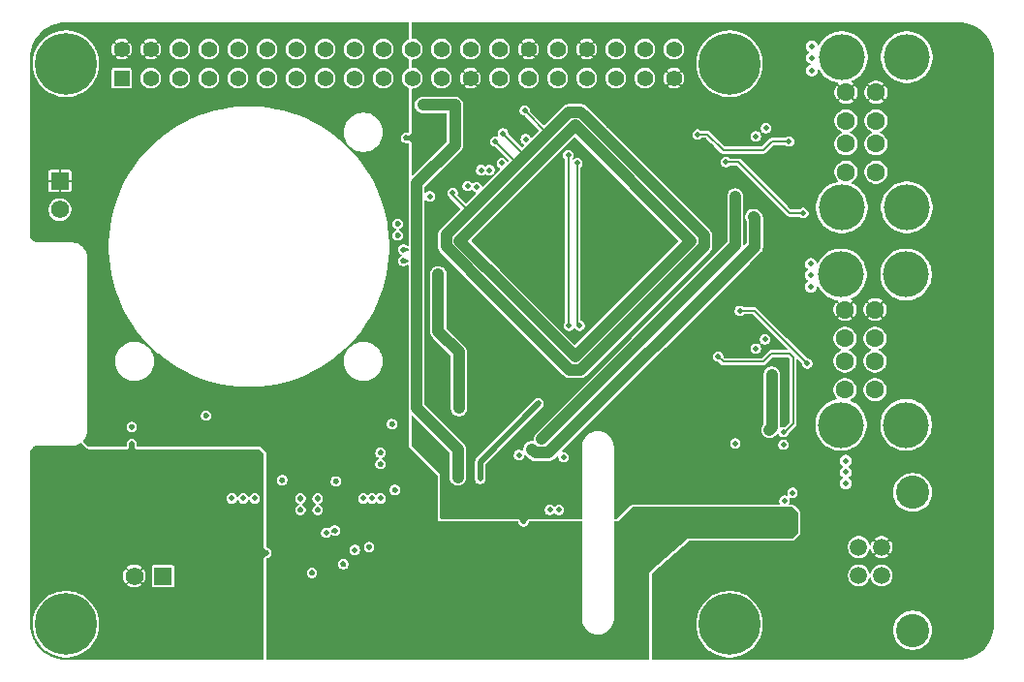
<source format=gbr>
%TF.GenerationSoftware,KiCad,Pcbnew,9.0.0*%
%TF.CreationDate,2025-04-20T18:30:44-05:00*%
%TF.ProjectId,1026 RPi Power Hat,31303236-2052-4506-9920-506f77657220,1*%
%TF.SameCoordinates,PX5f5e100PY8f0d180*%
%TF.FileFunction,Copper,L3,Inr*%
%TF.FilePolarity,Positive*%
%FSLAX46Y46*%
G04 Gerber Fmt 4.6, Leading zero omitted, Abs format (unit mm)*
G04 Created by KiCad (PCBNEW 9.0.0) date 2025-04-20 18:30:44*
%MOMM*%
%LPD*%
G01*
G04 APERTURE LIST*
%TA.AperFunction,ComponentPad*%
%ADD10C,1.500000*%
%TD*%
%TA.AperFunction,ComponentPad*%
%ADD11C,2.900000*%
%TD*%
%TA.AperFunction,ComponentPad*%
%ADD12C,5.400000*%
%TD*%
%TA.AperFunction,ComponentPad*%
%ADD13C,1.600000*%
%TD*%
%TA.AperFunction,ComponentPad*%
%ADD14C,4.000000*%
%TD*%
%TA.AperFunction,ComponentPad*%
%ADD15R,1.575000X1.575000*%
%TD*%
%TA.AperFunction,ComponentPad*%
%ADD16C,1.575000*%
%TD*%
%TA.AperFunction,ComponentPad*%
%ADD17R,1.390000X1.390000*%
%TD*%
%TA.AperFunction,ComponentPad*%
%ADD18C,1.390000*%
%TD*%
%TA.AperFunction,ViaPad*%
%ADD19C,0.508000*%
%TD*%
%TA.AperFunction,ViaPad*%
%ADD20C,1.016000*%
%TD*%
%TA.AperFunction,ViaPad*%
%ADD21C,0.609600*%
%TD*%
%TA.AperFunction,Conductor*%
%ADD22C,1.016000*%
%TD*%
%TA.AperFunction,Conductor*%
%ADD23C,0.203200*%
%TD*%
%TA.AperFunction,Conductor*%
%ADD24C,0.152400*%
%TD*%
%TA.AperFunction,Conductor*%
%ADD25C,0.508000*%
%TD*%
G04 APERTURE END LIST*
D10*
%TO.N,/USB Hub/USB_Vbus*%
%TO.C,J4*%
X72790000Y10250000D03*
%TO.N,/USB ESD Protection/USB_UP_UF-*%
X72790000Y7750000D03*
%TO.N,/USB ESD Protection/USB_UP_UF+*%
X74790000Y7750000D03*
%TO.N,GND*%
X74790000Y10250000D03*
D11*
%TO.N,GNDCHASS*%
X77500000Y2980000D03*
X77500000Y15020000D03*
%TD*%
D12*
%TO.N,N/C*%
%TO.C,H4*%
X61500000Y52500000D03*
%TD*%
%TO.N,N/C*%
%TO.C,H3*%
X61500000Y3500000D03*
%TD*%
%TO.N,N/C*%
%TO.C,H2*%
X3500000Y52500000D03*
%TD*%
%TO.N,N/C*%
%TO.C,H1*%
X3500000Y3500000D03*
%TD*%
D13*
%TO.N,/USB ESD Protection/USB_VBUS_D3*%
%TO.C,J6*%
X71670000Y43000000D03*
%TO.N,/USB ESD Protection/USB_VBUS_D4*%
X74290000Y43000000D03*
%TO.N,/USB ESD Protection/USB_DS3_UF-*%
X71670000Y45500000D03*
%TO.N,/USB ESD Protection/USB_DS4_UF-*%
X74290000Y45500000D03*
%TO.N,/USB ESD Protection/USB_DS3_UF+*%
X71670000Y47500000D03*
%TO.N,/USB ESD Protection/USB_DS4_UF+*%
X74290000Y47500000D03*
%TO.N,GND*%
X71670000Y50000000D03*
X74290000Y50000000D03*
D14*
%TO.N,GNDCHASS*%
X77000000Y39930000D03*
X77000000Y53070000D03*
X71320000Y39930000D03*
X71320000Y53070000D03*
%TD*%
D13*
%TO.N,/USB ESD Protection/USB_VBUS_D1*%
%TO.C,J5*%
X71595300Y24000000D03*
%TO.N,/USB ESD Protection/USB_VBUS_D2*%
X74215300Y24000000D03*
%TO.N,/USB ESD Protection/USB_DS1_UF-*%
X71595300Y26500000D03*
%TO.N,/USB ESD Protection/USB_DS2_UF-*%
X74215300Y26500000D03*
%TO.N,/USB ESD Protection/USB_DS1_UF+*%
X71595300Y28500000D03*
%TO.N,/USB ESD Protection/USB_DS2_UF+*%
X74215300Y28500000D03*
%TO.N,GND*%
X71595300Y31000000D03*
X74215300Y31000000D03*
D14*
%TO.N,GNDCHASS*%
X76925300Y20930000D03*
X76925300Y34070000D03*
X71245300Y20930000D03*
X71245300Y34070000D03*
%TD*%
D15*
%TO.N,/5V Regulator/5V*%
%TO.C,J2*%
X2975000Y42250000D03*
D16*
%TO.N,GND*%
X2975000Y39750000D03*
%TD*%
D15*
%TO.N,/Power Input/Vin*%
%TO.C,J1*%
X11987500Y7719250D03*
D16*
%TO.N,GND*%
X9487500Y7719250D03*
%TD*%
D17*
%TO.N,unconnected-(J3-Pad01)*%
%TO.C,J3*%
X8370000Y51230000D03*
D18*
%TO.N,/5V Regulator/5V*%
X8370000Y53770000D03*
%TO.N,unconnected-(J3-Pad03)*%
X10910000Y51230000D03*
%TO.N,/5V Regulator/5V*%
X10910000Y53770000D03*
%TO.N,unconnected-(J3-Pad05)*%
X13450000Y51230000D03*
%TO.N,GND*%
X13450000Y53770000D03*
%TO.N,unconnected-(J3-Pad07)*%
X15990000Y51230000D03*
%TO.N,unconnected-(J3-Pad08)*%
X15990000Y53770000D03*
%TO.N,GND*%
X18530000Y51230000D03*
%TO.N,unconnected-(J3-Pad10)*%
X18530000Y53770000D03*
%TO.N,unconnected-(J3-Pad11)*%
X21070000Y51230000D03*
%TO.N,unconnected-(J3-Pad12)*%
X21070000Y53770000D03*
%TO.N,unconnected-(J3-Pad13)*%
X23610000Y51230000D03*
%TO.N,GND*%
X23610000Y53770000D03*
%TO.N,unconnected-(J3-Pad15)*%
X26150000Y51230000D03*
%TO.N,unconnected-(J3-Pad16)*%
X26150000Y53770000D03*
%TO.N,unconnected-(J3-Pad17)*%
X28690000Y51230000D03*
%TO.N,unconnected-(J3-Pad18)*%
X28690000Y53770000D03*
%TO.N,unconnected-(J3-Pad19)*%
X31230000Y51230000D03*
%TO.N,GND*%
X31230000Y53770000D03*
%TO.N,unconnected-(J3-Pad21)*%
X33770000Y51230000D03*
%TO.N,unconnected-(J3-Pad22)*%
X33770000Y53770000D03*
%TO.N,unconnected-(J3-Pad23)*%
X36310000Y51230000D03*
%TO.N,unconnected-(J3-Pad24)*%
X36310000Y53770000D03*
%TO.N,GND*%
X38850000Y51230000D03*
%TO.N,unconnected-(J3-Pad26)*%
X38850000Y53770000D03*
%TO.N,/Fan / Header / GPIO / EEPROM/I2C_SD*%
X41390000Y51230000D03*
%TO.N,/Fan / Header / GPIO / EEPROM/I2C_SC*%
X41390000Y53770000D03*
%TO.N,unconnected-(J3-Pad29)*%
X43930000Y51230000D03*
%TO.N,GND*%
X43930000Y53770000D03*
%TO.N,unconnected-(J3-Pad31)*%
X46470000Y51230000D03*
%TO.N,unconnected-(J3-Pad32)*%
X46470000Y53770000D03*
%TO.N,unconnected-(J3-Pad33)*%
X49010000Y51230000D03*
%TO.N,GND*%
X49010000Y53770000D03*
%TO.N,unconnected-(J3-Pad35)*%
X51550000Y51230000D03*
%TO.N,unconnected-(J3-Pad36)*%
X51550000Y53770000D03*
%TO.N,unconnected-(J3-Pad37)*%
X54090000Y51230000D03*
%TO.N,unconnected-(J3-Pad38)*%
X54090000Y53770000D03*
%TO.N,GND*%
X56630000Y51230000D03*
%TO.N,unconnected-(J3-Pad40)*%
X56630000Y53770000D03*
%TD*%
D19*
%TO.N,GND*%
X66100000Y51900000D03*
D20*
%TO.N,/USB Power Control/USB_VBUS_D4_UF*%
X45100000Y19700000D03*
D19*
%TO.N,/USB ESD Protection/USB_VBUS_D3*%
X67944285Y39444644D03*
%TO.N,/USB ESD Protection/USB_VBUS_D4*%
X66700000Y45700000D03*
%TO.N,/USB ESD Protection/USB_VBUS_D1*%
X66199329Y20290605D03*
%TO.N,/USB ESD Protection/USB_VBUS_D2*%
X68300000Y26300000D03*
%TO.N,/5V Regulator/5V*%
X60600000Y11400000D03*
%TO.N,GND*%
X58800000Y9000000D03*
X58700000Y28000000D03*
X60700000Y29200000D03*
%TO.N,/USB ESD Protection/USB_VBUS_D1*%
X60500000Y26900000D03*
%TO.N,GND*%
X64200000Y27000000D03*
X64200000Y29000000D03*
%TO.N,/USB ESD Protection/USB_DS1_UF+*%
X63800000Y27600000D03*
X64600000Y28400000D03*
%TO.N,GND*%
X66505600Y26600000D03*
%TO.N,/USB ESD Protection/USB_VBUS_D2*%
X62398523Y30902808D03*
%TO.N,GND*%
X60993442Y32245869D03*
%TO.N,/USB ESD Protection/USB_VBUS_D3*%
X61197223Y43902208D03*
%TO.N,GND*%
X59854557Y45245443D03*
X56300000Y42800000D03*
%TO.N,/USB ESD Protection/USB_VBUS_D4*%
X58697223Y46302208D03*
%TO.N,GND*%
X57297284Y47646113D03*
X64200000Y45500000D03*
X32500000Y37500000D03*
X32500000Y38500000D03*
X39250000Y32000000D03*
X57900000Y29100000D03*
X15750000Y21750000D03*
X18750000Y6000000D03*
X17500000Y6000000D03*
X16250000Y6000000D03*
X64200000Y47400000D03*
X66100000Y54000000D03*
X66100000Y53000000D03*
X66600000Y44900000D03*
X67500000Y40000000D03*
X69500000Y11250000D03*
X68700000Y15800000D03*
X68700000Y16800000D03*
X62250000Y14750000D03*
X62250000Y16250000D03*
X62250000Y18500000D03*
X68700000Y17800000D03*
X66250000Y21000000D03*
X66500000Y25750000D03*
X63400000Y24250000D03*
X56500000Y19750000D03*
X56500000Y23000000D03*
X56500000Y26500000D03*
X66100000Y33000000D03*
X66100000Y34000000D03*
X66100000Y35000000D03*
X66250000Y37500000D03*
X60750000Y37750000D03*
X56000000Y37750000D03*
X62500000Y42900000D03*
X53000000Y45500000D03*
X45500000Y47750000D03*
X36000000Y46250000D03*
X35000000Y45250000D03*
X33250000Y46000000D03*
X49250000Y29500000D03*
X49000000Y42250000D03*
X54250000Y37000000D03*
X41500000Y37000000D03*
X33000000Y35250000D03*
X33000000Y36250000D03*
X37000000Y32750000D03*
X39750000Y30000000D03*
X36000000Y27750000D03*
X42250000Y29500000D03*
X44000000Y26750000D03*
X45750000Y22250000D03*
X42500000Y15250000D03*
X42500000Y17250000D03*
X47750000Y15750000D03*
X43500000Y12500000D03*
X36500000Y25000000D03*
X32000000Y21000000D03*
X38000000Y20250000D03*
X36250000Y18750000D03*
X37750000Y15250000D03*
X32250000Y15250000D03*
X31000000Y17500000D03*
X31000000Y18500000D03*
X30000000Y10250000D03*
X27750000Y8750000D03*
X25000000Y8000000D03*
X21000000Y9750000D03*
X18750000Y17500000D03*
X18750000Y18500000D03*
X11000000Y11750000D03*
X5500000Y17500000D03*
X9250000Y19250000D03*
X9250000Y20750000D03*
D20*
%TO.N,/USB Power Control/USB_VBUS_D2_UF*%
X65000000Y20500000D03*
X65205000Y25320000D03*
%TO.N,/USB Power Control/USB_VBUS_D4_UF*%
X62000000Y40900000D03*
%TO.N,/USB Power Control/USB_VBUS_D3_UF*%
X63600000Y39100000D03*
%TO.N,/5V Regulator/5V*%
X44700000Y11500000D03*
X64080000Y12580000D03*
D21*
X23000000Y7250000D03*
X25750000Y6000000D03*
D19*
%TO.N,/5V Regulator/24V*%
X30250000Y14500000D03*
X18000000Y14500000D03*
X20000000Y14500000D03*
X19000000Y14500000D03*
X29500000Y14500000D03*
X31000000Y14500000D03*
%TO.N,/5V Regulator/5V*%
X20750000Y22250000D03*
X24000000Y22000000D03*
X20750000Y19750000D03*
X24750000Y22000000D03*
X28000000Y22250000D03*
X30250000Y22250000D03*
X30250000Y19750000D03*
X28750000Y22250000D03*
X23250000Y22000000D03*
X28750000Y19750000D03*
X25500000Y22000000D03*
X21500000Y19750000D03*
X26250000Y22000000D03*
X29500000Y19750000D03*
X29500000Y22250000D03*
X20000000Y22250000D03*
X19250000Y19750000D03*
X21500000Y22250000D03*
X19250000Y22250000D03*
X20000000Y19750000D03*
X28000000Y19750000D03*
%TO.N,/5V Regulator/Pgood*%
X26250000Y11500000D03*
X28750000Y10000000D03*
%TO.N,GND*%
X22400000Y16100000D03*
X24000000Y14500000D03*
X25500000Y13500000D03*
X24000000Y13500000D03*
X27100000Y16000000D03*
X25500000Y14500000D03*
X27000000Y11700000D03*
X41100000Y44400000D03*
%TO.N,/Linear Regulators/1V1*%
X36050000Y34100000D03*
X37850000Y23200000D03*
X37850000Y22400000D03*
X36050000Y33300000D03*
%TO.N,GNDCHASS*%
X71650000Y15800000D03*
X68600000Y35000000D03*
X71650000Y16800000D03*
X68600000Y33000000D03*
X68700000Y54000000D03*
X68700000Y53000000D03*
X68600000Y34000000D03*
X68700000Y51900000D03*
X71650000Y17800000D03*
%TO.N,/USB Hub/3V3_Filt*%
X37475000Y38325000D03*
X40823109Y32423109D03*
X44450000Y28850000D03*
X56550000Y33800000D03*
X37300000Y41200000D03*
X38725000Y39575000D03*
X41700000Y46400000D03*
X43600000Y48400000D03*
X44400000Y45200000D03*
X48876891Y47876891D03*
X38100000Y39000000D03*
X50326891Y46426891D03*
X41000000Y45700000D03*
%TO.N,/USB Hub/1V1_Filt*%
X54650000Y33550000D03*
X39000000Y36300000D03*
X37900000Y37000000D03*
X51850000Y43250000D03*
X43100000Y31800000D03*
X50750000Y44350000D03*
X39600000Y35300000D03*
X41000000Y33900000D03*
X54300000Y40800000D03*
X51812563Y30712563D03*
%TO.N,/USB Hub/USB_Vbus*%
X35300000Y40900000D03*
%TO.N,/USB ESD Protection/USB_DS3_UF+*%
X63800000Y46144400D03*
X64683177Y46855600D03*
%TO.N,/USB Hub/USB_BATEN1*%
X66300000Y14300000D03*
X41600000Y43800000D03*
%TO.N,/USB Hub/USB_BATEN2*%
X43700000Y45900000D03*
X67000000Y15000000D03*
%TO.N,/USB Hub/USB_BATEN3*%
X47400000Y44500000D03*
X47482600Y29600000D03*
X45800000Y13500000D03*
%TO.N,/USB Hub/USB_BATEN4*%
X48400000Y29600000D03*
X46600000Y13500000D03*
X48200000Y43800000D03*
%TO.N,/USB Hub/USB_OVCR2*%
X66200000Y19200000D03*
X38601903Y41801903D03*
%TO.N,/USB Hub/USB_OVCR1*%
X62000000Y19300000D03*
X39405457Y41705457D03*
%TO.N,/USB Hub/USB_OVCR3*%
X43100000Y18300000D03*
X39800000Y43200000D03*
%TO.N,/USB Hub/USB_OVCR4*%
X47000000Y18100000D03*
X40516400Y43200000D03*
%TO.N,/Fan / Header / GPIO / EEPROM/3V3*%
X36400000Y48900000D03*
X37750000Y17000000D03*
X37750000Y16250000D03*
X34150000Y39200000D03*
X34150000Y40000000D03*
X44800000Y22800000D03*
X34700000Y48900000D03*
X39700000Y16250000D03*
X39700000Y17000000D03*
X37500000Y45400000D03*
D20*
%TO.N,/USB Power Control/USB_VBUS_D3_UF*%
X44200000Y18800000D03*
%TD*%
D22*
%TO.N,/USB Power Control/USB_VBUS_D3_UF*%
X45679800Y18479800D02*
X44520200Y18479800D01*
X63707809Y36507809D02*
X45679800Y18479800D01*
X44520200Y18479800D02*
X44200000Y18800000D01*
X63600000Y39100000D02*
X63707809Y38992191D01*
X63707809Y38992191D02*
X63707809Y36507809D01*
D23*
%TO.N,/USB ESD Protection/USB_VBUS_D3*%
X66759800Y39440200D02*
X62297792Y43902208D01*
X67939841Y39440200D02*
X66759800Y39440200D01*
X67944285Y39444644D02*
X67939841Y39440200D01*
X62297792Y43902208D02*
X61197223Y43902208D01*
%TO.N,/USB ESD Protection/USB_VBUS_D4*%
X60951477Y44940200D02*
X59589469Y46302208D01*
X59589469Y46302208D02*
X58697223Y46302208D01*
X64431877Y44940200D02*
X60951477Y44940200D01*
X65191677Y45700000D02*
X64431877Y44940200D01*
X66700000Y45700000D02*
X65191677Y45700000D01*
%TO.N,/USB ESD Protection/USB_VBUS_D1*%
X60959800Y26440200D02*
X60500000Y26900000D01*
X64431877Y26440200D02*
X60959800Y26440200D01*
X65151477Y27159800D02*
X64431877Y26440200D01*
X66737477Y27159800D02*
X65151477Y27159800D01*
X67065400Y21023723D02*
X67065400Y26831877D01*
X67065400Y26831877D02*
X66737477Y27159800D01*
X66332282Y20290605D02*
X67065400Y21023723D01*
X66199329Y20290605D02*
X66332282Y20290605D01*
%TO.N,/USB ESD Protection/USB_VBUS_D2*%
X68300000Y26300000D02*
X63697192Y30902808D01*
X63697192Y30902808D02*
X62398523Y30902808D01*
D22*
%TO.N,/USB Power Control/USB_VBUS_D2_UF*%
X65205000Y20705000D02*
X65000000Y20500000D01*
X65205000Y25320000D02*
X65205000Y20705000D01*
%TO.N,/Linear Regulators/1V1*%
X36050000Y29100000D02*
X37850000Y27300000D01*
X37850000Y27300000D02*
X37850000Y22400000D01*
X36050000Y34100000D02*
X36050000Y29100000D01*
%TO.N,/USB Hub/3V3_Filt*%
X47515618Y25730600D02*
X40823109Y32423109D01*
D23*
X41700000Y46400000D02*
X43650000Y44450000D01*
X37300000Y41000000D02*
X38725000Y39575000D01*
X37300000Y41200000D02*
X37300000Y41000000D01*
D22*
X38225000Y39025000D02*
X38650000Y39450000D01*
X48484382Y48269400D02*
X48876891Y47876891D01*
X36730600Y37530600D02*
X38225000Y39025000D01*
X36730600Y36515618D02*
X36730600Y37530600D01*
X59269400Y36515618D02*
X48484382Y25730600D01*
X48876891Y47876891D02*
X50326891Y46426891D01*
X48484382Y25730600D02*
X47515618Y25730600D01*
X40823109Y32423109D02*
X36730600Y36515618D01*
X47469400Y48269400D02*
X48484382Y48269400D01*
X39075000Y39875000D02*
X39475000Y40275000D01*
X50326891Y46426891D02*
X59269400Y37484382D01*
D23*
X42900000Y43800000D02*
X43000000Y43800000D01*
D22*
X43000000Y43800000D02*
X43650000Y44450000D01*
D23*
X41000000Y45700000D02*
X42900000Y43800000D01*
X43600000Y48400000D02*
X45600000Y46400000D01*
D22*
X59269400Y37484382D02*
X59269400Y36515618D01*
X39475000Y40275000D02*
X43000000Y43800000D01*
X45600000Y46400000D02*
X47469400Y48269400D01*
X43650000Y44450000D02*
X45600000Y46400000D01*
X38650000Y39450000D02*
X39075000Y39875000D01*
%TO.N,/USB Hub/1V1_Filt*%
X39100000Y35800000D02*
X39600000Y35300000D01*
X38400000Y36500000D02*
X39100000Y35800000D01*
X58100000Y37000000D02*
X48000000Y47100000D01*
X37900000Y37000000D02*
X38400000Y36500000D01*
X39600000Y35300000D02*
X41000000Y33900000D01*
X41000000Y33900000D02*
X48000000Y26900000D01*
X48000000Y47100000D02*
X37900000Y37000000D01*
X48000000Y26900000D02*
X58100000Y37000000D01*
D24*
%TO.N,/USB Hub/USB_BATEN3*%
X47400000Y29682600D02*
X47482600Y29600000D01*
X47400000Y44500000D02*
X47400000Y29682600D01*
%TO.N,/USB Hub/USB_BATEN4*%
X48200000Y29800000D02*
X48400000Y29600000D01*
X48200000Y43800000D02*
X48200000Y29800000D01*
D25*
%TO.N,/Fan / Header / GPIO / EEPROM/3V3*%
X44800000Y22800000D02*
X39700000Y17700000D01*
X39700000Y16900000D02*
X39700000Y16300000D01*
D22*
X37500000Y45400000D02*
X37500000Y48900000D01*
X34150000Y22400000D02*
X34150000Y39850000D01*
D25*
X39700000Y16300000D02*
X39700000Y16200000D01*
D22*
X37750000Y16350000D02*
X37750000Y18800000D01*
D25*
X39700000Y17700000D02*
X39700000Y16900000D01*
D22*
X34150000Y42050000D02*
X37500000Y45400000D01*
X37750000Y18800000D02*
X34150000Y22400000D01*
X37500000Y48900000D02*
X34700000Y48900000D01*
X34150000Y39850000D02*
X34150000Y42050000D01*
%TO.N,/USB Power Control/USB_VBUS_D4_UF*%
X45100000Y19700000D02*
X62000000Y36600000D01*
X62000000Y36600000D02*
X62000000Y40900000D01*
%TD*%
%TA.AperFunction,Conductor*%
%TO.N,GND*%
G36*
X9292339Y19496439D02*
G01*
X9336547Y19484594D01*
X9354683Y19477081D01*
X9394319Y19454197D01*
X9409894Y19442246D01*
X9442248Y19409891D01*
X9454198Y19394317D01*
X9477081Y19354682D01*
X9484593Y19336547D01*
X9496437Y19292349D01*
X9499000Y19272884D01*
X9499000Y19227123D01*
X9496438Y19207659D01*
X9480633Y19148679D01*
X9473721Y19103764D01*
X9473721Y19103763D01*
X9472302Y19071276D01*
X9472302Y19071243D01*
X9472686Y19046547D01*
X9500063Y18957794D01*
X9500064Y18957790D01*
X9525783Y18913244D01*
X9555893Y18873492D01*
X9557123Y18871869D01*
X9635146Y18821478D01*
X9635149Y18821477D01*
X9683483Y18803885D01*
X9754861Y18791300D01*
X20382406Y18791300D01*
X20430744Y18773707D01*
X20435580Y18769274D01*
X20769274Y18435580D01*
X20791014Y18388960D01*
X20791300Y18382406D01*
X20791300Y10281549D01*
X20800960Y10218789D01*
X20814556Y10175668D01*
X20814562Y10175653D01*
X20827684Y10145317D01*
X20831572Y10136330D01*
X20831574Y10136328D01*
X20831576Y10136325D01*
X20893889Y10067463D01*
X20936027Y10037956D01*
X20947127Y10032780D01*
X21001719Y10007322D01*
X21025314Y10001000D01*
X21086553Y9984592D01*
X21104679Y9977084D01*
X21144324Y9954195D01*
X21159893Y9942247D01*
X21178875Y9923265D01*
X21178876Y9923263D01*
X21192246Y9909893D01*
X21204197Y9894318D01*
X21227081Y9854681D01*
X21234593Y9836547D01*
X21244790Y9798493D01*
X21246437Y9792349D01*
X21249000Y9772884D01*
X21249000Y9727118D01*
X21246437Y9707653D01*
X21234593Y9663455D01*
X21227081Y9645321D01*
X21204197Y9605684D01*
X21192246Y9590109D01*
X21159891Y9557754D01*
X21144317Y9545803D01*
X21104683Y9522920D01*
X21086546Y9515407D01*
X21007818Y9494312D01*
X21007817Y9494313D01*
X21007813Y9494311D01*
X21001725Y9492680D01*
X21001718Y9492677D01*
X20943602Y9467107D01*
X20905466Y9442812D01*
X20905457Y9442806D01*
X20871869Y9416191D01*
X20821476Y9338164D01*
X20803884Y9289830D01*
X20791300Y9218452D01*
X20791300Y456700D01*
X20773707Y408362D01*
X20729158Y382642D01*
X20716100Y381500D01*
X3501971Y381500D01*
X3498035Y381603D01*
X3177961Y398377D01*
X3170133Y399200D01*
X2855523Y449030D01*
X2847824Y450666D01*
X2540132Y533112D01*
X2532646Y535545D01*
X2235276Y649694D01*
X2228085Y652895D01*
X1944260Y797512D01*
X1937443Y801448D01*
X1670294Y974937D01*
X1663926Y979564D01*
X1416375Y1180026D01*
X1410526Y1185293D01*
X1185292Y1410527D01*
X1180025Y1416376D01*
X979563Y1663927D01*
X974936Y1670295D01*
X801447Y1937444D01*
X797511Y1944261D01*
X753317Y2030997D01*
X652891Y2228093D01*
X649693Y2235277D01*
X591431Y2387055D01*
X535543Y2532650D01*
X533111Y2540133D01*
X450662Y2847839D01*
X449032Y2855510D01*
X399197Y3170149D01*
X398377Y3177949D01*
X383053Y3470355D01*
X381603Y3498036D01*
X381500Y3501971D01*
X381500Y3663068D01*
X596300Y3663068D01*
X596300Y3336932D01*
X632816Y3012846D01*
X665812Y2868281D01*
X705389Y2694883D01*
X705389Y2694882D01*
X813102Y2387055D01*
X813104Y2387051D01*
X954610Y2093212D01*
X1114692Y1838444D01*
X1128128Y1817061D01*
X1331470Y1562078D01*
X1562077Y1331471D01*
X1745379Y1185293D01*
X1817065Y1128125D01*
X2093212Y954610D01*
X2387051Y813104D01*
X2694886Y705388D01*
X3012846Y632816D01*
X3336932Y596300D01*
X3336934Y596300D01*
X3663066Y596300D01*
X3663068Y596300D01*
X3987154Y632816D01*
X4305114Y705388D01*
X4612949Y813104D01*
X4906788Y954610D01*
X5182935Y1128125D01*
X5437919Y1331468D01*
X5668532Y1562081D01*
X5871875Y1817065D01*
X6045390Y2093212D01*
X6186896Y2387051D01*
X6294612Y2694886D01*
X6367184Y3012846D01*
X6403700Y3336932D01*
X6403700Y3663068D01*
X6367184Y3987154D01*
X6294612Y4305114D01*
X6186896Y4612949D01*
X6045390Y4906788D01*
X5871875Y5182935D01*
X5668532Y5437919D01*
X5668529Y5437923D01*
X5437922Y5668530D01*
X5182939Y5871872D01*
X5182937Y5871873D01*
X5182935Y5871875D01*
X4906788Y6045390D01*
X4612949Y6186896D01*
X4612945Y6186898D01*
X4305117Y6294611D01*
X4305116Y6294612D01*
X4305114Y6294612D01*
X3987154Y6367184D01*
X3987150Y6367185D01*
X3987148Y6367185D01*
X3796017Y6388721D01*
X3663068Y6403700D01*
X3336932Y6403700D01*
X3226611Y6391270D01*
X3012851Y6367185D01*
X3012847Y6367185D01*
X3012846Y6367184D01*
X2694886Y6294612D01*
X2694882Y6294611D01*
X2694881Y6294611D01*
X2387054Y6186898D01*
X2093214Y6045391D01*
X1817060Y5871872D01*
X1562077Y5668530D01*
X1331470Y5437923D01*
X1128128Y5182940D01*
X954609Y4906786D01*
X813102Y4612946D01*
X705389Y4305119D01*
X705389Y4305118D01*
X705388Y4305114D01*
X660003Y4106266D01*
X632815Y3987149D01*
X617586Y3851983D01*
X596300Y3663068D01*
X381500Y3663068D01*
X381500Y7816826D01*
X8496800Y7816826D01*
X8496800Y7621675D01*
X8534872Y7430271D01*
X8534873Y7430270D01*
X8609552Y7249979D01*
X8717975Y7087713D01*
X8717977Y7087710D01*
X8733086Y7072601D01*
X8733088Y7072601D01*
X9063729Y7403243D01*
X9067396Y7396893D01*
X9165143Y7299146D01*
X9171491Y7295481D01*
X8840850Y6964839D01*
X8840850Y6964837D01*
X8855959Y6949728D01*
X8855962Y6949726D01*
X9018228Y6841303D01*
X9198519Y6766624D01*
X9198520Y6766623D01*
X9389924Y6728550D01*
X9585076Y6728550D01*
X9776479Y6766623D01*
X9776480Y6766624D01*
X9956771Y6841303D01*
X10119035Y6949724D01*
X10134148Y6964838D01*
X10134148Y6964839D01*
X9803507Y7295481D01*
X9809857Y7299146D01*
X9907604Y7396893D01*
X9911270Y7403243D01*
X10241911Y7072602D01*
X10241912Y7072602D01*
X10257026Y7087715D01*
X10365447Y7249979D01*
X10440126Y7430270D01*
X10440127Y7430271D01*
X10478200Y7621675D01*
X10478200Y7816826D01*
X10440127Y8008230D01*
X10440126Y8008231D01*
X10365447Y8188522D01*
X10257024Y8350788D01*
X10257022Y8350791D01*
X10241913Y8365900D01*
X10241911Y8365900D01*
X9911269Y8035259D01*
X9907604Y8041607D01*
X9809857Y8139354D01*
X9803507Y8143021D01*
X10134149Y8473662D01*
X10134149Y8473664D01*
X10119040Y8488773D01*
X10119037Y8488775D01*
X10062106Y8526815D01*
X10996300Y8526815D01*
X10996300Y6911686D01*
X11008119Y6852271D01*
X11008120Y6852267D01*
X11053139Y6784890D01*
X11120516Y6739871D01*
X11120517Y6739871D01*
X11120520Y6739869D01*
X11179936Y6728050D01*
X12795064Y6728050D01*
X12854480Y6739869D01*
X12921860Y6784890D01*
X12966881Y6852270D01*
X12978700Y6911686D01*
X12978700Y8526814D01*
X12966881Y8586230D01*
X12966879Y8586233D01*
X12966879Y8586234D01*
X12921860Y8653611D01*
X12854483Y8698630D01*
X12854480Y8698631D01*
X12795064Y8710450D01*
X11179936Y8710450D01*
X11120520Y8698631D01*
X11120516Y8698630D01*
X11053139Y8653611D01*
X11008120Y8586234D01*
X11008119Y8586230D01*
X10996300Y8526815D01*
X10062106Y8526815D01*
X9956771Y8597198D01*
X9776480Y8671877D01*
X9776479Y8671878D01*
X9585076Y8709950D01*
X9389924Y8709950D01*
X9198520Y8671878D01*
X9198519Y8671877D01*
X9018224Y8597196D01*
X8855966Y8488779D01*
X8840850Y8473663D01*
X8840849Y8473663D01*
X9171492Y8143020D01*
X9165143Y8139354D01*
X9067396Y8041607D01*
X9063730Y8035258D01*
X8733087Y8365901D01*
X8733087Y8365900D01*
X8717971Y8350784D01*
X8609554Y8188526D01*
X8534873Y8008231D01*
X8534872Y8008230D01*
X8496800Y7816826D01*
X381500Y7816826D01*
X381500Y14560257D01*
X17542300Y14560257D01*
X17542300Y14439743D01*
X17554203Y14395321D01*
X17573492Y14323334D01*
X17614292Y14252666D01*
X17630214Y14225088D01*
X17633748Y14218968D01*
X17633752Y14218962D01*
X17718961Y14133753D01*
X17718964Y14133751D01*
X17718966Y14133749D01*
X17823335Y14073492D01*
X17939743Y14042300D01*
X17939745Y14042300D01*
X18060255Y14042300D01*
X18060257Y14042300D01*
X18176665Y14073492D01*
X18281034Y14133749D01*
X18366251Y14218966D01*
X18426508Y14323335D01*
X18427362Y14326524D01*
X18456866Y14368660D01*
X18506552Y14381975D01*
X18553173Y14360237D01*
X18572638Y14326523D01*
X18573492Y14323334D01*
X18614292Y14252666D01*
X18630214Y14225088D01*
X18633748Y14218968D01*
X18633752Y14218962D01*
X18718961Y14133753D01*
X18718964Y14133751D01*
X18718966Y14133749D01*
X18823335Y14073492D01*
X18939743Y14042300D01*
X18939745Y14042300D01*
X19060255Y14042300D01*
X19060257Y14042300D01*
X19176665Y14073492D01*
X19281034Y14133749D01*
X19366251Y14218966D01*
X19426508Y14323335D01*
X19427362Y14326524D01*
X19456866Y14368660D01*
X19506552Y14381975D01*
X19553173Y14360237D01*
X19572638Y14326523D01*
X19573492Y14323334D01*
X19614292Y14252666D01*
X19630214Y14225088D01*
X19633748Y14218968D01*
X19633752Y14218962D01*
X19718961Y14133753D01*
X19718964Y14133751D01*
X19718966Y14133749D01*
X19823335Y14073492D01*
X19939743Y14042300D01*
X19939745Y14042300D01*
X20060255Y14042300D01*
X20060257Y14042300D01*
X20176665Y14073492D01*
X20281034Y14133749D01*
X20366251Y14218966D01*
X20426508Y14323335D01*
X20457700Y14439743D01*
X20457700Y14560257D01*
X20426508Y14676665D01*
X20366251Y14781034D01*
X20366249Y14781036D01*
X20366247Y14781039D01*
X20281038Y14866248D01*
X20281032Y14866252D01*
X20176666Y14926508D01*
X20127272Y14939743D01*
X20060257Y14957700D01*
X19939743Y14957700D01*
X19881539Y14942104D01*
X19823333Y14926508D01*
X19718967Y14866252D01*
X19718961Y14866248D01*
X19633752Y14781039D01*
X19633748Y14781033D01*
X19573491Y14676665D01*
X19572637Y14673476D01*
X19543132Y14631339D01*
X19493445Y14618026D01*
X19446825Y14639766D01*
X19427363Y14673476D01*
X19426508Y14676665D01*
X19410613Y14704196D01*
X19366251Y14781034D01*
X19366249Y14781036D01*
X19366247Y14781039D01*
X19281038Y14866248D01*
X19281032Y14866252D01*
X19176666Y14926508D01*
X19127272Y14939743D01*
X19060257Y14957700D01*
X18939743Y14957700D01*
X18881539Y14942104D01*
X18823333Y14926508D01*
X18718967Y14866252D01*
X18718961Y14866248D01*
X18633752Y14781039D01*
X18633748Y14781033D01*
X18573491Y14676665D01*
X18572637Y14673476D01*
X18543132Y14631339D01*
X18493445Y14618026D01*
X18446825Y14639766D01*
X18427363Y14673476D01*
X18426508Y14676665D01*
X18410613Y14704196D01*
X18366251Y14781034D01*
X18366249Y14781036D01*
X18366247Y14781039D01*
X18281038Y14866248D01*
X18281032Y14866252D01*
X18176666Y14926508D01*
X18127272Y14939743D01*
X18060257Y14957700D01*
X17939743Y14957700D01*
X17881539Y14942104D01*
X17823333Y14926508D01*
X17718967Y14866252D01*
X17718961Y14866248D01*
X17633752Y14781039D01*
X17633748Y14781033D01*
X17573492Y14676667D01*
X17557779Y14618026D01*
X17542300Y14560257D01*
X381500Y14560257D01*
X381500Y18495779D01*
X381973Y18504199D01*
X386271Y18542343D01*
X396058Y18629214D01*
X399803Y18645622D01*
X439954Y18760366D01*
X447253Y18775523D01*
X511934Y18878463D01*
X522427Y18891619D01*
X608381Y18977573D01*
X621537Y18988066D01*
X724477Y19052747D01*
X739634Y19060046D01*
X854378Y19100197D01*
X870788Y19103942D01*
X964321Y19114480D01*
X995803Y19118027D01*
X1004222Y19118500D01*
X4108722Y19118500D01*
X4108726Y19118500D01*
X4323502Y19152517D01*
X4530312Y19219714D01*
X4724064Y19318435D01*
X4768376Y19350631D01*
X4817822Y19364810D01*
X4864815Y19343888D01*
X4874132Y19332991D01*
X4881982Y19321805D01*
X4882111Y19321622D01*
X5287683Y18916873D01*
X5302851Y18903151D01*
X5311763Y18895850D01*
X5314234Y18893826D01*
X5330664Y18881661D01*
X5330677Y18881652D01*
X5377969Y18850104D01*
X5414014Y18830866D01*
X5429788Y18824341D01*
X5441095Y18819664D01*
X5441099Y18819663D01*
X5480196Y18807819D01*
X5480201Y18807818D01*
X5488051Y18806259D01*
X5535964Y18796741D01*
X5556200Y18793743D01*
X5556221Y18793741D01*
X5556229Y18793740D01*
X5560225Y18793348D01*
X5570852Y18792302D01*
X5591279Y18791300D01*
X5591293Y18791300D01*
X8745132Y18791300D01*
X8745139Y18791300D01*
X8790312Y18796247D01*
X8822093Y18803293D01*
X8845849Y18810058D01*
X8924493Y18859473D01*
X8960866Y18895846D01*
X8992716Y18936821D01*
X9021199Y19025227D01*
X9025683Y19076471D01*
X9019366Y19148679D01*
X9003562Y19207660D01*
X9001000Y19227123D01*
X9001000Y19272881D01*
X9003562Y19292343D01*
X9010554Y19318437D01*
X9015406Y19336550D01*
X9022919Y19354686D01*
X9045804Y19394324D01*
X9057751Y19409894D01*
X9090106Y19442249D01*
X9105673Y19454195D01*
X9145314Y19477081D01*
X9163450Y19484594D01*
X9207658Y19496438D01*
X9227120Y19499000D01*
X9272879Y19499000D01*
X9292339Y19496439D01*
G37*
%TD.AperFunction*%
%TA.AperFunction,Conductor*%
G36*
X48043133Y46048756D02*
G01*
X48053174Y46040330D01*
X57040329Y37053175D01*
X57062069Y37006555D01*
X57048755Y36956868D01*
X57040329Y36946827D01*
X48053173Y27959671D01*
X48006553Y27937931D01*
X47956866Y27951245D01*
X47946825Y27959671D01*
X41453683Y34452813D01*
X40051068Y35855429D01*
X40051045Y35855450D01*
X39803502Y36102993D01*
X39553683Y36352813D01*
X39428970Y36477526D01*
X39417019Y36493100D01*
X39404208Y36515289D01*
X39366251Y36581034D01*
X39366249Y36581036D01*
X39366247Y36581039D01*
X39281038Y36666248D01*
X39281032Y36666252D01*
X39193099Y36717020D01*
X39177525Y36728971D01*
X38959670Y36946826D01*
X38937930Y36993446D01*
X38951244Y37043133D01*
X38959670Y37053174D01*
X46466753Y44560257D01*
X46942300Y44560257D01*
X46942300Y44439743D01*
X46963094Y44362138D01*
X46973492Y44323334D01*
X47033748Y44218968D01*
X47033752Y44218962D01*
X47098074Y44154640D01*
X47119814Y44108020D01*
X47120100Y44101466D01*
X47120100Y29907681D01*
X47110025Y29870081D01*
X47056092Y29776667D01*
X47035297Y29699060D01*
X47024900Y29660257D01*
X47024900Y29539743D01*
X47034558Y29503700D01*
X47056092Y29423334D01*
X47116348Y29318968D01*
X47116352Y29318962D01*
X47201561Y29233753D01*
X47201564Y29233751D01*
X47201566Y29233749D01*
X47305935Y29173492D01*
X47422343Y29142300D01*
X47422345Y29142300D01*
X47542855Y29142300D01*
X47542857Y29142300D01*
X47659265Y29173492D01*
X47763634Y29233749D01*
X47848851Y29318966D01*
X47876175Y29366294D01*
X47915580Y29399358D01*
X47967020Y29399358D01*
X48006425Y29366293D01*
X48033748Y29318968D01*
X48033752Y29318962D01*
X48118961Y29233753D01*
X48118964Y29233751D01*
X48118966Y29233749D01*
X48223335Y29173492D01*
X48339743Y29142300D01*
X48339745Y29142300D01*
X48460255Y29142300D01*
X48460257Y29142300D01*
X48576665Y29173492D01*
X48681034Y29233749D01*
X48766251Y29318966D01*
X48826508Y29423335D01*
X48857700Y29539743D01*
X48857700Y29660257D01*
X48826508Y29776665D01*
X48766251Y29881034D01*
X48766249Y29881036D01*
X48766247Y29881039D01*
X48681038Y29966248D01*
X48681032Y29966252D01*
X48576663Y30026510D01*
X48535636Y30037503D01*
X48493499Y30067008D01*
X48479900Y30110140D01*
X48479900Y43401466D01*
X48497493Y43449804D01*
X48501926Y43454640D01*
X48566247Y43518962D01*
X48566251Y43518966D01*
X48626508Y43623335D01*
X48657700Y43739743D01*
X48657700Y43860257D01*
X48626508Y43976665D01*
X48566251Y44081034D01*
X48566249Y44081036D01*
X48566247Y44081039D01*
X48481038Y44166248D01*
X48481032Y44166252D01*
X48376666Y44226508D01*
X48337862Y44236906D01*
X48260257Y44257700D01*
X48139743Y44257700D01*
X48081539Y44242104D01*
X48023333Y44226508D01*
X47918967Y44166252D01*
X47918965Y44166251D01*
X47889528Y44136814D01*
X47842907Y44115075D01*
X47793220Y44128389D01*
X47763716Y44170527D01*
X47768200Y44221771D01*
X47771229Y44227589D01*
X47788614Y44257700D01*
X47826508Y44323335D01*
X47857700Y44439743D01*
X47857700Y44560257D01*
X47826508Y44676665D01*
X47766251Y44781034D01*
X47766249Y44781036D01*
X47766247Y44781039D01*
X47681038Y44866248D01*
X47681032Y44866252D01*
X47576666Y44926508D01*
X47537862Y44936906D01*
X47460257Y44957700D01*
X47339743Y44957700D01*
X47281539Y44942104D01*
X47223333Y44926508D01*
X47118967Y44866252D01*
X47118961Y44866248D01*
X47033752Y44781039D01*
X47033748Y44781033D01*
X46973492Y44676667D01*
X46962301Y44634900D01*
X46942300Y44560257D01*
X46466753Y44560257D01*
X47946826Y46040330D01*
X47993446Y46062070D01*
X48043133Y46048756D01*
G37*
%TD.AperFunction*%
%TA.AperFunction,Conductor*%
G36*
X81501964Y56118397D02*
G01*
X81521791Y56117358D01*
X81822051Y56101623D01*
X81829851Y56100803D01*
X82144490Y56050968D01*
X82152161Y56049338D01*
X82459871Y55966888D01*
X82467350Y55964457D01*
X82764730Y55850304D01*
X82771907Y55847109D01*
X83055739Y55702489D01*
X83062556Y55698553D01*
X83329705Y55525064D01*
X83336073Y55520437D01*
X83583624Y55319975D01*
X83589473Y55314708D01*
X83814707Y55089474D01*
X83819974Y55083625D01*
X84020436Y54836074D01*
X84025063Y54829706D01*
X84198552Y54562557D01*
X84202488Y54555740D01*
X84347105Y54271915D01*
X84350306Y54264724D01*
X84464455Y53967354D01*
X84466888Y53959868D01*
X84549334Y53652176D01*
X84550970Y53644477D01*
X84600800Y53329867D01*
X84601623Y53322039D01*
X84618397Y53001966D01*
X84618500Y52998030D01*
X84618500Y3501971D01*
X84618397Y3498035D01*
X84601623Y3177962D01*
X84600800Y3170134D01*
X84550970Y2855524D01*
X84549334Y2847825D01*
X84466888Y2540133D01*
X84464455Y2532647D01*
X84350306Y2235277D01*
X84347105Y2228086D01*
X84202488Y1944261D01*
X84198552Y1937444D01*
X84025063Y1670295D01*
X84020436Y1663927D01*
X83819974Y1416376D01*
X83814707Y1410527D01*
X83589473Y1185293D01*
X83583624Y1180026D01*
X83336073Y979564D01*
X83329705Y974937D01*
X83062556Y801448D01*
X83055739Y797512D01*
X82771914Y652895D01*
X82764723Y649694D01*
X82467353Y535545D01*
X82459867Y533112D01*
X82152175Y450666D01*
X82144476Y449030D01*
X81829866Y399200D01*
X81822038Y398377D01*
X81501965Y381603D01*
X81498029Y381500D01*
X54783900Y381500D01*
X54735562Y399093D01*
X54709842Y443642D01*
X54708700Y456700D01*
X54708700Y3663068D01*
X58596300Y3663068D01*
X58596300Y3336932D01*
X58632816Y3012846D01*
X58665812Y2868281D01*
X58705389Y2694883D01*
X58705389Y2694882D01*
X58813102Y2387055D01*
X58813104Y2387051D01*
X58954610Y2093212D01*
X59114692Y1838444D01*
X59128128Y1817061D01*
X59331470Y1562078D01*
X59562077Y1331471D01*
X59745379Y1185293D01*
X59817065Y1128125D01*
X60093212Y954610D01*
X60387051Y813104D01*
X60694886Y705388D01*
X61012846Y632816D01*
X61336932Y596300D01*
X61336934Y596300D01*
X61663066Y596300D01*
X61663068Y596300D01*
X61987154Y632816D01*
X62305114Y705388D01*
X62612949Y813104D01*
X62906788Y954610D01*
X63182935Y1128125D01*
X63437919Y1331468D01*
X63668532Y1562081D01*
X63871875Y1817065D01*
X64045390Y2093212D01*
X64186896Y2387051D01*
X64294612Y2694886D01*
X64367184Y3012846D01*
X64376071Y3091719D01*
X75795500Y3091719D01*
X75795500Y2868281D01*
X75824665Y2646755D01*
X75853234Y2540133D01*
X75882496Y2430929D01*
X75882496Y2430928D01*
X75968001Y2224500D01*
X76079720Y2030997D01*
X76146276Y1944261D01*
X76215740Y1853734D01*
X76215745Y1853729D01*
X76215752Y1853721D01*
X76373720Y1695753D01*
X76373728Y1695746D01*
X76373734Y1695740D01*
X76487013Y1608818D01*
X76547924Y1562078D01*
X76550999Y1559719D01*
X76744501Y1448001D01*
X76950931Y1362495D01*
X77166755Y1304665D01*
X77388281Y1275500D01*
X77388284Y1275500D01*
X77611716Y1275500D01*
X77611719Y1275500D01*
X77833245Y1304665D01*
X78049069Y1362495D01*
X78255499Y1448001D01*
X78449001Y1559719D01*
X78626266Y1695740D01*
X78784260Y1853734D01*
X78920281Y2030999D01*
X79031999Y2224501D01*
X79117505Y2430931D01*
X79175335Y2646755D01*
X79204500Y2868281D01*
X79204500Y3091719D01*
X79175335Y3313245D01*
X79117505Y3529069D01*
X79031999Y3735499D01*
X78920281Y3929001D01*
X78784260Y4106266D01*
X78784254Y4106272D01*
X78784247Y4106280D01*
X78626279Y4264248D01*
X78626271Y4264255D01*
X78626266Y4264260D01*
X78562280Y4313359D01*
X78449003Y4400280D01*
X78255500Y4511999D01*
X78049072Y4597504D01*
X78049070Y4597505D01*
X78049069Y4597505D01*
X77833245Y4655335D01*
X77611719Y4684500D01*
X77388281Y4684500D01*
X77166755Y4655335D01*
X77166751Y4655334D01*
X77166750Y4655334D01*
X77029923Y4618671D01*
X76950931Y4597505D01*
X76950929Y4597505D01*
X76950928Y4597504D01*
X76950927Y4597504D01*
X76744499Y4511999D01*
X76550996Y4400280D01*
X76373736Y4264262D01*
X76373720Y4264248D01*
X76215752Y4106280D01*
X76215738Y4106264D01*
X76079720Y3929004D01*
X75968001Y3735501D01*
X75882496Y3529073D01*
X75882496Y3529072D01*
X75882495Y3529069D01*
X75872290Y3490984D01*
X75831013Y3336935D01*
X75824665Y3313245D01*
X75795500Y3091719D01*
X64376071Y3091719D01*
X64403700Y3336932D01*
X64403700Y3663068D01*
X64367184Y3987154D01*
X64294612Y4305114D01*
X64186896Y4612949D01*
X64045390Y4906788D01*
X63871875Y5182935D01*
X63668532Y5437919D01*
X63668529Y5437923D01*
X63437922Y5668530D01*
X63182939Y5871872D01*
X63182937Y5871873D01*
X63182935Y5871875D01*
X62906788Y6045390D01*
X62612949Y6186896D01*
X62612945Y6186898D01*
X62305117Y6294611D01*
X62305116Y6294612D01*
X62305114Y6294612D01*
X61987154Y6367184D01*
X61987150Y6367185D01*
X61987148Y6367185D01*
X61796017Y6388721D01*
X61663068Y6403700D01*
X61336932Y6403700D01*
X61226611Y6391270D01*
X61012851Y6367185D01*
X61012847Y6367185D01*
X61012846Y6367184D01*
X60694886Y6294612D01*
X60694882Y6294611D01*
X60694881Y6294611D01*
X60387054Y6186898D01*
X60093214Y6045391D01*
X59817060Y5871872D01*
X59562077Y5668530D01*
X59331470Y5437923D01*
X59128128Y5182940D01*
X58954609Y4906786D01*
X58813102Y4612946D01*
X58705389Y4305119D01*
X58705389Y4305118D01*
X58705388Y4305114D01*
X58660003Y4106266D01*
X58632815Y3987149D01*
X58617586Y3851983D01*
X58596300Y3663068D01*
X54708700Y3663068D01*
X54708700Y7843932D01*
X71836300Y7843932D01*
X71836300Y7656069D01*
X71872950Y7471814D01*
X71872951Y7471813D01*
X71944842Y7298253D01*
X72049212Y7142051D01*
X72049213Y7142050D01*
X72049216Y7142046D01*
X72182045Y7009217D01*
X72182048Y7009215D01*
X72182051Y7009212D01*
X72338253Y6904842D01*
X72511812Y6832952D01*
X72511813Y6832951D01*
X72511814Y6832951D01*
X72511816Y6832950D01*
X72635204Y6808407D01*
X72696068Y6796300D01*
X72696069Y6796300D01*
X72883932Y6796300D01*
X72929682Y6805401D01*
X73068184Y6832950D01*
X73241747Y6904842D01*
X73397949Y7009212D01*
X73530788Y7142051D01*
X73635158Y7298253D01*
X73707050Y7471816D01*
X73716245Y7518045D01*
X73742931Y7562020D01*
X73791641Y7578555D01*
X73839583Y7559911D01*
X73863754Y7518045D01*
X73867477Y7499328D01*
X73872950Y7471814D01*
X73872951Y7471813D01*
X73944842Y7298253D01*
X74049212Y7142051D01*
X74049213Y7142050D01*
X74049216Y7142046D01*
X74182045Y7009217D01*
X74182048Y7009215D01*
X74182051Y7009212D01*
X74338253Y6904842D01*
X74511812Y6832952D01*
X74511813Y6832951D01*
X74511814Y6832951D01*
X74511816Y6832950D01*
X74635204Y6808407D01*
X74696068Y6796300D01*
X74696069Y6796300D01*
X74883932Y6796300D01*
X74929682Y6805401D01*
X75068184Y6832950D01*
X75241747Y6904842D01*
X75397949Y7009212D01*
X75530788Y7142051D01*
X75635158Y7298253D01*
X75707050Y7471816D01*
X75743700Y7656069D01*
X75743700Y7843931D01*
X75737805Y7873565D01*
X75726687Y7929461D01*
X75707050Y8028184D01*
X75635158Y8201747D01*
X75530788Y8357949D01*
X75530785Y8357952D01*
X75530783Y8357955D01*
X75397954Y8490784D01*
X75397950Y8490787D01*
X75397949Y8490788D01*
X75241747Y8595158D01*
X75237042Y8597107D01*
X75068187Y8667049D01*
X75068186Y8667050D01*
X74883932Y8703700D01*
X74883931Y8703700D01*
X74696069Y8703700D01*
X74696068Y8703700D01*
X74511813Y8667050D01*
X74511812Y8667049D01*
X74338254Y8595159D01*
X74182045Y8490784D01*
X74049216Y8357955D01*
X73944841Y8201746D01*
X73872951Y8028188D01*
X73872950Y8028186D01*
X73863755Y7981957D01*
X73837069Y7937980D01*
X73788359Y7921446D01*
X73740417Y7940090D01*
X73716245Y7981957D01*
X73711019Y8008231D01*
X73707050Y8028184D01*
X73635158Y8201747D01*
X73530788Y8357949D01*
X73530785Y8357952D01*
X73530783Y8357955D01*
X73397954Y8490784D01*
X73397950Y8490787D01*
X73397949Y8490788D01*
X73241747Y8595158D01*
X73237042Y8597107D01*
X73068187Y8667049D01*
X73068186Y8667050D01*
X72883932Y8703700D01*
X72883931Y8703700D01*
X72696069Y8703700D01*
X72696068Y8703700D01*
X72511813Y8667050D01*
X72511812Y8667049D01*
X72338254Y8595159D01*
X72182045Y8490784D01*
X72049216Y8357955D01*
X71944841Y8201746D01*
X71872951Y8028188D01*
X71872950Y8028187D01*
X71836300Y7843932D01*
X54708700Y7843932D01*
X54708700Y7873565D01*
X54726293Y7921903D01*
X54733586Y7929454D01*
X57416339Y10343932D01*
X71836300Y10343932D01*
X71836300Y10156069D01*
X71872950Y9971814D01*
X71872951Y9971813D01*
X71944841Y9798255D01*
X71944842Y9798253D01*
X72049212Y9642051D01*
X72049213Y9642050D01*
X72049216Y9642046D01*
X72182045Y9509217D01*
X72182048Y9509215D01*
X72182051Y9509212D01*
X72338253Y9404842D01*
X72511812Y9332952D01*
X72511813Y9332951D01*
X72511814Y9332951D01*
X72511816Y9332950D01*
X72635204Y9308407D01*
X72696068Y9296300D01*
X72696069Y9296300D01*
X72883932Y9296300D01*
X72929682Y9305401D01*
X73068184Y9332950D01*
X73241747Y9404842D01*
X73397949Y9509212D01*
X73446491Y9557754D01*
X73495165Y9606427D01*
X73530782Y9642045D01*
X73530783Y9642046D01*
X73530788Y9642051D01*
X73635158Y9798253D01*
X73707050Y9971816D01*
X73716500Y10019327D01*
X73743183Y10063301D01*
X73791893Y10079837D01*
X73839836Y10061194D01*
X73864009Y10019327D01*
X73873432Y9971959D01*
X73945284Y9798493D01*
X74049605Y9642365D01*
X74062102Y9629868D01*
X74062104Y9629868D01*
X74413812Y9981577D01*
X74421909Y9967554D01*
X74507554Y9881909D01*
X74521575Y9873814D01*
X74169867Y9522105D01*
X74169867Y9522103D01*
X74182364Y9509606D01*
X74338492Y9405285D01*
X74511958Y9333433D01*
X74511959Y9333432D01*
X74696117Y9296800D01*
X74883883Y9296800D01*
X75068040Y9333432D01*
X75068041Y9333433D01*
X75241507Y9405285D01*
X75397630Y9509602D01*
X75410131Y9522104D01*
X75058423Y9873813D01*
X75072446Y9881909D01*
X75158091Y9967554D01*
X75166187Y9981578D01*
X75517896Y9629869D01*
X75530398Y9642370D01*
X75634715Y9798493D01*
X75706567Y9971959D01*
X75706568Y9971960D01*
X75743200Y10156118D01*
X75743200Y10343883D01*
X75706568Y10528041D01*
X75706567Y10528042D01*
X75634715Y10701508D01*
X75530394Y10857636D01*
X75517897Y10870133D01*
X75517895Y10870133D01*
X75166186Y10518425D01*
X75158091Y10532446D01*
X75072446Y10618091D01*
X75058423Y10626187D01*
X75410132Y10977896D01*
X75410132Y10977898D01*
X75397635Y10990395D01*
X75241507Y11094716D01*
X75068041Y11166568D01*
X75068040Y11166569D01*
X74883883Y11203200D01*
X74696117Y11203200D01*
X74511959Y11166569D01*
X74511958Y11166568D01*
X74338492Y11094716D01*
X74182372Y10990401D01*
X74169866Y10977897D01*
X74521576Y10626187D01*
X74507554Y10618091D01*
X74421909Y10532446D01*
X74413813Y10518424D01*
X74062103Y10870134D01*
X74049599Y10857628D01*
X73945284Y10701508D01*
X73873432Y10528043D01*
X73864009Y10480673D01*
X73837322Y10436698D01*
X73788612Y10420164D01*
X73740670Y10438809D01*
X73716500Y10480674D01*
X73707050Y10528184D01*
X73635158Y10701747D01*
X73530788Y10857949D01*
X73530785Y10857952D01*
X73530783Y10857955D01*
X73397954Y10990784D01*
X73397950Y10990787D01*
X73397949Y10990788D01*
X73241747Y11095158D01*
X73069348Y11166568D01*
X73068187Y11167049D01*
X73068186Y11167050D01*
X72883932Y11203700D01*
X72883931Y11203700D01*
X72696069Y11203700D01*
X72696068Y11203700D01*
X72511813Y11167050D01*
X72511812Y11167049D01*
X72338254Y11095159D01*
X72182045Y10990784D01*
X72049216Y10857955D01*
X71944841Y10701746D01*
X71872951Y10528188D01*
X71872950Y10528187D01*
X71836300Y10343932D01*
X57416339Y10343932D01*
X57891967Y10771997D01*
X57939665Y10791255D01*
X57942273Y10791300D01*
X66908416Y10791300D01*
X66908425Y10791300D01*
X66928883Y10792305D01*
X66943553Y10793750D01*
X66957058Y10795754D01*
X66963794Y10796752D01*
X66963803Y10796754D01*
X66963811Y10796755D01*
X67019638Y10807860D01*
X67058794Y10819739D01*
X67085901Y10830968D01*
X67121977Y10850251D01*
X67169310Y10881878D01*
X67185763Y10894081D01*
X67197158Y10903433D01*
X67212330Y10917185D01*
X67582815Y11287670D01*
X67596567Y11302842D01*
X67605919Y11314237D01*
X67618122Y11330690D01*
X67649749Y11378023D01*
X67669032Y11414099D01*
X67680261Y11441206D01*
X67692139Y11480360D01*
X67703244Y11536185D01*
X67706250Y11556448D01*
X67707695Y11571120D01*
X67708700Y11591575D01*
X67708700Y13158426D01*
X67707695Y13178881D01*
X67706250Y13193553D01*
X67703244Y13213816D01*
X67692139Y13269641D01*
X67680261Y13308795D01*
X67669032Y13335902D01*
X67649749Y13371978D01*
X67649743Y13371987D01*
X67618132Y13419297D01*
X67618122Y13419311D01*
X67605919Y13435764D01*
X67602653Y13439743D01*
X67596566Y13447160D01*
X67596563Y13447163D01*
X67582815Y13462331D01*
X67582797Y13462349D01*
X67582784Y13462363D01*
X67212361Y13832786D01*
X67212343Y13832803D01*
X67212330Y13832816D01*
X67197158Y13846568D01*
X67185772Y13855913D01*
X67185766Y13855918D01*
X67171834Y13866251D01*
X67169310Y13868123D01*
X67169306Y13868126D01*
X67169295Y13868134D01*
X67121986Y13899745D01*
X67121975Y13899751D01*
X67085898Y13919034D01*
X67058792Y13930263D01*
X67019639Y13942140D01*
X67019626Y13942143D01*
X66963807Y13953246D01*
X66963777Y13953251D01*
X66943565Y13956249D01*
X66928884Y13957695D01*
X66928850Y13957697D01*
X66908459Y13958699D01*
X66908433Y13958700D01*
X66908425Y13958700D01*
X66908416Y13958700D01*
X66761706Y13958700D01*
X66713368Y13976293D01*
X66687648Y14020842D01*
X66696581Y14071500D01*
X66726507Y14123334D01*
X66726508Y14123335D01*
X66757700Y14239743D01*
X66757700Y14360257D01*
X66726508Y14476665D01*
X66726507Y14476667D01*
X66725232Y14481426D01*
X66727181Y14481949D01*
X66725270Y14525613D01*
X66756580Y14566426D01*
X66806799Y14577566D01*
X66818484Y14574435D01*
X66818574Y14574768D01*
X66823334Y14573493D01*
X66823335Y14573492D01*
X66939743Y14542300D01*
X66939745Y14542300D01*
X67060255Y14542300D01*
X67060257Y14542300D01*
X67176665Y14573492D01*
X67281034Y14633749D01*
X67366251Y14718966D01*
X67426508Y14823335D01*
X67457700Y14939743D01*
X67457700Y15060257D01*
X67443107Y15114718D01*
X67443107Y15114721D01*
X67438552Y15131719D01*
X75795500Y15131719D01*
X75795500Y14908281D01*
X75824665Y14686755D01*
X75880837Y14477118D01*
X75882496Y14470929D01*
X75882496Y14470928D01*
X75968001Y14264500D01*
X76079720Y14070997D01*
X76152389Y13976294D01*
X76215740Y13893734D01*
X76215745Y13893729D01*
X76215752Y13893721D01*
X76373720Y13735753D01*
X76373728Y13735746D01*
X76373734Y13735740D01*
X76550999Y13599719D01*
X76744501Y13488001D01*
X76950931Y13402495D01*
X77166755Y13344665D01*
X77388281Y13315500D01*
X77388284Y13315500D01*
X77611716Y13315500D01*
X77611719Y13315500D01*
X77833245Y13344665D01*
X78049069Y13402495D01*
X78255499Y13488001D01*
X78449001Y13599719D01*
X78626266Y13735740D01*
X78784260Y13893734D01*
X78920281Y14070999D01*
X79031999Y14264501D01*
X79117505Y14470931D01*
X79175335Y14686755D01*
X79204500Y14908281D01*
X79204500Y15131719D01*
X79175335Y15353245D01*
X79117505Y15569069D01*
X79031999Y15775499D01*
X78998368Y15833749D01*
X78957873Y15903889D01*
X78920281Y15969001D01*
X78886607Y16012885D01*
X78822744Y16096113D01*
X78784260Y16146266D01*
X78784254Y16146272D01*
X78784247Y16146280D01*
X78626279Y16304248D01*
X78626271Y16304255D01*
X78626266Y16304260D01*
X78546946Y16365125D01*
X78449003Y16440280D01*
X78255500Y16551999D01*
X78049072Y16637504D01*
X78049070Y16637505D01*
X78049069Y16637505D01*
X77868964Y16685764D01*
X77833249Y16695334D01*
X77833248Y16695335D01*
X77833245Y16695335D01*
X77611719Y16724500D01*
X77388281Y16724500D01*
X77166755Y16695335D01*
X77166751Y16695334D01*
X77166750Y16695334D01*
X77069632Y16669311D01*
X76950931Y16637505D01*
X76950929Y16637505D01*
X76950928Y16637504D01*
X76950927Y16637504D01*
X76744499Y16551999D01*
X76550996Y16440280D01*
X76373736Y16304262D01*
X76373720Y16304248D01*
X76215752Y16146280D01*
X76215738Y16146264D01*
X76079720Y15969004D01*
X75968001Y15775501D01*
X75882496Y15569073D01*
X75882496Y15569072D01*
X75837968Y15402891D01*
X75824665Y15353245D01*
X75795500Y15131719D01*
X67438552Y15131719D01*
X67426508Y15176665D01*
X67370956Y15272884D01*
X67366251Y15281034D01*
X67366249Y15281036D01*
X67366247Y15281039D01*
X67281038Y15366248D01*
X67281032Y15366252D01*
X67176666Y15426508D01*
X67137862Y15436906D01*
X67060257Y15457700D01*
X66939743Y15457700D01*
X66908197Y15449247D01*
X66823333Y15426508D01*
X66718967Y15366252D01*
X66718961Y15366248D01*
X66633752Y15281039D01*
X66633748Y15281033D01*
X66573492Y15176667D01*
X66561448Y15131717D01*
X66542300Y15060257D01*
X66542300Y14939743D01*
X66573492Y14823335D01*
X66574768Y14818574D01*
X66572821Y14818053D01*
X66574724Y14774371D01*
X66543404Y14733565D01*
X66493182Y14722438D01*
X66481514Y14725565D01*
X66481426Y14725232D01*
X66476665Y14726508D01*
X66360257Y14757700D01*
X66239743Y14757700D01*
X66181539Y14742104D01*
X66123333Y14726508D01*
X66018967Y14666252D01*
X66018961Y14666248D01*
X65933752Y14581039D01*
X65933748Y14581033D01*
X65873492Y14476667D01*
X65856555Y14413455D01*
X65842300Y14360257D01*
X65842300Y14239743D01*
X65852164Y14202932D01*
X65873492Y14123334D01*
X65903419Y14071500D01*
X65912352Y14020842D01*
X65886632Y13976294D01*
X65838294Y13958700D01*
X53091575Y13958700D01*
X53091567Y13958700D01*
X53091540Y13958699D01*
X53071149Y13957697D01*
X53071116Y13957695D01*
X53067581Y13957347D01*
X53056447Y13956250D01*
X53056440Y13956250D01*
X53056440Y13956249D01*
X53056404Y13956245D01*
X53036209Y13953249D01*
X53036192Y13953246D01*
X52980378Y13942146D01*
X52980358Y13942141D01*
X52941210Y13930264D01*
X52941190Y13930257D01*
X52914093Y13919031D01*
X52914091Y13919031D01*
X52878023Y13899751D01*
X52878022Y13899751D01*
X52830727Y13868150D01*
X52830708Y13868136D01*
X52830689Y13868123D01*
X52818229Y13858882D01*
X52814226Y13855913D01*
X52802856Y13846581D01*
X52802840Y13846567D01*
X52787687Y13832835D01*
X52787654Y13832803D01*
X51685580Y12730726D01*
X51638960Y12708986D01*
X51632406Y12708700D01*
X51456700Y12708700D01*
X51408362Y12726293D01*
X51382642Y12770842D01*
X51381500Y12783900D01*
X51381500Y17866945D01*
X71141500Y17866945D01*
X71141500Y17733055D01*
X71175896Y17604686D01*
X71176153Y17603726D01*
X71243100Y17487772D01*
X71337769Y17393103D01*
X71337771Y17393102D01*
X71337774Y17393099D01*
X71386226Y17365125D01*
X71419290Y17325719D01*
X71419289Y17274279D01*
X71386226Y17234875D01*
X71337769Y17206898D01*
X71243101Y17112229D01*
X71243100Y17112229D01*
X71176153Y16996275D01*
X71176153Y16996274D01*
X71141500Y16866945D01*
X71141500Y16733055D01*
X71176153Y16603726D01*
X71243100Y16487772D01*
X71337769Y16393103D01*
X71337771Y16393102D01*
X71337774Y16393099D01*
X71386226Y16365125D01*
X71419290Y16325719D01*
X71419289Y16274279D01*
X71386226Y16234876D01*
X71337774Y16206901D01*
X71337769Y16206898D01*
X71243101Y16112229D01*
X71243100Y16112229D01*
X71176153Y15996275D01*
X71171021Y15977122D01*
X71141500Y15866945D01*
X71141500Y15733055D01*
X71159561Y15665651D01*
X71176153Y15603726D01*
X71243100Y15487772D01*
X71337771Y15393101D01*
X71337773Y15393100D01*
X71337774Y15393099D01*
X71453726Y15326153D01*
X71583055Y15291500D01*
X71583058Y15291500D01*
X71716942Y15291500D01*
X71716945Y15291500D01*
X71846274Y15326153D01*
X71962226Y15393099D01*
X71962228Y15393101D01*
X71962229Y15393101D01*
X72056899Y15487771D01*
X72056899Y15487772D01*
X72056901Y15487774D01*
X72123847Y15603726D01*
X72158500Y15733055D01*
X72158500Y15866945D01*
X72123847Y15996274D01*
X72056901Y16112226D01*
X72056900Y16112227D01*
X72056899Y16112229D01*
X71962228Y16206900D01*
X71913774Y16234875D01*
X71880709Y16274281D01*
X71880709Y16325720D01*
X71913774Y16365125D01*
X71962226Y16393099D01*
X71962228Y16393101D01*
X71962229Y16393101D01*
X72056899Y16487771D01*
X72056899Y16487772D01*
X72056901Y16487774D01*
X72123847Y16603726D01*
X72158500Y16733055D01*
X72158500Y16866945D01*
X72123847Y16996274D01*
X72056901Y17112226D01*
X72056900Y17112227D01*
X72056899Y17112229D01*
X71962228Y17206900D01*
X71913774Y17234875D01*
X71880709Y17274281D01*
X71880709Y17325720D01*
X71913774Y17365125D01*
X71962226Y17393099D01*
X71962228Y17393101D01*
X71962229Y17393101D01*
X72056899Y17487771D01*
X72056899Y17487772D01*
X72056901Y17487774D01*
X72123847Y17603726D01*
X72158500Y17733055D01*
X72158500Y17866945D01*
X72123847Y17996274D01*
X72056901Y18112226D01*
X72056900Y18112227D01*
X72056899Y18112229D01*
X71962228Y18206900D01*
X71846274Y18273847D01*
X71835749Y18276667D01*
X71716945Y18308500D01*
X71583055Y18308500D01*
X71486058Y18282511D01*
X71453725Y18273847D01*
X71337771Y18206900D01*
X71337771Y18206899D01*
X71243101Y18112229D01*
X71243100Y18112229D01*
X71176153Y17996275D01*
X71164602Y17953165D01*
X71141500Y17866945D01*
X51381500Y17866945D01*
X51381500Y19114470D01*
X51381499Y19114480D01*
X51375152Y19152517D01*
X51343817Y19340301D01*
X51339521Y19352814D01*
X51336966Y19360257D01*
X61542300Y19360257D01*
X61542300Y19239743D01*
X61547666Y19219717D01*
X61573492Y19123334D01*
X61603548Y19071276D01*
X61627198Y19030312D01*
X61633748Y19018968D01*
X61633752Y19018962D01*
X61718961Y18933753D01*
X61718964Y18933751D01*
X61718966Y18933749D01*
X61784639Y18895833D01*
X61814733Y18878458D01*
X61823335Y18873492D01*
X61939743Y18842300D01*
X61939745Y18842300D01*
X62060255Y18842300D01*
X62060257Y18842300D01*
X62176665Y18873492D01*
X62281034Y18933749D01*
X62366251Y19018966D01*
X62426508Y19123335D01*
X62457700Y19239743D01*
X62457700Y19260257D01*
X65742300Y19260257D01*
X65742300Y19139743D01*
X65756582Y19086444D01*
X65773492Y19023334D01*
X65796454Y18983563D01*
X65823440Y18936821D01*
X65833748Y18918968D01*
X65833752Y18918962D01*
X65918961Y18833753D01*
X65918964Y18833751D01*
X65918966Y18833749D01*
X65993758Y18790568D01*
X66022962Y18773707D01*
X66023335Y18773492D01*
X66139743Y18742300D01*
X66139745Y18742300D01*
X66260255Y18742300D01*
X66260257Y18742300D01*
X66376665Y18773492D01*
X66481034Y18833749D01*
X66566251Y18918966D01*
X66626508Y19023335D01*
X66657700Y19139743D01*
X66657700Y19260257D01*
X66626508Y19376665D01*
X66566251Y19481034D01*
X66566249Y19481036D01*
X66566247Y19481039D01*
X66481038Y19566248D01*
X66481032Y19566252D01*
X66460150Y19578308D01*
X66455420Y19581039D01*
X66376666Y19626508D01*
X66337862Y19636906D01*
X66260257Y19657700D01*
X66139743Y19657700D01*
X66081539Y19642104D01*
X66023333Y19626508D01*
X65918967Y19566252D01*
X65918961Y19566248D01*
X65833752Y19481039D01*
X65833748Y19481033D01*
X65773492Y19376667D01*
X65757889Y19318435D01*
X65742300Y19260257D01*
X62457700Y19260257D01*
X62457700Y19360257D01*
X62426508Y19476665D01*
X62366251Y19581034D01*
X62366249Y19581036D01*
X62366247Y19581039D01*
X62281038Y19666248D01*
X62281032Y19666252D01*
X62176666Y19726508D01*
X62137862Y19736906D01*
X62060257Y19757700D01*
X61939743Y19757700D01*
X61881539Y19742104D01*
X61823333Y19726508D01*
X61718967Y19666252D01*
X61718961Y19666248D01*
X61633752Y19581039D01*
X61633748Y19581033D01*
X61573492Y19476667D01*
X61555600Y19409891D01*
X61542300Y19360257D01*
X51336966Y19360257D01*
X51303573Y19457527D01*
X51269477Y19556844D01*
X51269474Y19556850D01*
X51269474Y19556852D01*
X51160510Y19758198D01*
X51019887Y19938870D01*
X51019883Y19938874D01*
X50851443Y20093934D01*
X50659772Y20219159D01*
X50450116Y20311123D01*
X50450112Y20311124D01*
X50450110Y20311125D01*
X50228167Y20367329D01*
X50228166Y20367330D01*
X50228163Y20367330D01*
X50000002Y20386235D01*
X49999998Y20386235D01*
X49771836Y20367330D01*
X49752254Y20362371D01*
X49549890Y20311125D01*
X49549888Y20311125D01*
X49549887Y20311124D01*
X49549883Y20311123D01*
X49340227Y20219159D01*
X49148556Y20093934D01*
X48980116Y19938874D01*
X48980112Y19938870D01*
X48839489Y19758198D01*
X48730525Y19556852D01*
X48730525Y19556850D01*
X48656186Y19340311D01*
X48656181Y19340292D01*
X48618500Y19114480D01*
X48618500Y12783900D01*
X48600907Y12735562D01*
X48556358Y12709842D01*
X48543300Y12708700D01*
X44031549Y12708700D01*
X43968788Y12699040D01*
X43925667Y12685444D01*
X43925652Y12685438D01*
X43886333Y12668430D01*
X43886324Y12668424D01*
X43817462Y12606110D01*
X43817460Y12606107D01*
X43787958Y12563976D01*
X43787956Y12563974D01*
X43757320Y12498278D01*
X43734591Y12413452D01*
X43727079Y12395316D01*
X43704196Y12355682D01*
X43692245Y12340108D01*
X43659891Y12307754D01*
X43644316Y12295803D01*
X43604679Y12272919D01*
X43586546Y12265407D01*
X43572457Y12261632D01*
X43542345Y12253563D01*
X43522884Y12251000D01*
X43477121Y12251000D01*
X43457658Y12253563D01*
X43413457Y12265407D01*
X43413450Y12265409D01*
X43395316Y12272920D01*
X43394880Y12273172D01*
X43355678Y12295805D01*
X43340110Y12307751D01*
X43323929Y12323931D01*
X43307751Y12340110D01*
X43295802Y12355682D01*
X43290916Y12364145D01*
X43272917Y12395319D01*
X43265408Y12413445D01*
X43242677Y12498281D01*
X43217104Y12556399D01*
X43192804Y12594542D01*
X43166189Y12628131D01*
X43088166Y12678522D01*
X43088163Y12678523D01*
X43088162Y12678524D01*
X43039828Y12696116D01*
X42968451Y12708700D01*
X36283900Y12708700D01*
X36235562Y12726293D01*
X36209842Y12770842D01*
X36208700Y12783900D01*
X36208700Y13560257D01*
X45342300Y13560257D01*
X45342300Y13439743D01*
X45360458Y13371978D01*
X45373492Y13323334D01*
X45433748Y13218968D01*
X45433752Y13218962D01*
X45518961Y13133753D01*
X45518964Y13133751D01*
X45518966Y13133749D01*
X45623335Y13073492D01*
X45739743Y13042300D01*
X45739745Y13042300D01*
X45860255Y13042300D01*
X45860257Y13042300D01*
X45976665Y13073492D01*
X46081034Y13133749D01*
X46105744Y13158459D01*
X46146826Y13199540D01*
X46193446Y13221280D01*
X46243133Y13207966D01*
X46253174Y13199540D01*
X46318961Y13133753D01*
X46318964Y13133751D01*
X46318966Y13133749D01*
X46423335Y13073492D01*
X46539743Y13042300D01*
X46539745Y13042300D01*
X46660255Y13042300D01*
X46660257Y13042300D01*
X46776665Y13073492D01*
X46881034Y13133749D01*
X46966251Y13218966D01*
X47026508Y13323335D01*
X47057700Y13439743D01*
X47057700Y13560257D01*
X47026508Y13676665D01*
X46966251Y13781034D01*
X46966249Y13781036D01*
X46966247Y13781039D01*
X46881038Y13866248D01*
X46881032Y13866252D01*
X46877791Y13868123D01*
X46858977Y13878986D01*
X46776666Y13926508D01*
X46737862Y13936906D01*
X46660257Y13957700D01*
X46539743Y13957700D01*
X46481696Y13942146D01*
X46423333Y13926508D01*
X46318967Y13866252D01*
X46318961Y13866248D01*
X46253174Y13800460D01*
X46206554Y13778720D01*
X46156867Y13792034D01*
X46146826Y13800460D01*
X46081038Y13866248D01*
X46081032Y13866252D01*
X46077791Y13868123D01*
X46058977Y13878986D01*
X45976666Y13926508D01*
X45937862Y13936906D01*
X45860257Y13957700D01*
X45739743Y13957700D01*
X45681696Y13942146D01*
X45623333Y13926508D01*
X45518967Y13866252D01*
X45518961Y13866248D01*
X45433752Y13781039D01*
X45433748Y13781033D01*
X45373492Y13676667D01*
X45364826Y13644324D01*
X45342300Y13560257D01*
X36208700Y13560257D01*
X36208700Y16408417D01*
X36208698Y16408459D01*
X36207695Y16428881D01*
X36206250Y16443553D01*
X36203244Y16463816D01*
X36192139Y16519641D01*
X36180261Y16558795D01*
X36169032Y16585902D01*
X36149749Y16621978D01*
X36139374Y16637505D01*
X36118132Y16669297D01*
X36118122Y16669311D01*
X36105919Y16685764D01*
X36096567Y16697159D01*
X36082815Y16712331D01*
X36082797Y16712349D01*
X36082784Y16712363D01*
X33730726Y19064421D01*
X33708986Y19111041D01*
X33708700Y19117595D01*
X33708700Y21653257D01*
X33726293Y21701595D01*
X33770842Y21727315D01*
X33821500Y21718382D01*
X33837074Y21706431D01*
X37016274Y18527231D01*
X37038014Y18480611D01*
X37038300Y18474057D01*
X37038300Y16279904D01*
X37065650Y16142404D01*
X37115158Y16022881D01*
X37119299Y16012883D01*
X37197186Y15896317D01*
X37197188Y15896315D01*
X37197190Y15896312D01*
X37296311Y15797191D01*
X37296314Y15797189D01*
X37296317Y15797186D01*
X37412883Y15719299D01*
X37542405Y15665650D01*
X37645761Y15645092D01*
X37679903Y15638300D01*
X37679904Y15638300D01*
X37820097Y15638300D01*
X37847447Y15643741D01*
X37957595Y15665650D01*
X38087117Y15719299D01*
X38203683Y15797186D01*
X38302814Y15896317D01*
X38380701Y16012883D01*
X38434350Y16142405D01*
X38461700Y16279904D01*
X38461700Y17760257D01*
X39242300Y17760257D01*
X39242300Y16960257D01*
X39242300Y16360257D01*
X39242300Y16139743D01*
X39251694Y16104686D01*
X39273492Y16023334D01*
X39333748Y15918968D01*
X39333752Y15918962D01*
X39418961Y15833753D01*
X39418964Y15833751D01*
X39418966Y15833749D01*
X39523335Y15773492D01*
X39639743Y15742300D01*
X39639745Y15742300D01*
X39760255Y15742300D01*
X39760257Y15742300D01*
X39876665Y15773492D01*
X39981034Y15833749D01*
X40066251Y15918966D01*
X40126508Y16023335D01*
X40157700Y16139743D01*
X40157700Y16360257D01*
X40157700Y16960257D01*
X40157700Y17479266D01*
X40175293Y17527604D01*
X40179726Y17532440D01*
X41007543Y18360257D01*
X42642300Y18360257D01*
X42642300Y18239743D01*
X42651101Y18206899D01*
X42673492Y18123334D01*
X42721014Y18041023D01*
X42729620Y18026117D01*
X42733748Y18018968D01*
X42733752Y18018962D01*
X42818961Y17933753D01*
X42818964Y17933751D01*
X42818966Y17933749D01*
X42923335Y17873492D01*
X43039743Y17842300D01*
X43039745Y17842300D01*
X43160255Y17842300D01*
X43160257Y17842300D01*
X43276665Y17873492D01*
X43381034Y17933749D01*
X43466251Y18018966D01*
X43526508Y18123335D01*
X43557700Y18239743D01*
X43557700Y18254254D01*
X43565441Y18275524D01*
X43571299Y18297386D01*
X43574116Y18299359D01*
X43575293Y18302592D01*
X43594901Y18313913D01*
X43613436Y18326891D01*
X43616861Y18326592D01*
X43619842Y18328312D01*
X43642134Y18324381D01*
X43664680Y18322409D01*
X43668504Y18319731D01*
X43670500Y18319379D01*
X43686074Y18307429D01*
X43746317Y18247186D01*
X43746320Y18247184D01*
X43748954Y18244550D01*
X43965484Y18028020D01*
X43965513Y18027989D01*
X44066511Y17926991D01*
X44066514Y17926989D01*
X44066517Y17926986D01*
X44183083Y17849099D01*
X44247844Y17822275D01*
X44312605Y17795449D01*
X44415729Y17774937D01*
X44450103Y17768099D01*
X44450104Y17768099D01*
X44594000Y17768099D01*
X44594020Y17768100D01*
X45605980Y17768100D01*
X45606000Y17768099D01*
X45609704Y17768099D01*
X45749897Y17768099D01*
X45777395Y17773569D01*
X45887395Y17795449D01*
X45952156Y17822275D01*
X46016917Y17849099D01*
X46133483Y17926986D01*
X46232614Y18026117D01*
X46236891Y18030394D01*
X46236902Y18030408D01*
X46413927Y18207433D01*
X46460546Y18229172D01*
X46510233Y18215858D01*
X46539738Y18173721D01*
X46542300Y18154258D01*
X46542300Y18039743D01*
X46553948Y17996274D01*
X46573492Y17923334D01*
X46633748Y17818968D01*
X46633752Y17818962D01*
X46718961Y17733753D01*
X46718964Y17733751D01*
X46718966Y17733749D01*
X46823335Y17673492D01*
X46939743Y17642300D01*
X46939745Y17642300D01*
X47060255Y17642300D01*
X47060257Y17642300D01*
X47176665Y17673492D01*
X47281034Y17733749D01*
X47366251Y17818966D01*
X47426508Y17923335D01*
X47457700Y18039743D01*
X47457700Y18160257D01*
X47426508Y18276665D01*
X47366251Y18381034D01*
X47366249Y18381036D01*
X47366247Y18381039D01*
X47281038Y18466248D01*
X47281032Y18466252D01*
X47267513Y18474057D01*
X47215306Y18504199D01*
X47176666Y18526508D01*
X47117569Y18542343D01*
X47060257Y18557700D01*
X46945743Y18557700D01*
X46897405Y18575293D01*
X46871685Y18619842D01*
X46880618Y18670500D01*
X46892569Y18686074D01*
X51015065Y22808570D01*
X55166751Y26960257D01*
X60042300Y26960257D01*
X60042300Y26839743D01*
X60043060Y26836907D01*
X60073492Y26723334D01*
X60133748Y26618968D01*
X60133752Y26618962D01*
X60218961Y26533753D01*
X60218964Y26533751D01*
X60218966Y26533749D01*
X60301278Y26486227D01*
X60317835Y26476667D01*
X60323335Y26473492D01*
X60439743Y26442300D01*
X60494793Y26442300D01*
X60543131Y26424707D01*
X60547956Y26420285D01*
X60772341Y26195900D01*
X60841958Y26155706D01*
X60862761Y26150133D01*
X60862764Y26150131D01*
X60862764Y26150132D01*
X60919607Y26134900D01*
X64472067Y26134900D01*
X64472070Y26134900D01*
X64549718Y26155706D01*
X64568855Y26166755D01*
X64619336Y26195900D01*
X65255910Y26832474D01*
X65302530Y26854214D01*
X65309084Y26854500D01*
X66579870Y26854500D01*
X66595297Y26848885D01*
X66611651Y26847454D01*
X66625095Y26838040D01*
X66628208Y26836907D01*
X66633044Y26832474D01*
X66738074Y26727444D01*
X66759814Y26680824D01*
X66760100Y26674270D01*
X66760100Y21181331D01*
X66742507Y21132993D01*
X66738074Y21128156D01*
X66368078Y20758161D01*
X66321458Y20736422D01*
X66295443Y20738698D01*
X66259586Y20748305D01*
X66139072Y20748305D01*
X66103219Y20738698D01*
X66022654Y20717111D01*
X66020669Y20716288D01*
X66019375Y20716232D01*
X66017903Y20715837D01*
X66017815Y20716164D01*
X65969278Y20714050D01*
X65928472Y20745370D01*
X65916700Y20785767D01*
X65916700Y25390097D01*
X65909908Y25424239D01*
X65889350Y25527595D01*
X65835701Y25657117D01*
X65757814Y25773683D01*
X65757811Y25773686D01*
X65757809Y25773689D01*
X65658688Y25872810D01*
X65658685Y25872812D01*
X65658683Y25872814D01*
X65542117Y25950701D01*
X65412595Y26004350D01*
X65412596Y26004350D01*
X65275097Y26031700D01*
X65275096Y26031700D01*
X65134904Y26031700D01*
X65134903Y26031700D01*
X64997403Y26004350D01*
X64867884Y25950702D01*
X64751314Y25872812D01*
X64751311Y25872810D01*
X64652190Y25773689D01*
X64652188Y25773686D01*
X64574298Y25657116D01*
X64520650Y25527597D01*
X64493300Y25390097D01*
X64493300Y21030946D01*
X64475707Y20982608D01*
X64471274Y20977772D01*
X64447190Y20953689D01*
X64447188Y20953686D01*
X64369298Y20837116D01*
X64346792Y20782780D01*
X64315649Y20707595D01*
X64315648Y20707592D01*
X64288299Y20570097D01*
X64288299Y20429904D01*
X64311925Y20311124D01*
X64315649Y20292405D01*
X64337199Y20240380D01*
X64369299Y20162883D01*
X64447186Y20046317D01*
X64447188Y20046315D01*
X64447190Y20046312D01*
X64546311Y19947191D01*
X64546314Y19947189D01*
X64546317Y19947186D01*
X64662883Y19869299D01*
X64727644Y19842475D01*
X64792405Y19815649D01*
X64895529Y19795137D01*
X64929903Y19788299D01*
X64929904Y19788299D01*
X65070097Y19788299D01*
X65097595Y19793769D01*
X65207595Y19815649D01*
X65272356Y19842475D01*
X65337117Y19869299D01*
X65453683Y19947186D01*
X65552814Y20046317D01*
X65557089Y20050592D01*
X65557099Y20050605D01*
X65648608Y20142114D01*
X65695226Y20163853D01*
X65744914Y20150539D01*
X65771258Y20117714D01*
X65772821Y20113938D01*
X65833077Y20009573D01*
X65833081Y20009567D01*
X65918290Y19924358D01*
X65918293Y19924356D01*
X65918295Y19924354D01*
X66022664Y19864097D01*
X66139072Y19832905D01*
X66139074Y19832905D01*
X66259584Y19832905D01*
X66259586Y19832905D01*
X66375994Y19864097D01*
X66480363Y19924354D01*
X66565580Y20009571D01*
X66625837Y20113940D01*
X66634700Y20147021D01*
X66654161Y20180727D01*
X67309700Y20836264D01*
X67349894Y20905881D01*
X67355468Y20926687D01*
X67370700Y20983530D01*
X67370700Y21077768D01*
X68990800Y21077768D01*
X68990800Y20782232D01*
X69029376Y20489225D01*
X69101740Y20219157D01*
X69105867Y20203758D01*
X69105867Y20203757D01*
X69218962Y19930720D01*
X69366731Y19674778D01*
X69546639Y19440318D01*
X69546653Y19440303D01*
X69755602Y19231354D01*
X69755617Y19231340D01*
X69988368Y19052743D01*
X69990080Y19051430D01*
X70079159Y19000000D01*
X70229424Y18913244D01*
X70246021Y18903662D01*
X70519060Y18790566D01*
X70804525Y18714076D01*
X71097532Y18675500D01*
X71097535Y18675500D01*
X71393065Y18675500D01*
X71393068Y18675500D01*
X71686075Y18714076D01*
X71971540Y18790566D01*
X72244579Y18903662D01*
X72500520Y19051430D01*
X72734984Y19231341D01*
X72943959Y19440316D01*
X73123870Y19674780D01*
X73271638Y19930721D01*
X73384734Y20203760D01*
X73461224Y20489225D01*
X73499800Y20782232D01*
X73499800Y21077768D01*
X74670800Y21077768D01*
X74670800Y20782232D01*
X74709376Y20489225D01*
X74781740Y20219157D01*
X74785867Y20203758D01*
X74785867Y20203757D01*
X74898962Y19930720D01*
X75046731Y19674778D01*
X75226639Y19440318D01*
X75226653Y19440303D01*
X75435602Y19231354D01*
X75435617Y19231340D01*
X75668368Y19052743D01*
X75670080Y19051430D01*
X75759159Y19000000D01*
X75909424Y18913244D01*
X75926021Y18903662D01*
X76199060Y18790566D01*
X76484525Y18714076D01*
X76777532Y18675500D01*
X76777535Y18675500D01*
X77073065Y18675500D01*
X77073068Y18675500D01*
X77366075Y18714076D01*
X77651540Y18790566D01*
X77924579Y18903662D01*
X78180520Y19051430D01*
X78414984Y19231341D01*
X78623959Y19440316D01*
X78803870Y19674780D01*
X78951638Y19930721D01*
X79064734Y20203760D01*
X79141224Y20489225D01*
X79179800Y20782232D01*
X79179800Y21077768D01*
X79141224Y21370775D01*
X79064734Y21656240D01*
X78951638Y21929279D01*
X78944151Y21942246D01*
X78803868Y22185223D01*
X78623960Y22419683D01*
X78623946Y22419698D01*
X78414997Y22628647D01*
X78414982Y22628661D01*
X78180522Y22808569D01*
X77924580Y22956338D01*
X77651543Y23069433D01*
X77651541Y23069434D01*
X77651540Y23069434D01*
X77366075Y23145924D01*
X77073068Y23184500D01*
X76777532Y23184500D01*
X76484525Y23145924D01*
X76484521Y23145923D01*
X76484520Y23145923D01*
X76303544Y23097431D01*
X76199060Y23069434D01*
X76199058Y23069434D01*
X76199057Y23069433D01*
X76199056Y23069433D01*
X75926019Y22956338D01*
X75670077Y22808569D01*
X75435617Y22628661D01*
X75435602Y22628647D01*
X75226653Y22419698D01*
X75226639Y22419683D01*
X75046731Y22185223D01*
X74898962Y21929281D01*
X74785867Y21656244D01*
X74785867Y21656243D01*
X74748131Y21515409D01*
X74709376Y21370775D01*
X74670800Y21077768D01*
X73499800Y21077768D01*
X73461224Y21370775D01*
X73384734Y21656240D01*
X73271638Y21929279D01*
X73264151Y21942246D01*
X73123868Y22185223D01*
X72943960Y22419683D01*
X72943946Y22419698D01*
X72734997Y22628647D01*
X72734982Y22628661D01*
X72500522Y22808569D01*
X72244579Y22956338D01*
X72124781Y23005960D01*
X72086856Y23040713D01*
X72080142Y23091712D01*
X72107780Y23135096D01*
X72111756Y23137946D01*
X72235121Y23220376D01*
X72374924Y23360179D01*
X72484767Y23524570D01*
X72560428Y23707232D01*
X72599000Y23901144D01*
X72599000Y24098856D01*
X72599000Y24098858D01*
X73211600Y24098858D01*
X73211600Y23901143D01*
X73250171Y23707236D01*
X73250172Y23707233D01*
X73325834Y23524568D01*
X73435672Y23360183D01*
X73435680Y23360174D01*
X73575473Y23220381D01*
X73575482Y23220373D01*
X73686905Y23145923D01*
X73739870Y23110533D01*
X73922532Y23034872D01*
X74038879Y23011729D01*
X74116442Y22996300D01*
X74116444Y22996300D01*
X74314158Y22996300D01*
X74378793Y23009158D01*
X74508068Y23034872D01*
X74690730Y23110533D01*
X74855121Y23220376D01*
X74994924Y23360179D01*
X75104767Y23524570D01*
X75180428Y23707232D01*
X75219000Y23901144D01*
X75219000Y24098856D01*
X75180428Y24292768D01*
X75104767Y24475430D01*
X75104765Y24475433D01*
X74994927Y24639818D01*
X74994919Y24639827D01*
X74855126Y24779620D01*
X74855117Y24779628D01*
X74690732Y24889466D01*
X74690730Y24889467D01*
X74508068Y24965128D01*
X74508065Y24965129D01*
X74508064Y24965129D01*
X74314158Y25003700D01*
X74314156Y25003700D01*
X74116444Y25003700D01*
X74116442Y25003700D01*
X73922535Y24965129D01*
X73922532Y24965128D01*
X73739867Y24889466D01*
X73575482Y24779628D01*
X73575473Y24779620D01*
X73435680Y24639827D01*
X73435672Y24639818D01*
X73325834Y24475433D01*
X73250172Y24292768D01*
X73250171Y24292765D01*
X73211600Y24098858D01*
X72599000Y24098858D01*
X72560428Y24292768D01*
X72484767Y24475430D01*
X72484765Y24475433D01*
X72374927Y24639818D01*
X72374919Y24639827D01*
X72235126Y24779620D01*
X72235117Y24779628D01*
X72070732Y24889466D01*
X72070730Y24889467D01*
X71888068Y24965128D01*
X71888065Y24965129D01*
X71888064Y24965129D01*
X71694158Y25003700D01*
X71694156Y25003700D01*
X71496444Y25003700D01*
X71496442Y25003700D01*
X71302535Y24965129D01*
X71302532Y24965128D01*
X71119867Y24889466D01*
X70955482Y24779628D01*
X70955473Y24779620D01*
X70815680Y24639827D01*
X70815672Y24639818D01*
X70705834Y24475433D01*
X70630172Y24292768D01*
X70630171Y24292765D01*
X70591600Y24098858D01*
X70591600Y23901143D01*
X70630171Y23707236D01*
X70630172Y23707233D01*
X70705834Y23524568D01*
X70815672Y23360183D01*
X70815680Y23360174D01*
X70895880Y23279974D01*
X70917620Y23233354D01*
X70904306Y23183667D01*
X70862169Y23154162D01*
X70852527Y23152244D01*
X70804525Y23145924D01*
X70804522Y23145924D01*
X70804520Y23145923D01*
X70623544Y23097431D01*
X70519060Y23069434D01*
X70519058Y23069434D01*
X70519057Y23069433D01*
X70519056Y23069433D01*
X70246019Y22956338D01*
X69990077Y22808569D01*
X69755617Y22628661D01*
X69755602Y22628647D01*
X69546653Y22419698D01*
X69546639Y22419683D01*
X69366731Y22185223D01*
X69218962Y21929281D01*
X69105867Y21656244D01*
X69105867Y21656243D01*
X69068131Y21515409D01*
X69029376Y21370775D01*
X68990800Y21077768D01*
X67370700Y21077768D01*
X67370700Y26615993D01*
X67388293Y26664331D01*
X67432842Y26690051D01*
X67483500Y26681118D01*
X67499074Y26669167D01*
X67820274Y26347967D01*
X67842014Y26301347D01*
X67842300Y26294793D01*
X67842300Y26239743D01*
X67854048Y26195900D01*
X67873492Y26123334D01*
X67933748Y26018968D01*
X67933752Y26018962D01*
X68018961Y25933753D01*
X68018964Y25933751D01*
X68018966Y25933749D01*
X68123335Y25873492D01*
X68239743Y25842300D01*
X68239745Y25842300D01*
X68360255Y25842300D01*
X68360257Y25842300D01*
X68476665Y25873492D01*
X68581034Y25933749D01*
X68666251Y26018966D01*
X68726508Y26123335D01*
X68757700Y26239743D01*
X68757700Y26360257D01*
X68726508Y26476665D01*
X68666251Y26581034D01*
X68666249Y26581036D01*
X68666247Y26581039D01*
X68581038Y26666248D01*
X68581032Y26666252D01*
X68567144Y26674270D01*
X68539811Y26690051D01*
X68476666Y26726508D01*
X68437862Y26736906D01*
X68360257Y26757700D01*
X68360255Y26757700D01*
X68305207Y26757700D01*
X68256869Y26775293D01*
X68252033Y26779726D01*
X66482383Y28549376D01*
X66432901Y28598858D01*
X70591600Y28598858D01*
X70591600Y28401143D01*
X70630171Y28207236D01*
X70630172Y28207233D01*
X70705834Y28024568D01*
X70815672Y27860183D01*
X70815680Y27860174D01*
X70955473Y27720381D01*
X70955482Y27720373D01*
X71080083Y27637118D01*
X71119870Y27610533D01*
X71218991Y27569476D01*
X71256916Y27534723D01*
X71263630Y27483724D01*
X71235992Y27440340D01*
X71218992Y27430525D01*
X71171816Y27410984D01*
X71119867Y27389466D01*
X70955482Y27279628D01*
X70955473Y27279620D01*
X70815680Y27139827D01*
X70815672Y27139818D01*
X70705834Y26975433D01*
X70630172Y26792768D01*
X70630171Y26792765D01*
X70591600Y26598858D01*
X70591600Y26401143D01*
X70623704Y26239745D01*
X70630172Y26207232D01*
X70664924Y26123334D01*
X70705834Y26024568D01*
X70815672Y25860183D01*
X70815680Y25860174D01*
X70955473Y25720381D01*
X70955482Y25720373D01*
X71119867Y25610535D01*
X71119870Y25610533D01*
X71302532Y25534872D01*
X71418879Y25511729D01*
X71496442Y25496300D01*
X71496444Y25496300D01*
X71694158Y25496300D01*
X71758793Y25509158D01*
X71888068Y25534872D01*
X72070730Y25610533D01*
X72235121Y25720376D01*
X72374924Y25860179D01*
X72383367Y25872814D01*
X72471256Y26004350D01*
X72484767Y26024570D01*
X72560428Y26207232D01*
X72599000Y26401144D01*
X72599000Y26598856D01*
X72595591Y26615993D01*
X72568713Y26751116D01*
X72560428Y26792768D01*
X72484767Y26975430D01*
X72456082Y27018360D01*
X72374927Y27139818D01*
X72374919Y27139827D01*
X72235126Y27279620D01*
X72235117Y27279628D01*
X72070732Y27389466D01*
X72070730Y27389467D01*
X71971606Y27430526D01*
X71933683Y27465276D01*
X71926968Y27516276D01*
X71954607Y27559660D01*
X71971604Y27569474D01*
X72070730Y27610533D01*
X72235121Y27720376D01*
X72374924Y27860179D01*
X72484767Y28024570D01*
X72560428Y28207232D01*
X72599000Y28401144D01*
X72599000Y28598856D01*
X72599000Y28598858D01*
X73211600Y28598858D01*
X73211600Y28401143D01*
X73250171Y28207236D01*
X73250172Y28207233D01*
X73325834Y28024568D01*
X73435672Y27860183D01*
X73435680Y27860174D01*
X73575473Y27720381D01*
X73575482Y27720373D01*
X73700083Y27637118D01*
X73739870Y27610533D01*
X73838991Y27569476D01*
X73876916Y27534723D01*
X73883630Y27483724D01*
X73855992Y27440340D01*
X73838992Y27430525D01*
X73791816Y27410984D01*
X73739867Y27389466D01*
X73575482Y27279628D01*
X73575473Y27279620D01*
X73435680Y27139827D01*
X73435672Y27139818D01*
X73325834Y26975433D01*
X73250172Y26792768D01*
X73250171Y26792765D01*
X73211600Y26598858D01*
X73211600Y26401143D01*
X73243704Y26239745D01*
X73250172Y26207232D01*
X73284924Y26123334D01*
X73325834Y26024568D01*
X73435672Y25860183D01*
X73435680Y25860174D01*
X73575473Y25720381D01*
X73575482Y25720373D01*
X73739867Y25610535D01*
X73739870Y25610533D01*
X73922532Y25534872D01*
X74038879Y25511729D01*
X74116442Y25496300D01*
X74116444Y25496300D01*
X74314158Y25496300D01*
X74378793Y25509158D01*
X74508068Y25534872D01*
X74690730Y25610533D01*
X74855121Y25720376D01*
X74994924Y25860179D01*
X75003367Y25872814D01*
X75091256Y26004350D01*
X75104767Y26024570D01*
X75180428Y26207232D01*
X75219000Y26401144D01*
X75219000Y26598856D01*
X75215591Y26615993D01*
X75188713Y26751116D01*
X75180428Y26792768D01*
X75104767Y26975430D01*
X75076082Y27018360D01*
X74994927Y27139818D01*
X74994919Y27139827D01*
X74855126Y27279620D01*
X74855117Y27279628D01*
X74690732Y27389466D01*
X74690730Y27389467D01*
X74591606Y27430526D01*
X74553683Y27465276D01*
X74546968Y27516276D01*
X74574607Y27559660D01*
X74591604Y27569474D01*
X74690730Y27610533D01*
X74855121Y27720376D01*
X74994924Y27860179D01*
X75104767Y28024570D01*
X75180428Y28207232D01*
X75219000Y28401144D01*
X75219000Y28598856D01*
X75180428Y28792768D01*
X75104767Y28975430D01*
X75104765Y28975433D01*
X74994927Y29139818D01*
X74994919Y29139827D01*
X74855126Y29279620D01*
X74855117Y29279628D01*
X74690732Y29389466D01*
X74690730Y29389467D01*
X74508068Y29465128D01*
X74508065Y29465129D01*
X74508064Y29465129D01*
X74314158Y29503700D01*
X74314156Y29503700D01*
X74116444Y29503700D01*
X74116442Y29503700D01*
X73922535Y29465129D01*
X73922532Y29465128D01*
X73739867Y29389466D01*
X73575482Y29279628D01*
X73575473Y29279620D01*
X73435680Y29139827D01*
X73435672Y29139818D01*
X73325834Y28975433D01*
X73250172Y28792768D01*
X73250171Y28792765D01*
X73211600Y28598858D01*
X72599000Y28598858D01*
X72560428Y28792768D01*
X72484767Y28975430D01*
X72484765Y28975433D01*
X72374927Y29139818D01*
X72374919Y29139827D01*
X72235126Y29279620D01*
X72235117Y29279628D01*
X72070732Y29389466D01*
X72070730Y29389467D01*
X71888068Y29465128D01*
X71888065Y29465129D01*
X71888064Y29465129D01*
X71694158Y29503700D01*
X71694156Y29503700D01*
X71496444Y29503700D01*
X71496442Y29503700D01*
X71302535Y29465129D01*
X71302532Y29465128D01*
X71119867Y29389466D01*
X70955482Y29279628D01*
X70955473Y29279620D01*
X70815680Y29139827D01*
X70815672Y29139818D01*
X70705834Y28975433D01*
X70630172Y28792768D01*
X70630171Y28792765D01*
X70591600Y28598858D01*
X66432901Y28598858D01*
X64817036Y30214724D01*
X63884651Y31147109D01*
X63815040Y31187299D01*
X63815034Y31187301D01*
X63815033Y31187302D01*
X63737385Y31208108D01*
X63737382Y31208108D01*
X62771656Y31208108D01*
X62723318Y31225701D01*
X62718492Y31230124D01*
X62679557Y31269059D01*
X62638743Y31292623D01*
X62575189Y31329316D01*
X62536385Y31339714D01*
X62458780Y31360508D01*
X62338266Y31360508D01*
X62280062Y31344912D01*
X62221856Y31329316D01*
X62117490Y31269060D01*
X62117484Y31269056D01*
X62032275Y31183847D01*
X62032271Y31183841D01*
X61972015Y31079475D01*
X61966947Y31060560D01*
X61940823Y30963065D01*
X61940823Y30842551D01*
X61946210Y30822447D01*
X61972015Y30726142D01*
X62032271Y30621776D01*
X62032275Y30621770D01*
X62117484Y30536561D01*
X62117487Y30536559D01*
X62117489Y30536557D01*
X62221858Y30476300D01*
X62338266Y30445108D01*
X62338268Y30445108D01*
X62458778Y30445108D01*
X62458780Y30445108D01*
X62575188Y30476300D01*
X62679557Y30536557D01*
X62718482Y30575483D01*
X62765101Y30597222D01*
X62771656Y30597508D01*
X63539585Y30597508D01*
X63587923Y30579915D01*
X63592759Y30575482D01*
X66574767Y27593474D01*
X66596507Y27546854D01*
X66583193Y27497167D01*
X66541056Y27467662D01*
X66521593Y27465100D01*
X65111284Y27465100D01*
X65071230Y27454368D01*
X65051202Y27449001D01*
X65051201Y27449002D01*
X65033637Y27444295D01*
X65033625Y27444290D01*
X64964017Y27404101D01*
X64964015Y27404099D01*
X64327444Y26767526D01*
X64280824Y26745786D01*
X64274270Y26745500D01*
X61117407Y26745500D01*
X61101979Y26751116D01*
X61085626Y26752546D01*
X61072181Y26761961D01*
X61069069Y26763093D01*
X61064233Y26767526D01*
X60979726Y26852033D01*
X60957986Y26898653D01*
X60957700Y26905207D01*
X60957700Y26960256D01*
X60957700Y26960257D01*
X60926508Y27076665D01*
X60866251Y27181034D01*
X60866249Y27181036D01*
X60866247Y27181039D01*
X60781038Y27266248D01*
X60781032Y27266252D01*
X60676666Y27326508D01*
X60637862Y27336906D01*
X60560257Y27357700D01*
X60439743Y27357700D01*
X60381539Y27342104D01*
X60323333Y27326508D01*
X60218967Y27266252D01*
X60218961Y27266248D01*
X60133752Y27181039D01*
X60133748Y27181033D01*
X60073492Y27076667D01*
X60057869Y27018360D01*
X60042300Y26960257D01*
X55166751Y26960257D01*
X55866751Y27660257D01*
X63342300Y27660257D01*
X63342300Y27539743D01*
X63357311Y27483724D01*
X63373492Y27423334D01*
X63433748Y27318968D01*
X63433752Y27318962D01*
X63518961Y27233753D01*
X63518964Y27233751D01*
X63518966Y27233749D01*
X63601278Y27186227D01*
X63610273Y27181033D01*
X63623335Y27173492D01*
X63739743Y27142300D01*
X63739745Y27142300D01*
X63860255Y27142300D01*
X63860257Y27142300D01*
X63976665Y27173492D01*
X64081034Y27233749D01*
X64166251Y27318966D01*
X64226508Y27423335D01*
X64257700Y27539743D01*
X64257700Y27660257D01*
X64226508Y27776665D01*
X64166251Y27881034D01*
X64166249Y27881036D01*
X64166247Y27881039D01*
X64081038Y27966248D01*
X64081032Y27966252D01*
X63976666Y28026508D01*
X63937862Y28036906D01*
X63860257Y28057700D01*
X63739743Y28057700D01*
X63681539Y28042104D01*
X63623333Y28026508D01*
X63518967Y27966252D01*
X63518961Y27966248D01*
X63433752Y27881039D01*
X63433748Y27881033D01*
X63373492Y27776667D01*
X63367334Y27753683D01*
X63342300Y27660257D01*
X55866751Y27660257D01*
X56666751Y28460257D01*
X64142300Y28460257D01*
X64142300Y28339743D01*
X64163094Y28262138D01*
X64173492Y28223334D01*
X64233748Y28118968D01*
X64233752Y28118962D01*
X64318961Y28033753D01*
X64318964Y28033751D01*
X64318966Y28033749D01*
X64423335Y27973492D01*
X64539743Y27942300D01*
X64539745Y27942300D01*
X64660255Y27942300D01*
X64660257Y27942300D01*
X64776665Y27973492D01*
X64881034Y28033749D01*
X64966251Y28118966D01*
X65026508Y28223335D01*
X65057700Y28339743D01*
X65057700Y28460257D01*
X65026508Y28576665D01*
X64966251Y28681034D01*
X64966249Y28681036D01*
X64966247Y28681039D01*
X64881038Y28766248D01*
X64881032Y28766252D01*
X64776666Y28826508D01*
X64737862Y28836906D01*
X64660257Y28857700D01*
X64539743Y28857700D01*
X64481539Y28842104D01*
X64423333Y28826508D01*
X64318967Y28766252D01*
X64318961Y28766248D01*
X64233752Y28681039D01*
X64233748Y28681033D01*
X64173492Y28576667D01*
X64157869Y28518360D01*
X64142300Y28460257D01*
X56666751Y28460257D01*
X63273438Y35066945D01*
X68091500Y35066945D01*
X68091500Y34933055D01*
X68124016Y34811700D01*
X68126153Y34803726D01*
X68193100Y34687772D01*
X68287769Y34593103D01*
X68287771Y34593102D01*
X68287774Y34593099D01*
X68336226Y34565125D01*
X68369290Y34525719D01*
X68369289Y34474279D01*
X68336226Y34434875D01*
X68287769Y34406898D01*
X68193101Y34312229D01*
X68193100Y34312229D01*
X68126153Y34196275D01*
X68126153Y34196274D01*
X68091500Y34066945D01*
X68091500Y33933055D01*
X68126153Y33803726D01*
X68193100Y33687772D01*
X68287769Y33593103D01*
X68287771Y33593102D01*
X68287774Y33593099D01*
X68336226Y33565125D01*
X68369290Y33525719D01*
X68369289Y33474279D01*
X68336226Y33434875D01*
X68287769Y33406898D01*
X68193101Y33312229D01*
X68193100Y33312229D01*
X68126153Y33196275D01*
X68126153Y33196274D01*
X68091500Y33066945D01*
X68091500Y32933055D01*
X68123191Y32814780D01*
X68126153Y32803726D01*
X68193100Y32687772D01*
X68287771Y32593101D01*
X68287773Y32593100D01*
X68287774Y32593099D01*
X68403726Y32526153D01*
X68533055Y32491500D01*
X68533058Y32491500D01*
X68666942Y32491500D01*
X68666945Y32491500D01*
X68796274Y32526153D01*
X68912226Y32593099D01*
X68912228Y32593101D01*
X68912229Y32593101D01*
X69006899Y32687771D01*
X69006899Y32687772D01*
X69006901Y32687774D01*
X69073847Y32803726D01*
X69108500Y32933055D01*
X69108500Y32981397D01*
X69126093Y33029735D01*
X69170642Y33055455D01*
X69221300Y33046522D01*
X69248825Y33018997D01*
X69366731Y32814778D01*
X69546639Y32580318D01*
X69546653Y32580303D01*
X69755602Y32371354D01*
X69755616Y32371341D01*
X69990080Y32191430D01*
X70246021Y32043662D01*
X70519060Y31930566D01*
X70804525Y31854076D01*
X70874429Y31844873D01*
X70920055Y31821121D01*
X70939740Y31773597D01*
X70939812Y31770317D01*
X70939812Y31763252D01*
X71326876Y31376187D01*
X71312854Y31368091D01*
X71227209Y31282446D01*
X71219113Y31268424D01*
X70832048Y31655488D01*
X70832047Y31655488D01*
X70816071Y31639512D01*
X70816068Y31639508D01*
X70706275Y31475192D01*
X70630652Y31292623D01*
X70630651Y31292621D01*
X70592100Y31098808D01*
X70592100Y30901193D01*
X70630651Y30707380D01*
X70630652Y30707378D01*
X70706275Y30524809D01*
X70816066Y30360494D01*
X70832047Y30344513D01*
X70832049Y30344513D01*
X71219112Y30731577D01*
X71227209Y30717554D01*
X71312854Y30631909D01*
X71326875Y30623814D01*
X70939812Y30236750D01*
X70939812Y30236748D01*
X70955793Y30220767D01*
X71120108Y30110976D01*
X71302677Y30035353D01*
X71302679Y30035352D01*
X71496492Y29996800D01*
X71694108Y29996800D01*
X71887920Y30035352D01*
X71887922Y30035353D01*
X72070491Y30110976D01*
X72234806Y30220767D01*
X72250787Y30236749D01*
X72250787Y30236751D01*
X71863724Y30623814D01*
X71877746Y30631909D01*
X71963391Y30717554D01*
X71971486Y30731577D01*
X72358550Y30344513D01*
X72358552Y30344513D01*
X72374533Y30360494D01*
X72484324Y30524809D01*
X72559947Y30707378D01*
X72559948Y30707380D01*
X72598500Y30901193D01*
X72598500Y31098808D01*
X73212100Y31098808D01*
X73212100Y30901193D01*
X73250651Y30707380D01*
X73250652Y30707378D01*
X73326275Y30524809D01*
X73436066Y30360494D01*
X73452047Y30344513D01*
X73452049Y30344513D01*
X73839112Y30731577D01*
X73847209Y30717554D01*
X73932854Y30631909D01*
X73946875Y30623814D01*
X73559812Y30236750D01*
X73559812Y30236748D01*
X73575793Y30220767D01*
X73740108Y30110976D01*
X73922677Y30035353D01*
X73922679Y30035352D01*
X74116492Y29996800D01*
X74314108Y29996800D01*
X74507920Y30035352D01*
X74507922Y30035353D01*
X74690491Y30110976D01*
X74854806Y30220767D01*
X74870787Y30236749D01*
X74870787Y30236751D01*
X74483724Y30623814D01*
X74497746Y30631909D01*
X74583391Y30717554D01*
X74591486Y30731577D01*
X74978550Y30344513D01*
X74978552Y30344513D01*
X74994533Y30360494D01*
X75104324Y30524809D01*
X75179947Y30707378D01*
X75179948Y30707380D01*
X75218500Y30901193D01*
X75218500Y31098808D01*
X75179948Y31292621D01*
X75179947Y31292623D01*
X75104324Y31475192D01*
X74994533Y31639507D01*
X74978552Y31655488D01*
X74978550Y31655488D01*
X74591486Y31268425D01*
X74583391Y31282446D01*
X74497746Y31368091D01*
X74483723Y31376187D01*
X74870787Y31763251D01*
X74870787Y31763253D01*
X74854806Y31779234D01*
X74690491Y31889025D01*
X74507922Y31964648D01*
X74507920Y31964649D01*
X74314108Y32003200D01*
X74116492Y32003200D01*
X73922679Y31964649D01*
X73922677Y31964648D01*
X73740108Y31889025D01*
X73575792Y31779232D01*
X73575788Y31779229D01*
X73559812Y31763254D01*
X73559812Y31763252D01*
X73946876Y31376187D01*
X73932854Y31368091D01*
X73847209Y31282446D01*
X73839113Y31268424D01*
X73452048Y31655488D01*
X73452047Y31655488D01*
X73436071Y31639512D01*
X73436068Y31639508D01*
X73326275Y31475192D01*
X73250652Y31292623D01*
X73250651Y31292621D01*
X73212100Y31098808D01*
X72598500Y31098808D01*
X72559948Y31292621D01*
X72559947Y31292623D01*
X72484324Y31475192D01*
X72374533Y31639507D01*
X72358552Y31655488D01*
X72358550Y31655488D01*
X71971486Y31268425D01*
X71963391Y31282446D01*
X71877746Y31368091D01*
X71863723Y31376187D01*
X72250787Y31763251D01*
X72250787Y31763253D01*
X72234808Y31779232D01*
X72234805Y31779234D01*
X72111224Y31861808D01*
X72080807Y31903292D01*
X72084171Y31954621D01*
X72119743Y31991780D01*
X72124209Y31993804D01*
X72244579Y32043662D01*
X72500520Y32191430D01*
X72734984Y32371341D01*
X72943959Y32580316D01*
X73123870Y32814780D01*
X73271638Y33070721D01*
X73384734Y33343760D01*
X73461224Y33629225D01*
X73499800Y33922232D01*
X73499800Y34217768D01*
X74670800Y34217768D01*
X74670800Y33922232D01*
X74709376Y33629225D01*
X74768948Y33406898D01*
X74785867Y33343758D01*
X74785867Y33343757D01*
X74898962Y33070720D01*
X75046731Y32814778D01*
X75226639Y32580318D01*
X75226653Y32580303D01*
X75435602Y32371354D01*
X75435616Y32371341D01*
X75670080Y32191430D01*
X75926021Y32043662D01*
X76199060Y31930566D01*
X76484525Y31854076D01*
X76777532Y31815500D01*
X76777535Y31815500D01*
X77073065Y31815500D01*
X77073068Y31815500D01*
X77366075Y31854076D01*
X77651540Y31930566D01*
X77924579Y32043662D01*
X78180520Y32191430D01*
X78414984Y32371341D01*
X78623959Y32580316D01*
X78803870Y32814780D01*
X78951638Y33070721D01*
X79064734Y33343760D01*
X79141224Y33629225D01*
X79179800Y33922232D01*
X79179800Y34217768D01*
X79141224Y34510775D01*
X79064734Y34796240D01*
X78951638Y35069279D01*
X78935571Y35097107D01*
X78827382Y35284496D01*
X78803870Y35325220D01*
X78785146Y35349621D01*
X78623960Y35559683D01*
X78623946Y35559698D01*
X78414997Y35768647D01*
X78414982Y35768661D01*
X78180522Y35948569D01*
X77924580Y36096338D01*
X77651543Y36209433D01*
X77651541Y36209434D01*
X77651540Y36209434D01*
X77377809Y36282780D01*
X77366079Y36285923D01*
X77366078Y36285924D01*
X77366075Y36285924D01*
X77073068Y36324500D01*
X76777532Y36324500D01*
X76484525Y36285924D01*
X76484521Y36285923D01*
X76484520Y36285923D01*
X76402815Y36264030D01*
X76199060Y36209434D01*
X76199058Y36209434D01*
X76199057Y36209433D01*
X76199056Y36209433D01*
X75926019Y36096338D01*
X75670077Y35948569D01*
X75435617Y35768661D01*
X75435602Y35768647D01*
X75226653Y35559698D01*
X75226639Y35559683D01*
X75046731Y35325223D01*
X74898962Y35069281D01*
X74785867Y34796244D01*
X74785867Y34796243D01*
X74713497Y34526153D01*
X74709376Y34510775D01*
X74670800Y34217768D01*
X73499800Y34217768D01*
X73461224Y34510775D01*
X73384734Y34796240D01*
X73271638Y35069279D01*
X73255571Y35097107D01*
X73147382Y35284496D01*
X73123870Y35325220D01*
X73105146Y35349621D01*
X72943960Y35559683D01*
X72943946Y35559698D01*
X72734997Y35768647D01*
X72734982Y35768661D01*
X72500522Y35948569D01*
X72244580Y36096338D01*
X71971543Y36209433D01*
X71971541Y36209434D01*
X71971540Y36209434D01*
X71697809Y36282780D01*
X71686079Y36285923D01*
X71686078Y36285924D01*
X71686075Y36285924D01*
X71393068Y36324500D01*
X71097532Y36324500D01*
X70804525Y36285924D01*
X70804521Y36285923D01*
X70804520Y36285923D01*
X70722815Y36264030D01*
X70519060Y36209434D01*
X70519058Y36209434D01*
X70519057Y36209433D01*
X70519056Y36209433D01*
X70246019Y36096338D01*
X69990077Y35948569D01*
X69755617Y35768661D01*
X69755602Y35768647D01*
X69546653Y35559698D01*
X69546639Y35559683D01*
X69366731Y35325223D01*
X69233862Y35095088D01*
X69194457Y35062023D01*
X69143017Y35062023D01*
X69103612Y35095088D01*
X69096100Y35113222D01*
X69073847Y35196274D01*
X69006901Y35312226D01*
X69006900Y35312227D01*
X69006899Y35312229D01*
X68912228Y35406900D01*
X68796274Y35473847D01*
X68666945Y35508500D01*
X68533055Y35508500D01*
X68436058Y35482511D01*
X68403725Y35473847D01*
X68287771Y35406900D01*
X68287771Y35406899D01*
X68193101Y35312229D01*
X68193100Y35312229D01*
X68126153Y35196275D01*
X68126153Y35196274D01*
X68091500Y35066945D01*
X63273438Y35066945D01*
X64157938Y35951445D01*
X64157962Y35951465D01*
X64260618Y36054121D01*
X64260623Y36054126D01*
X64338510Y36170692D01*
X64365334Y36235453D01*
X64392160Y36300214D01*
X64419510Y36437713D01*
X64419510Y36577905D01*
X64419510Y36581012D01*
X64419509Y36581025D01*
X64419509Y38918371D01*
X64419510Y38918392D01*
X64419510Y39062288D01*
X64408566Y39117307D01*
X64392160Y39199786D01*
X64354582Y39290506D01*
X64338510Y39329308D01*
X64260623Y39445874D01*
X64260620Y39445877D01*
X64260618Y39445880D01*
X64159620Y39546878D01*
X64159589Y39546907D01*
X64155450Y39551046D01*
X64155427Y39551071D01*
X64053688Y39652810D01*
X64053685Y39652812D01*
X64053683Y39652814D01*
X63937117Y39730701D01*
X63872356Y39757526D01*
X63872356Y39757527D01*
X63807598Y39784350D01*
X63807596Y39784351D01*
X63807595Y39784351D01*
X63807593Y39784352D01*
X63807591Y39784352D01*
X63670097Y39811701D01*
X63670096Y39811701D01*
X63529904Y39811701D01*
X63529903Y39811701D01*
X63392408Y39784352D01*
X63392401Y39784350D01*
X63327643Y39757527D01*
X63327644Y39757526D01*
X63262884Y39730702D01*
X63146314Y39652812D01*
X63146311Y39652810D01*
X63047190Y39553689D01*
X63047188Y39553686D01*
X62969298Y39437116D01*
X62950139Y39390859D01*
X62945370Y39379346D01*
X62915649Y39307595D01*
X62915648Y39307592D01*
X62888299Y39170097D01*
X62888299Y39029904D01*
X62915648Y38892409D01*
X62915650Y38892402D01*
X62932826Y38850937D01*
X62969300Y38762880D01*
X62983434Y38741729D01*
X62996109Y38699948D01*
X62996109Y36833753D01*
X62978516Y36785415D01*
X62974083Y36780579D01*
X62840074Y36646570D01*
X62793454Y36624830D01*
X62743767Y36638144D01*
X62714262Y36680281D01*
X62711700Y36699744D01*
X62711700Y40970097D01*
X62704908Y41004239D01*
X62684350Y41107595D01*
X62630701Y41237117D01*
X62552814Y41353683D01*
X62552811Y41353686D01*
X62552809Y41353689D01*
X62453688Y41452810D01*
X62453685Y41452812D01*
X62453683Y41452814D01*
X62337117Y41530701D01*
X62251290Y41566251D01*
X62207595Y41584350D01*
X62207596Y41584350D01*
X62070097Y41611700D01*
X62070096Y41611700D01*
X61929904Y41611700D01*
X61929903Y41611700D01*
X61792403Y41584350D01*
X61662884Y41530702D01*
X61546314Y41452812D01*
X61546311Y41452810D01*
X61447190Y41353689D01*
X61447188Y41353686D01*
X61369298Y41237116D01*
X61315650Y41107597D01*
X61288300Y40970097D01*
X61288300Y36925945D01*
X61270707Y36877607D01*
X61266274Y36872771D01*
X52942879Y28549376D01*
X44646320Y20252817D01*
X44646317Y20252814D01*
X44612662Y20219159D01*
X44547187Y20153685D01*
X44469298Y20037116D01*
X44447838Y19985305D01*
X44415649Y19907595D01*
X44415648Y19907592D01*
X44388299Y19770097D01*
X44388299Y19629902D01*
X44395692Y19592733D01*
X44387866Y19541892D01*
X44349192Y19507976D01*
X44307267Y19504308D01*
X44270098Y19511701D01*
X44270096Y19511701D01*
X44129904Y19511701D01*
X44129903Y19511701D01*
X43992408Y19484352D01*
X43992401Y19484350D01*
X43927643Y19457527D01*
X43927644Y19457526D01*
X43862884Y19430702D01*
X43746314Y19352812D01*
X43746311Y19352810D01*
X43647190Y19253689D01*
X43647188Y19253686D01*
X43569298Y19137116D01*
X43558498Y19111041D01*
X43548311Y19086446D01*
X43515651Y19007600D01*
X43515649Y19007595D01*
X43515648Y19007592D01*
X43488299Y18870097D01*
X43488299Y18734572D01*
X43470706Y18686234D01*
X43426157Y18660514D01*
X43375499Y18669447D01*
X43276666Y18726508D01*
X43237862Y18736906D01*
X43160257Y18757700D01*
X43039743Y18757700D01*
X42982270Y18742300D01*
X42923333Y18726508D01*
X42818967Y18666252D01*
X42818961Y18666248D01*
X42733752Y18581039D01*
X42733748Y18581033D01*
X42673492Y18476667D01*
X42662483Y18435580D01*
X42642300Y18360257D01*
X41007543Y18360257D01*
X45166247Y22518961D01*
X45166251Y22518965D01*
X45226508Y22623334D01*
X45240756Y22676508D01*
X45257700Y22739743D01*
X45257700Y22860257D01*
X45226508Y22976665D01*
X45226508Y22976666D01*
X45166251Y23081035D01*
X45166249Y23081037D01*
X45166247Y23081040D01*
X45081039Y23166248D01*
X45081033Y23166252D01*
X44976665Y23226509D01*
X44952065Y23233101D01*
X44952065Y23233100D01*
X44860257Y23257700D01*
X44739743Y23257700D01*
X44654526Y23234866D01*
X44654525Y23234867D01*
X44623334Y23226509D01*
X44518966Y23166252D01*
X44518960Y23166248D01*
X39333752Y17981040D01*
X39333748Y17981034D01*
X39273492Y17876668D01*
X39244950Y17770148D01*
X39244947Y17770136D01*
X39244402Y17768100D01*
X39242300Y17760257D01*
X38461700Y17760257D01*
X38461700Y18726180D01*
X38461701Y18726201D01*
X38461701Y18870097D01*
X38452398Y18916865D01*
X38434351Y19007595D01*
X38401689Y19086446D01*
X38380701Y19137117D01*
X38302814Y19253683D01*
X38302811Y19253686D01*
X38302809Y19253689D01*
X38201071Y19355427D01*
X38201040Y19355455D01*
X34883726Y22672770D01*
X34861986Y22719390D01*
X34861700Y22725944D01*
X34861700Y29173203D01*
X35338299Y29173203D01*
X35338299Y29170096D01*
X35338299Y29029904D01*
X35365649Y28892405D01*
X35380025Y28857700D01*
X35419297Y28762886D01*
X35419298Y28762884D01*
X35419299Y28762883D01*
X35497186Y28646317D01*
X35497188Y28646315D01*
X35497190Y28646312D01*
X35598932Y28544570D01*
X35598954Y28544550D01*
X37116274Y27027230D01*
X37138014Y26980610D01*
X37138300Y26974056D01*
X37138300Y22329904D01*
X37165650Y22192404D01*
X37168626Y22185220D01*
X37219299Y22062883D01*
X37297186Y21946317D01*
X37297188Y21946315D01*
X37297190Y21946312D01*
X37396311Y21847191D01*
X37396314Y21847189D01*
X37396317Y21847186D01*
X37512883Y21769299D01*
X37642405Y21715650D01*
X37745761Y21695092D01*
X37779903Y21688300D01*
X37779904Y21688300D01*
X37920097Y21688300D01*
X37947447Y21693741D01*
X38057595Y21715650D01*
X38187117Y21769299D01*
X38303683Y21847186D01*
X38402814Y21946317D01*
X38480701Y22062883D01*
X38534350Y22192405D01*
X38561700Y22329904D01*
X38561700Y27226180D01*
X38561701Y27226201D01*
X38561701Y27370098D01*
X38547728Y27440340D01*
X38534350Y27507596D01*
X38491712Y27610533D01*
X38480701Y27637117D01*
X38402814Y27753683D01*
X38402811Y27753686D01*
X38402809Y27753689D01*
X38301811Y27854687D01*
X38301780Y27854716D01*
X36783726Y29372770D01*
X36761986Y29419390D01*
X36761700Y29425944D01*
X36761700Y34170097D01*
X36752218Y34217766D01*
X36734350Y34307595D01*
X36680701Y34437117D01*
X36602814Y34553683D01*
X36602811Y34553686D01*
X36602809Y34553689D01*
X36503688Y34652810D01*
X36503685Y34652812D01*
X36503683Y34652814D01*
X36387117Y34730701D01*
X36257595Y34784350D01*
X36257596Y34784350D01*
X36120097Y34811700D01*
X36120096Y34811700D01*
X35979904Y34811700D01*
X35979903Y34811700D01*
X35842403Y34784350D01*
X35712884Y34730702D01*
X35596314Y34652812D01*
X35596311Y34652810D01*
X35497190Y34553689D01*
X35497188Y34553686D01*
X35419298Y34437116D01*
X35365650Y34307597D01*
X35338300Y34170097D01*
X35338300Y29173216D01*
X35338299Y29173203D01*
X34861700Y29173203D01*
X34861700Y37600696D01*
X36018899Y37600696D01*
X36018899Y37460504D01*
X36018899Y37460500D01*
X36018900Y37456790D01*
X36018900Y36588834D01*
X36018899Y36588821D01*
X36018899Y36445522D01*
X36045812Y36310216D01*
X36046249Y36308023D01*
X36064474Y36264026D01*
X36099897Y36178504D01*
X36099898Y36178503D01*
X36099899Y36178501D01*
X36177786Y36061935D01*
X36177788Y36061933D01*
X36177790Y36061930D01*
X36279532Y35960188D01*
X36279554Y35960168D01*
X40267659Y31972064D01*
X40267680Y31972041D01*
X46960902Y25278820D01*
X46960931Y25278789D01*
X47061929Y25177791D01*
X47061932Y25177789D01*
X47061935Y25177786D01*
X47178501Y25099899D01*
X47178502Y25099899D01*
X47178503Y25099898D01*
X47189088Y25095514D01*
X47225229Y25080544D01*
X47308023Y25046249D01*
X47411147Y25025737D01*
X47445521Y25018899D01*
X47445522Y25018899D01*
X47589418Y25018899D01*
X47589438Y25018900D01*
X48410562Y25018900D01*
X48410582Y25018899D01*
X48414286Y25018899D01*
X48554479Y25018899D01*
X48581977Y25024369D01*
X48691977Y25046249D01*
X48774771Y25080544D01*
X48821499Y25099899D01*
X48938065Y25177786D01*
X49037196Y25276917D01*
X49041473Y25281194D01*
X49041484Y25281208D01*
X59720450Y35960174D01*
X59720472Y35960193D01*
X59822209Y36061930D01*
X59822214Y36061935D01*
X59900101Y36178501D01*
X59925468Y36239743D01*
X59953751Y36308023D01*
X59981101Y36445522D01*
X59981101Y36585714D01*
X59981101Y36588821D01*
X59981100Y36588834D01*
X59981100Y37410561D01*
X59981101Y37410582D01*
X59981101Y37554479D01*
X59971908Y37600696D01*
X59953751Y37691977D01*
X59901514Y37818087D01*
X59900514Y37820882D01*
X59822217Y37938062D01*
X59822209Y37938071D01*
X59721211Y38039069D01*
X59721180Y38039098D01*
X53846059Y43914220D01*
X53797814Y43962465D01*
X60739523Y43962465D01*
X60739523Y43841951D01*
X60756223Y43779628D01*
X60770715Y43725542D01*
X60809884Y43657700D01*
X60827892Y43626508D01*
X60830971Y43621176D01*
X60830975Y43621170D01*
X60916184Y43535961D01*
X60916187Y43535959D01*
X60916189Y43535957D01*
X60970171Y43504791D01*
X61011310Y43481039D01*
X61020558Y43475700D01*
X61136966Y43444508D01*
X61136968Y43444508D01*
X61257478Y43444508D01*
X61257480Y43444508D01*
X61373888Y43475700D01*
X61478257Y43535957D01*
X61517182Y43574883D01*
X61563801Y43596622D01*
X61570356Y43596908D01*
X62140185Y43596908D01*
X62188523Y43579315D01*
X62193359Y43574882D01*
X66572336Y39195904D01*
X66572338Y39195903D01*
X66572341Y39195900D01*
X66641958Y39155706D01*
X66662761Y39150133D01*
X66662764Y39150131D01*
X66662764Y39150132D01*
X66719607Y39134900D01*
X67575596Y39134900D01*
X67623934Y39117307D01*
X67628759Y39112885D01*
X67663251Y39078393D01*
X67767620Y39018136D01*
X67884028Y38986944D01*
X67884030Y38986944D01*
X68004540Y38986944D01*
X68004542Y38986944D01*
X68120950Y39018136D01*
X68225319Y39078393D01*
X68310536Y39163610D01*
X68370793Y39267979D01*
X68401985Y39384387D01*
X68401985Y39504901D01*
X68370793Y39621309D01*
X68310536Y39725678D01*
X68310534Y39725680D01*
X68310532Y39725683D01*
X68225323Y39810892D01*
X68225317Y39810896D01*
X68120951Y39871152D01*
X68048579Y39890544D01*
X68004542Y39902344D01*
X67884028Y39902344D01*
X67839991Y39890544D01*
X67767618Y39871152D01*
X67663252Y39810896D01*
X67663250Y39810895D01*
X67646593Y39794237D01*
X67619881Y39767526D01*
X67573263Y39745786D01*
X67566708Y39745500D01*
X66917407Y39745500D01*
X66869069Y39763093D01*
X66864233Y39767526D01*
X66604703Y40027056D01*
X66553991Y40077768D01*
X69065500Y40077768D01*
X69065500Y39782232D01*
X69104076Y39489225D01*
X69152744Y39307592D01*
X69180567Y39203758D01*
X69180567Y39203757D01*
X69293662Y38930720D01*
X69441431Y38674778D01*
X69621339Y38440318D01*
X69621353Y38440303D01*
X69830302Y38231354D01*
X69830317Y38231340D01*
X70023097Y38083414D01*
X70064780Y38051430D01*
X70320721Y37903662D01*
X70593760Y37790566D01*
X70879225Y37714076D01*
X71172232Y37675500D01*
X71172235Y37675500D01*
X71467765Y37675500D01*
X71467768Y37675500D01*
X71760775Y37714076D01*
X72046240Y37790566D01*
X72319279Y37903662D01*
X72575220Y38051430D01*
X72809684Y38231341D01*
X73018659Y38440316D01*
X73198570Y38674780D01*
X73346338Y38930721D01*
X73459434Y39203760D01*
X73535924Y39489225D01*
X73574500Y39782232D01*
X73574500Y40077768D01*
X74745500Y40077768D01*
X74745500Y39782232D01*
X74784076Y39489225D01*
X74832744Y39307592D01*
X74860567Y39203758D01*
X74860567Y39203757D01*
X74973662Y38930720D01*
X75121431Y38674778D01*
X75301339Y38440318D01*
X75301353Y38440303D01*
X75510302Y38231354D01*
X75510317Y38231340D01*
X75703097Y38083414D01*
X75744780Y38051430D01*
X76000721Y37903662D01*
X76273760Y37790566D01*
X76559225Y37714076D01*
X76852232Y37675500D01*
X76852235Y37675500D01*
X77147765Y37675500D01*
X77147768Y37675500D01*
X77440775Y37714076D01*
X77726240Y37790566D01*
X77999279Y37903662D01*
X78255220Y38051430D01*
X78489684Y38231341D01*
X78698659Y38440316D01*
X78878570Y38674780D01*
X79026338Y38930721D01*
X79139434Y39203760D01*
X79215924Y39489225D01*
X79254500Y39782232D01*
X79254500Y40077768D01*
X79215924Y40370775D01*
X79139434Y40656240D01*
X79026338Y40929279D01*
X78997993Y40978373D01*
X78878568Y41185223D01*
X78698660Y41419683D01*
X78698646Y41419698D01*
X78489697Y41628647D01*
X78489682Y41628661D01*
X78255222Y41808569D01*
X77999280Y41956338D01*
X77726243Y42069433D01*
X77726241Y42069434D01*
X77726240Y42069434D01*
X77440775Y42145924D01*
X77147768Y42184500D01*
X76852232Y42184500D01*
X76559225Y42145924D01*
X76559221Y42145923D01*
X76559220Y42145923D01*
X76378244Y42097431D01*
X76273760Y42069434D01*
X76273758Y42069434D01*
X76273757Y42069433D01*
X76273756Y42069433D01*
X76000719Y41956338D01*
X75744777Y41808569D01*
X75510317Y41628661D01*
X75510302Y41628647D01*
X75301353Y41419698D01*
X75301339Y41419683D01*
X75121431Y41185223D01*
X74973662Y40929281D01*
X74860567Y40656244D01*
X74860567Y40656243D01*
X74860566Y40656240D01*
X74784076Y40370775D01*
X74745500Y40077768D01*
X73574500Y40077768D01*
X73535924Y40370775D01*
X73459434Y40656240D01*
X73346338Y40929279D01*
X73317993Y40978373D01*
X73198568Y41185223D01*
X73018660Y41419683D01*
X73018646Y41419698D01*
X72809697Y41628647D01*
X72809682Y41628661D01*
X72575222Y41808569D01*
X72319279Y41956338D01*
X72199481Y42005960D01*
X72161556Y42040713D01*
X72154842Y42091712D01*
X72182480Y42135096D01*
X72186456Y42137946D01*
X72309821Y42220376D01*
X72449624Y42360179D01*
X72559467Y42524570D01*
X72635128Y42707232D01*
X72673700Y42901144D01*
X72673700Y43098856D01*
X72673700Y43098858D01*
X73286300Y43098858D01*
X73286300Y42901143D01*
X73324871Y42707236D01*
X73324872Y42707233D01*
X73400534Y42524568D01*
X73510372Y42360183D01*
X73510380Y42360174D01*
X73650173Y42220381D01*
X73650182Y42220373D01*
X73761605Y42145923D01*
X73814570Y42110533D01*
X73997232Y42034872D01*
X74113579Y42011729D01*
X74191142Y41996300D01*
X74191144Y41996300D01*
X74388858Y41996300D01*
X74453493Y42009158D01*
X74582768Y42034872D01*
X74765430Y42110533D01*
X74929821Y42220376D01*
X75069624Y42360179D01*
X75179467Y42524570D01*
X75255128Y42707232D01*
X75293700Y42901144D01*
X75293700Y43098856D01*
X75255128Y43292768D01*
X75179467Y43475430D01*
X75149339Y43520520D01*
X75069627Y43639818D01*
X75069619Y43639827D01*
X74929826Y43779620D01*
X74929817Y43779628D01*
X74765432Y43889466D01*
X74765430Y43889467D01*
X74582768Y43965128D01*
X74582765Y43965129D01*
X74582764Y43965129D01*
X74388858Y44003700D01*
X74388856Y44003700D01*
X74191144Y44003700D01*
X74191142Y44003700D01*
X73997235Y43965129D01*
X73997232Y43965128D01*
X73814567Y43889466D01*
X73650182Y43779628D01*
X73650173Y43779620D01*
X73510380Y43639827D01*
X73510372Y43639818D01*
X73400534Y43475433D01*
X73324872Y43292768D01*
X73324871Y43292765D01*
X73286300Y43098858D01*
X72673700Y43098858D01*
X72635128Y43292768D01*
X72559467Y43475430D01*
X72529339Y43520520D01*
X72449627Y43639818D01*
X72449619Y43639827D01*
X72309826Y43779620D01*
X72309817Y43779628D01*
X72145432Y43889466D01*
X72145430Y43889467D01*
X71962768Y43965128D01*
X71962765Y43965129D01*
X71962764Y43965129D01*
X71768858Y44003700D01*
X71768856Y44003700D01*
X71571144Y44003700D01*
X71571142Y44003700D01*
X71377235Y43965129D01*
X71377232Y43965128D01*
X71194567Y43889466D01*
X71030182Y43779628D01*
X71030173Y43779620D01*
X70890380Y43639827D01*
X70890372Y43639818D01*
X70780534Y43475433D01*
X70704872Y43292768D01*
X70704871Y43292765D01*
X70666300Y43098858D01*
X70666300Y42901143D01*
X70704871Y42707236D01*
X70704872Y42707233D01*
X70780534Y42524568D01*
X70890372Y42360183D01*
X70890380Y42360174D01*
X70970580Y42279974D01*
X70992320Y42233354D01*
X70979006Y42183667D01*
X70936869Y42154162D01*
X70927227Y42152244D01*
X70879225Y42145924D01*
X70879222Y42145924D01*
X70879220Y42145923D01*
X70698244Y42097431D01*
X70593760Y42069434D01*
X70593758Y42069434D01*
X70593757Y42069433D01*
X70593756Y42069433D01*
X70320719Y41956338D01*
X70064777Y41808569D01*
X69830317Y41628661D01*
X69830302Y41628647D01*
X69621353Y41419698D01*
X69621339Y41419683D01*
X69441431Y41185223D01*
X69293662Y40929281D01*
X69180567Y40656244D01*
X69180567Y40656243D01*
X69180566Y40656240D01*
X69104076Y40370775D01*
X69065500Y40077768D01*
X66553991Y40077768D01*
X62485251Y44146509D01*
X62415640Y44186699D01*
X62415634Y44186701D01*
X62415633Y44186702D01*
X62337985Y44207508D01*
X62337982Y44207508D01*
X61570356Y44207508D01*
X61522018Y44225101D01*
X61517192Y44229524D01*
X61478257Y44268459D01*
X61456200Y44281194D01*
X61373889Y44328716D01*
X61335085Y44339114D01*
X61257480Y44359908D01*
X61136966Y44359908D01*
X61078762Y44344312D01*
X61020556Y44328716D01*
X60916190Y44268460D01*
X60916184Y44268456D01*
X60830975Y44183247D01*
X60830971Y44183241D01*
X60770715Y44078875D01*
X60750572Y44003700D01*
X60739523Y43962465D01*
X53797814Y43962465D01*
X51397814Y46362465D01*
X58239523Y46362465D01*
X58239523Y46241951D01*
X58249640Y46204196D01*
X58270715Y46125542D01*
X58300968Y46073143D01*
X58329986Y46022881D01*
X58330971Y46021176D01*
X58330975Y46021170D01*
X58416184Y45935961D01*
X58416187Y45935959D01*
X58416189Y45935957D01*
X58455164Y45913455D01*
X58518886Y45876665D01*
X58520558Y45875700D01*
X58636966Y45844508D01*
X58636968Y45844508D01*
X58757478Y45844508D01*
X58757480Y45844508D01*
X58873888Y45875700D01*
X58978257Y45935957D01*
X59017182Y45974883D01*
X59063801Y45996622D01*
X59070356Y45996908D01*
X59431862Y45996908D01*
X59480200Y45979315D01*
X59485036Y45974882D01*
X60764013Y44695904D01*
X60764015Y44695903D01*
X60764018Y44695900D01*
X60833635Y44655706D01*
X60850039Y44651312D01*
X60850043Y44651309D01*
X60850044Y44651310D01*
X60911283Y44634900D01*
X60911284Y44634900D01*
X64472067Y44634900D01*
X64472070Y44634900D01*
X64549718Y44655706D01*
X64606172Y44688300D01*
X64619336Y44695900D01*
X65296110Y45372674D01*
X65342730Y45394414D01*
X65349284Y45394700D01*
X66326867Y45394700D01*
X66375205Y45377107D01*
X66380030Y45372685D01*
X66418966Y45333749D01*
X66523335Y45273492D01*
X66639743Y45242300D01*
X66639745Y45242300D01*
X66760255Y45242300D01*
X66760257Y45242300D01*
X66876665Y45273492D01*
X66981034Y45333749D01*
X67066251Y45418966D01*
X67126508Y45523335D01*
X67157700Y45639743D01*
X67157700Y45760257D01*
X67126508Y45876665D01*
X67066251Y45981034D01*
X67066249Y45981036D01*
X67066247Y45981039D01*
X66981038Y46066248D01*
X66981032Y46066252D01*
X66969096Y46073143D01*
X66950044Y46084143D01*
X66876666Y46126508D01*
X66826981Y46139821D01*
X66760257Y46157700D01*
X66639743Y46157700D01*
X66589824Y46144324D01*
X66523333Y46126508D01*
X66418967Y46066252D01*
X66418965Y46066251D01*
X66407379Y46054664D01*
X66380040Y46027326D01*
X66333422Y46005586D01*
X66326867Y46005300D01*
X65151484Y46005300D01*
X65073836Y45984494D01*
X65073830Y45984492D01*
X65047329Y45969192D01*
X65047330Y45969191D01*
X65004219Y45944301D01*
X65004213Y45944297D01*
X64327444Y45267526D01*
X64280824Y45245786D01*
X64274270Y45245500D01*
X61109084Y45245500D01*
X61060746Y45263093D01*
X61055910Y45267526D01*
X60167025Y46156412D01*
X60118780Y46204657D01*
X63342300Y46204657D01*
X63342300Y46084143D01*
X63359172Y46021176D01*
X63373492Y45967734D01*
X63391838Y45935958D01*
X63426627Y45875701D01*
X63433748Y45863368D01*
X63433752Y45863362D01*
X63518961Y45778153D01*
X63518964Y45778151D01*
X63518966Y45778149D01*
X63623335Y45717892D01*
X63739743Y45686700D01*
X63739745Y45686700D01*
X63860255Y45686700D01*
X63860257Y45686700D01*
X63976665Y45717892D01*
X64081034Y45778149D01*
X64166251Y45863366D01*
X64226508Y45967735D01*
X64257700Y46084143D01*
X64257700Y46204657D01*
X64226508Y46321065D01*
X64166251Y46425434D01*
X64166249Y46425436D01*
X64166247Y46425439D01*
X64081038Y46510648D01*
X64081032Y46510652D01*
X63976666Y46570908D01*
X63930616Y46583247D01*
X63860257Y46602100D01*
X63739743Y46602100D01*
X63685103Y46587459D01*
X63623333Y46570908D01*
X63518967Y46510652D01*
X63518961Y46510648D01*
X63433752Y46425439D01*
X63433748Y46425433D01*
X63373492Y46321067D01*
X63354467Y46250065D01*
X63342300Y46204657D01*
X60118780Y46204657D01*
X59776926Y46546511D01*
X59707315Y46586700D01*
X59707306Y46586704D01*
X59704492Y46587457D01*
X59704493Y46587457D01*
X59704485Y46587459D01*
X59629662Y46607508D01*
X59629659Y46607508D01*
X59070356Y46607508D01*
X59022018Y46625101D01*
X59017192Y46629524D01*
X58978257Y46668459D01*
X58888339Y46720373D01*
X58873889Y46728716D01*
X58829750Y46740543D01*
X58757480Y46759908D01*
X58636966Y46759908D01*
X58578762Y46744312D01*
X58520556Y46728716D01*
X58416190Y46668460D01*
X58416184Y46668456D01*
X58330975Y46583247D01*
X58330971Y46583241D01*
X58270715Y46478875D01*
X58250976Y46405207D01*
X58239523Y46362465D01*
X51397814Y46362465D01*
X50844422Y46915857D01*
X64225477Y46915857D01*
X64225477Y46795343D01*
X64233273Y46766248D01*
X64256669Y46678934D01*
X64262717Y46668459D01*
X64309920Y46586700D01*
X64316925Y46574568D01*
X64316929Y46574562D01*
X64402138Y46489353D01*
X64402141Y46489351D01*
X64402143Y46489349D01*
X64452534Y46460256D01*
X64504031Y46430524D01*
X64506512Y46429092D01*
X64622920Y46397900D01*
X64622922Y46397900D01*
X64743432Y46397900D01*
X64743434Y46397900D01*
X64859842Y46429092D01*
X64964211Y46489349D01*
X65049428Y46574566D01*
X65109685Y46678935D01*
X65140877Y46795343D01*
X65140877Y46915857D01*
X65109685Y47032265D01*
X65049428Y47136634D01*
X65049426Y47136636D01*
X65049424Y47136639D01*
X64964215Y47221848D01*
X64964209Y47221852D01*
X64859843Y47282108D01*
X64821039Y47292506D01*
X64743434Y47313300D01*
X64622920Y47313300D01*
X64564716Y47297704D01*
X64506510Y47282108D01*
X64402144Y47221852D01*
X64402138Y47221848D01*
X64316929Y47136639D01*
X64316925Y47136633D01*
X64256669Y47032267D01*
X64242585Y46979704D01*
X64225477Y46915857D01*
X50844422Y46915857D01*
X50777959Y46982320D01*
X50777936Y46982341D01*
X50210901Y47549376D01*
X50161419Y47598858D01*
X70666300Y47598858D01*
X70666300Y47401143D01*
X70701964Y47221848D01*
X70704872Y47207232D01*
X70734113Y47136639D01*
X70780534Y47024568D01*
X70890372Y46860183D01*
X70890380Y46860174D01*
X71030173Y46720381D01*
X71030182Y46720373D01*
X71194567Y46610535D01*
X71194570Y46610533D01*
X71293691Y46569476D01*
X71331616Y46534723D01*
X71338330Y46483724D01*
X71310692Y46440340D01*
X71293692Y46430525D01*
X71281400Y46425433D01*
X71194567Y46389466D01*
X71030182Y46279628D01*
X71030173Y46279620D01*
X70890380Y46139827D01*
X70890372Y46139818D01*
X70780534Y45975433D01*
X70704872Y45792768D01*
X70704871Y45792765D01*
X70666300Y45598858D01*
X70666300Y45401143D01*
X70692878Y45267526D01*
X70704872Y45207232D01*
X70764663Y45062883D01*
X70780534Y45024568D01*
X70890372Y44860183D01*
X70890380Y44860174D01*
X71030173Y44720381D01*
X71030182Y44720373D01*
X71158102Y44634900D01*
X71194570Y44610533D01*
X71377232Y44534872D01*
X71482780Y44513877D01*
X71571142Y44496300D01*
X71571144Y44496300D01*
X71768858Y44496300D01*
X71857220Y44513877D01*
X71962768Y44534872D01*
X72145430Y44610533D01*
X72261818Y44688301D01*
X72309817Y44720373D01*
X72309818Y44720375D01*
X72309821Y44720376D01*
X72449624Y44860179D01*
X72559467Y45024570D01*
X72635128Y45207232D01*
X72673700Y45401144D01*
X72673700Y45598856D01*
X72669699Y45618968D01*
X72658035Y45677606D01*
X72635128Y45792768D01*
X72559467Y45975430D01*
X72545116Y45996908D01*
X72449627Y46139818D01*
X72449619Y46139827D01*
X72309826Y46279620D01*
X72309817Y46279628D01*
X72145432Y46389466D01*
X72145430Y46389467D01*
X72046306Y46430526D01*
X72008383Y46465276D01*
X72001668Y46516276D01*
X72029307Y46559660D01*
X72046304Y46569474D01*
X72145430Y46610533D01*
X72260423Y46687369D01*
X72309817Y46720373D01*
X72309818Y46720375D01*
X72309821Y46720376D01*
X72449624Y46860179D01*
X72559467Y47024570D01*
X72635128Y47207232D01*
X72673700Y47401144D01*
X72673700Y47598856D01*
X72673700Y47598858D01*
X73286300Y47598858D01*
X73286300Y47401143D01*
X73321964Y47221848D01*
X73324872Y47207232D01*
X73354113Y47136639D01*
X73400534Y47024568D01*
X73510372Y46860183D01*
X73510380Y46860174D01*
X73650173Y46720381D01*
X73650182Y46720373D01*
X73814567Y46610535D01*
X73814570Y46610533D01*
X73913691Y46569476D01*
X73951616Y46534723D01*
X73958330Y46483724D01*
X73930692Y46440340D01*
X73913692Y46430525D01*
X73901400Y46425433D01*
X73814567Y46389466D01*
X73650182Y46279628D01*
X73650173Y46279620D01*
X73510380Y46139827D01*
X73510372Y46139818D01*
X73400534Y45975433D01*
X73324872Y45792768D01*
X73324871Y45792765D01*
X73286300Y45598858D01*
X73286300Y45401143D01*
X73312878Y45267526D01*
X73324872Y45207232D01*
X73384663Y45062883D01*
X73400534Y45024568D01*
X73510372Y44860183D01*
X73510380Y44860174D01*
X73650173Y44720381D01*
X73650182Y44720373D01*
X73778102Y44634900D01*
X73814570Y44610533D01*
X73997232Y44534872D01*
X74102780Y44513877D01*
X74191142Y44496300D01*
X74191144Y44496300D01*
X74388858Y44496300D01*
X74477220Y44513877D01*
X74582768Y44534872D01*
X74765430Y44610533D01*
X74881818Y44688301D01*
X74929817Y44720373D01*
X74929818Y44720375D01*
X74929821Y44720376D01*
X75069624Y44860179D01*
X75179467Y45024570D01*
X75255128Y45207232D01*
X75293700Y45401144D01*
X75293700Y45598856D01*
X75289699Y45618968D01*
X75278035Y45677606D01*
X75255128Y45792768D01*
X75179467Y45975430D01*
X75165116Y45996908D01*
X75069627Y46139818D01*
X75069619Y46139827D01*
X74929826Y46279620D01*
X74929817Y46279628D01*
X74765432Y46389466D01*
X74765430Y46389467D01*
X74666306Y46430526D01*
X74628383Y46465276D01*
X74621668Y46516276D01*
X74649307Y46559660D01*
X74666304Y46569474D01*
X74765430Y46610533D01*
X74880423Y46687369D01*
X74929817Y46720373D01*
X74929818Y46720375D01*
X74929821Y46720376D01*
X75069624Y46860179D01*
X75179467Y47024570D01*
X75255128Y47207232D01*
X75293700Y47401144D01*
X75293700Y47598856D01*
X75255128Y47792768D01*
X75179467Y47975430D01*
X75179465Y47975433D01*
X75069627Y48139818D01*
X75069619Y48139827D01*
X74929826Y48279620D01*
X74929817Y48279628D01*
X74765432Y48389466D01*
X74727430Y48405207D01*
X74582768Y48465128D01*
X74582765Y48465129D01*
X74582764Y48465129D01*
X74388858Y48503700D01*
X74388856Y48503700D01*
X74191144Y48503700D01*
X74191142Y48503700D01*
X73997235Y48465129D01*
X73997232Y48465128D01*
X73814567Y48389466D01*
X73650182Y48279628D01*
X73650173Y48279620D01*
X73510380Y48139827D01*
X73510372Y48139818D01*
X73400534Y47975433D01*
X73324872Y47792768D01*
X73324871Y47792765D01*
X73286300Y47598858D01*
X72673700Y47598858D01*
X72635128Y47792768D01*
X72559467Y47975430D01*
X72559465Y47975433D01*
X72449627Y48139818D01*
X72449619Y48139827D01*
X72309826Y48279620D01*
X72309817Y48279628D01*
X72145432Y48389466D01*
X72107430Y48405207D01*
X71962768Y48465128D01*
X71962765Y48465129D01*
X71962764Y48465129D01*
X71768858Y48503700D01*
X71768856Y48503700D01*
X71571144Y48503700D01*
X71571142Y48503700D01*
X71377235Y48465129D01*
X71377232Y48465128D01*
X71194567Y48389466D01*
X71030182Y48279628D01*
X71030173Y48279620D01*
X70890380Y48139827D01*
X70890372Y48139818D01*
X70780534Y47975433D01*
X70704872Y47792768D01*
X70704871Y47792765D01*
X70666300Y47598858D01*
X50161419Y47598858D01*
X49967512Y47792765D01*
X49330574Y48429704D01*
X49039832Y48720446D01*
X49039812Y48720468D01*
X48938070Y48822210D01*
X48938067Y48822212D01*
X48938065Y48822214D01*
X48821499Y48900101D01*
X48756738Y48926926D01*
X48756738Y48926927D01*
X48691980Y48953750D01*
X48691978Y48953751D01*
X48691977Y48953751D01*
X48691975Y48953752D01*
X48691973Y48953752D01*
X48554479Y48981101D01*
X48554478Y48981101D01*
X48414286Y48981101D01*
X48410582Y48981101D01*
X48410562Y48981100D01*
X47543220Y48981100D01*
X47543200Y48981101D01*
X47539496Y48981101D01*
X47399304Y48981101D01*
X47399303Y48981101D01*
X47261808Y48953752D01*
X47261801Y48953750D01*
X47197043Y48926927D01*
X47197044Y48926926D01*
X47132284Y48900102D01*
X47015714Y48822212D01*
X47015711Y48822210D01*
X46915133Y48721632D01*
X46915096Y48721593D01*
X45365805Y47172302D01*
X45319185Y47150562D01*
X45269498Y47163876D01*
X45259457Y47172302D01*
X44079726Y48352033D01*
X44057986Y48398653D01*
X44057700Y48405207D01*
X44057700Y48460256D01*
X44056395Y48465128D01*
X44026508Y48576665D01*
X43966251Y48681034D01*
X43966249Y48681036D01*
X43966247Y48681039D01*
X43881038Y48766248D01*
X43881032Y48766252D01*
X43776666Y48826508D01*
X43737862Y48836906D01*
X43660257Y48857700D01*
X43539743Y48857700D01*
X43481539Y48842104D01*
X43423333Y48826508D01*
X43318967Y48766252D01*
X43318961Y48766248D01*
X43233752Y48681039D01*
X43233748Y48681033D01*
X43173492Y48576667D01*
X43169799Y48562883D01*
X43142300Y48460257D01*
X43142300Y48339743D01*
X43158408Y48279628D01*
X43173492Y48223334D01*
X43233748Y48118968D01*
X43233752Y48118962D01*
X43318961Y48033753D01*
X43318964Y48033751D01*
X43318966Y48033749D01*
X43423335Y47973492D01*
X43539743Y47942300D01*
X43594793Y47942300D01*
X43643131Y47924707D01*
X43647967Y47920274D01*
X44827698Y46740543D01*
X44849438Y46693923D01*
X44836124Y46644236D01*
X44827698Y46634195D01*
X44248166Y46054664D01*
X44201546Y46032924D01*
X44151859Y46046238D01*
X44130265Y46073143D01*
X44128973Y46072396D01*
X44090045Y46139821D01*
X44066251Y46181034D01*
X44066249Y46181036D01*
X44066247Y46181039D01*
X43981038Y46266248D01*
X43981032Y46266252D01*
X43876666Y46326508D01*
X43827272Y46339743D01*
X43760257Y46357700D01*
X43639743Y46357700D01*
X43581539Y46342104D01*
X43523333Y46326508D01*
X43418967Y46266252D01*
X43418961Y46266248D01*
X43333752Y46181039D01*
X43333748Y46181033D01*
X43273492Y46076667D01*
X43265339Y46046238D01*
X43242300Y45960257D01*
X43242300Y45839743D01*
X43260666Y45771201D01*
X43273492Y45723334D01*
X43333748Y45618968D01*
X43333752Y45618962D01*
X43418961Y45533753D01*
X43418964Y45533751D01*
X43418966Y45533749D01*
X43485834Y45495143D01*
X43527604Y45471027D01*
X43526603Y45469295D01*
X43558867Y45439728D01*
X43565579Y45388728D01*
X43545337Y45351834D01*
X43415804Y45222302D01*
X43369185Y45200562D01*
X43319498Y45213876D01*
X43309457Y45222302D01*
X42179726Y46352033D01*
X42157986Y46398653D01*
X42157700Y46405207D01*
X42157700Y46460256D01*
X42156355Y46465276D01*
X42126508Y46576665D01*
X42066251Y46681034D01*
X42066249Y46681036D01*
X42066247Y46681039D01*
X41981038Y46766248D01*
X41981032Y46766252D01*
X41876666Y46826508D01*
X41837862Y46836906D01*
X41760257Y46857700D01*
X41639743Y46857700D01*
X41581539Y46842104D01*
X41523333Y46826508D01*
X41418967Y46766252D01*
X41418961Y46766248D01*
X41333752Y46681039D01*
X41333748Y46681033D01*
X41273492Y46576667D01*
X41255803Y46510651D01*
X41242300Y46460257D01*
X41242300Y46339743D01*
X41273492Y46223335D01*
X41274768Y46218574D01*
X41272821Y46218053D01*
X41274724Y46174371D01*
X41243404Y46133565D01*
X41193182Y46122438D01*
X41181514Y46125565D01*
X41181426Y46125232D01*
X41176665Y46126508D01*
X41060257Y46157700D01*
X40939743Y46157700D01*
X40889824Y46144324D01*
X40823333Y46126508D01*
X40718967Y46066252D01*
X40718961Y46066248D01*
X40633752Y45981039D01*
X40633748Y45981033D01*
X40573492Y45876667D01*
X40555027Y45807753D01*
X40542300Y45760257D01*
X40542300Y45639743D01*
X40553256Y45598856D01*
X40573492Y45523334D01*
X40633748Y45418968D01*
X40633752Y45418962D01*
X40718961Y45333753D01*
X40718964Y45333751D01*
X40718966Y45333749D01*
X40823335Y45273492D01*
X40939743Y45242300D01*
X40994793Y45242300D01*
X41043131Y45224707D01*
X41047966Y45220275D01*
X42177698Y44090542D01*
X42199438Y44043923D01*
X42186124Y43994236D01*
X42177698Y43984195D01*
X42148166Y43954663D01*
X42101546Y43932923D01*
X42051859Y43946237D01*
X42030266Y43973144D01*
X42028973Y43972396D01*
X41987677Y44043923D01*
X41966251Y44081034D01*
X41966249Y44081036D01*
X41966247Y44081039D01*
X41881038Y44166248D01*
X41881032Y44166252D01*
X41776666Y44226508D01*
X41737862Y44236906D01*
X41660257Y44257700D01*
X41539743Y44257700D01*
X41481539Y44242104D01*
X41423333Y44226508D01*
X41318967Y44166252D01*
X41318961Y44166248D01*
X41233752Y44081039D01*
X41233748Y44081033D01*
X41173492Y43976667D01*
X41161771Y43932923D01*
X41142300Y43860257D01*
X41142300Y43739743D01*
X41163094Y43662138D01*
X41173492Y43623334D01*
X41233748Y43518968D01*
X41233752Y43518962D01*
X41318961Y43433753D01*
X41318964Y43433751D01*
X41318966Y43433749D01*
X41372622Y43402771D01*
X41427604Y43371027D01*
X41426603Y43369295D01*
X41458867Y43339728D01*
X41465579Y43288728D01*
X41445336Y43251834D01*
X39975557Y41782054D01*
X39928937Y41760314D01*
X39879250Y41773628D01*
X39849746Y41815764D01*
X39831965Y41882122D01*
X39771708Y41986491D01*
X39771706Y41986493D01*
X39771704Y41986496D01*
X39686495Y42071705D01*
X39686489Y42071709D01*
X39582123Y42131965D01*
X39530027Y42145924D01*
X39465714Y42163157D01*
X39345200Y42163157D01*
X39286996Y42147561D01*
X39228790Y42131965D01*
X39124424Y42071709D01*
X39124421Y42071708D01*
X39098760Y42046046D01*
X39052139Y42024307D01*
X39002452Y42037622D01*
X38980461Y42061621D01*
X38974636Y42071709D01*
X38968154Y42082937D01*
X38968152Y42082939D01*
X38968150Y42082942D01*
X38882941Y42168151D01*
X38882935Y42168155D01*
X38778569Y42228411D01*
X38739765Y42238809D01*
X38662160Y42259603D01*
X38541646Y42259603D01*
X38483442Y42244007D01*
X38425236Y42228411D01*
X38320870Y42168155D01*
X38320864Y42168151D01*
X38235655Y42082942D01*
X38235651Y42082936D01*
X38175395Y41978570D01*
X38173423Y41971209D01*
X38144203Y41862160D01*
X38144203Y41741646D01*
X38148916Y41724057D01*
X38175395Y41625237D01*
X38235651Y41520871D01*
X38235655Y41520865D01*
X38320864Y41435656D01*
X38320867Y41435654D01*
X38320869Y41435652D01*
X38425238Y41375395D01*
X38541646Y41344203D01*
X38541648Y41344203D01*
X38662158Y41344203D01*
X38662160Y41344203D01*
X38778568Y41375395D01*
X38882937Y41435652D01*
X38908599Y41461315D01*
X38955218Y41483054D01*
X39004905Y41469741D01*
X39026898Y41445741D01*
X39032722Y41435653D01*
X39039207Y41424422D01*
X39039209Y41424419D01*
X39124418Y41339210D01*
X39124421Y41339208D01*
X39124423Y41339206D01*
X39228792Y41278949D01*
X39295150Y41261168D01*
X39337286Y41231664D01*
X39350600Y41181977D01*
X39328860Y41135357D01*
X39010739Y40817236D01*
X38756144Y40562640D01*
X38522187Y40328683D01*
X38522185Y40328681D01*
X38519968Y40326465D01*
X38515792Y40322290D01*
X38502007Y40315867D01*
X38502643Y40314596D01*
X38502641Y40314595D01*
X38502005Y40315866D01*
X38493497Y40311901D01*
X38469172Y40300562D01*
X38469168Y40300563D01*
X38469167Y40300562D01*
X38448785Y40306029D01*
X38419487Y40313884D01*
X38409456Y40322303D01*
X37753386Y40978373D01*
X37731646Y41024993D01*
X37733922Y41051007D01*
X37757700Y41139743D01*
X37757700Y41260257D01*
X37726508Y41376665D01*
X37666251Y41481034D01*
X37666249Y41481036D01*
X37666247Y41481039D01*
X37581038Y41566248D01*
X37581032Y41566252D01*
X37476666Y41626508D01*
X37437862Y41636906D01*
X37360257Y41657700D01*
X37239743Y41657700D01*
X37181539Y41642104D01*
X37123333Y41626508D01*
X37018967Y41566252D01*
X37018961Y41566248D01*
X36933752Y41481039D01*
X36933748Y41481033D01*
X36873492Y41376667D01*
X36860052Y41326508D01*
X36842300Y41260257D01*
X36842300Y41139743D01*
X36859202Y41076665D01*
X36873492Y41023334D01*
X36933748Y40918968D01*
X36933752Y40918962D01*
X37018961Y40833753D01*
X37018964Y40833751D01*
X37018966Y40833749D01*
X37047130Y40817489D01*
X37062701Y40805540D01*
X37977697Y39890544D01*
X37999437Y39843924D01*
X37986123Y39794237D01*
X37977698Y39784196D01*
X37672187Y39478683D01*
X37672186Y39478684D01*
X37672185Y39478681D01*
X36276920Y38083417D01*
X36276917Y38083414D01*
X36244935Y38051432D01*
X36177787Y37984285D01*
X36099899Y37867718D01*
X36081890Y37824238D01*
X36046249Y37738195D01*
X36046248Y37738192D01*
X36019692Y37604682D01*
X36018899Y37600696D01*
X34861700Y37600696D01*
X34861700Y40509466D01*
X34879293Y40557804D01*
X34923842Y40583524D01*
X34974500Y40574591D01*
X34990074Y40562640D01*
X35018961Y40533753D01*
X35018964Y40533751D01*
X35018966Y40533749D01*
X35123335Y40473492D01*
X35239743Y40442300D01*
X35239745Y40442300D01*
X35360255Y40442300D01*
X35360257Y40442300D01*
X35476665Y40473492D01*
X35581034Y40533749D01*
X35666251Y40618966D01*
X35726508Y40723335D01*
X35757700Y40839743D01*
X35757700Y40960257D01*
X35726508Y41076665D01*
X35666251Y41181034D01*
X35666249Y41181036D01*
X35666247Y41181039D01*
X35581038Y41266248D01*
X35581032Y41266252D01*
X35476666Y41326508D01*
X35429261Y41339210D01*
X35360257Y41357700D01*
X35239743Y41357700D01*
X35181539Y41342104D01*
X35123333Y41326508D01*
X35018967Y41266252D01*
X35018961Y41266248D01*
X34990074Y41237360D01*
X34943454Y41215620D01*
X34893767Y41228934D01*
X34864262Y41271071D01*
X34861700Y41290534D01*
X34861700Y41724057D01*
X34879293Y41772395D01*
X34883715Y41777220D01*
X36366752Y43260257D01*
X39342300Y43260257D01*
X39342300Y43139743D01*
X39353256Y43098856D01*
X39373492Y43023334D01*
X39433748Y42918968D01*
X39433752Y42918962D01*
X39518961Y42833753D01*
X39518964Y42833751D01*
X39518966Y42833749D01*
X39623335Y42773492D01*
X39739743Y42742300D01*
X39739745Y42742300D01*
X39860255Y42742300D01*
X39860257Y42742300D01*
X39976665Y42773492D01*
X40081034Y42833749D01*
X40105025Y42857740D01*
X40151645Y42879481D01*
X40201332Y42866168D01*
X40211375Y42857740D01*
X40235361Y42833753D01*
X40235364Y42833751D01*
X40235366Y42833749D01*
X40339735Y42773492D01*
X40456143Y42742300D01*
X40456145Y42742300D01*
X40576655Y42742300D01*
X40576657Y42742300D01*
X40693065Y42773492D01*
X40797434Y42833749D01*
X40882651Y42918966D01*
X40942908Y43023335D01*
X40974100Y43139743D01*
X40974100Y43260257D01*
X40942908Y43376665D01*
X40882651Y43481034D01*
X40882649Y43481036D01*
X40882647Y43481039D01*
X40797438Y43566248D01*
X40797432Y43566252D01*
X40790952Y43569993D01*
X40774806Y43579315D01*
X40693066Y43626508D01*
X40643381Y43639821D01*
X40576657Y43657700D01*
X40456143Y43657700D01*
X40397939Y43642104D01*
X40339733Y43626508D01*
X40235367Y43566252D01*
X40235361Y43566248D01*
X40211374Y43542260D01*
X40164754Y43520520D01*
X40115067Y43533834D01*
X40105026Y43542260D01*
X40081038Y43566248D01*
X40081032Y43566252D01*
X40074552Y43569993D01*
X40058406Y43579315D01*
X39976666Y43626508D01*
X39926981Y43639821D01*
X39860257Y43657700D01*
X39739743Y43657700D01*
X39681539Y43642104D01*
X39623333Y43626508D01*
X39518967Y43566252D01*
X39518961Y43566248D01*
X39433752Y43481039D01*
X39433748Y43481033D01*
X39373492Y43376667D01*
X39357869Y43318360D01*
X39342300Y43260257D01*
X36366752Y43260257D01*
X37949392Y44842898D01*
X37949406Y44842909D01*
X38052809Y44946312D01*
X38052814Y44946317D01*
X38130701Y45062883D01*
X38184350Y45192405D01*
X38211701Y45329903D01*
X38211701Y45470096D01*
X38211701Y45473203D01*
X38211700Y45473216D01*
X38211700Y48970097D01*
X38198720Y49035353D01*
X38184350Y49107595D01*
X38130701Y49237117D01*
X38052814Y49353683D01*
X38052811Y49353686D01*
X38052809Y49353689D01*
X37953688Y49452810D01*
X37953685Y49452812D01*
X37953683Y49452814D01*
X37837117Y49530701D01*
X37707595Y49584350D01*
X37707596Y49584350D01*
X37570097Y49611700D01*
X37570096Y49611700D01*
X34629904Y49611700D01*
X34629903Y49611700D01*
X34492403Y49584350D01*
X34362884Y49530702D01*
X34246314Y49452812D01*
X34246311Y49452810D01*
X34147190Y49353689D01*
X34147188Y49353686D01*
X34069298Y49237116D01*
X34015650Y49107597D01*
X33988300Y48970097D01*
X33988300Y48829904D01*
X34015650Y48692404D01*
X34063590Y48576665D01*
X34069299Y48562883D01*
X34147186Y48446317D01*
X34147188Y48446315D01*
X34147190Y48446312D01*
X34246311Y48347191D01*
X34246314Y48347189D01*
X34246317Y48347186D01*
X34362883Y48269299D01*
X34492405Y48215650D01*
X34595761Y48195092D01*
X34629903Y48188300D01*
X34629904Y48188300D01*
X36713100Y48188300D01*
X36761438Y48170707D01*
X36787158Y48126158D01*
X36788300Y48113100D01*
X36788300Y45725944D01*
X36770707Y45677606D01*
X36766274Y45672770D01*
X33837074Y42743570D01*
X33790454Y42721830D01*
X33740767Y42735144D01*
X33711262Y42777281D01*
X33708700Y42796744D01*
X33708700Y45495135D01*
X33708700Y45495140D01*
X33704472Y45533749D01*
X33703755Y45540297D01*
X33703754Y45540303D01*
X33703753Y45540312D01*
X33696707Y45572094D01*
X33689942Y45595854D01*
X33689940Y45595856D01*
X33689940Y45595858D01*
X33640525Y45674497D01*
X33604158Y45710863D01*
X33604151Y45710870D01*
X33563171Y45742722D01*
X33474764Y45771201D01*
X33423520Y45775683D01*
X33351322Y45769366D01*
X33351317Y45769365D01*
X33292347Y45753563D01*
X33272883Y45751000D01*
X33227121Y45751000D01*
X33207658Y45753563D01*
X33182641Y45760267D01*
X33163450Y45765409D01*
X33145316Y45772920D01*
X33136252Y45778153D01*
X33105678Y45795805D01*
X33090108Y45807753D01*
X33057754Y45840107D01*
X33045803Y45855681D01*
X33022919Y45895317D01*
X33015406Y45913455D01*
X33003562Y45957660D01*
X33001000Y45977122D01*
X33001000Y46022881D01*
X33003562Y46042343D01*
X33011815Y46073143D01*
X33015406Y46086550D01*
X33022919Y46104686D01*
X33034961Y46125543D01*
X33045805Y46144327D01*
X33057751Y46159894D01*
X33090106Y46192249D01*
X33105673Y46204195D01*
X33130579Y46218574D01*
X33145314Y46227081D01*
X33163450Y46234594D01*
X33207658Y46246438D01*
X33227120Y46249000D01*
X33272877Y46249000D01*
X33292339Y46246439D01*
X33351321Y46230634D01*
X33396233Y46223722D01*
X33428754Y46222302D01*
X33453453Y46222686D01*
X33542207Y46250063D01*
X33586756Y46275783D01*
X33628131Y46307123D01*
X33678522Y46385146D01*
X33696115Y46433484D01*
X33708700Y46504861D01*
X33708700Y50256100D01*
X33726293Y50304438D01*
X33770842Y50330158D01*
X33783900Y50331300D01*
X33858516Y50331300D01*
X33916389Y50342813D01*
X34032141Y50365837D01*
X34195694Y50433583D01*
X34342888Y50531934D01*
X34468066Y50657112D01*
X34566417Y50804306D01*
X34634163Y50967859D01*
X34668700Y51141486D01*
X34668700Y51318514D01*
X34668700Y51318516D01*
X35411300Y51318516D01*
X35411300Y51141485D01*
X35445808Y50968002D01*
X35445837Y50967859D01*
X35469508Y50910713D01*
X35513485Y50804541D01*
X35513583Y50804306D01*
X35611934Y50657112D01*
X35611935Y50657111D01*
X35611938Y50657107D01*
X35737106Y50531939D01*
X35737109Y50531937D01*
X35737112Y50531934D01*
X35884306Y50433583D01*
X36047859Y50365837D01*
X36152035Y50345115D01*
X36221484Y50331300D01*
X36221486Y50331300D01*
X36398516Y50331300D01*
X36456389Y50342813D01*
X36572141Y50365837D01*
X36735694Y50433583D01*
X36882888Y50531934D01*
X36917471Y50566517D01*
X36976274Y50625319D01*
X37008060Y50657106D01*
X37008061Y50657107D01*
X37008066Y50657112D01*
X37106417Y50804306D01*
X37174163Y50967859D01*
X37208700Y51141486D01*
X37208700Y51318466D01*
X37951800Y51318466D01*
X37951800Y51141535D01*
X37986317Y50968003D01*
X37986318Y50968002D01*
X38054026Y50804541D01*
X38152319Y50657435D01*
X38152327Y50657426D01*
X38160994Y50648759D01*
X38160996Y50648759D01*
X38429889Y50917653D01*
X38433896Y50910713D01*
X38530713Y50813896D01*
X38537651Y50809891D01*
X38268758Y50540997D01*
X38268758Y50540995D01*
X38277425Y50532328D01*
X38277434Y50532320D01*
X38424540Y50434027D01*
X38588001Y50366319D01*
X38588002Y50366318D01*
X38761534Y50331800D01*
X38938466Y50331800D01*
X39111997Y50366318D01*
X39111998Y50366319D01*
X39275459Y50434027D01*
X39422570Y50532324D01*
X39422575Y50532328D01*
X39431241Y50540995D01*
X39431240Y50540998D01*
X39162348Y50809890D01*
X39169287Y50813896D01*
X39266104Y50910713D01*
X39270110Y50917652D01*
X39539002Y50648760D01*
X39539005Y50648759D01*
X39547672Y50657425D01*
X39547676Y50657430D01*
X39645973Y50804541D01*
X39713681Y50968002D01*
X39713682Y50968003D01*
X39748200Y51141535D01*
X39748200Y51318466D01*
X39748190Y51318516D01*
X40491300Y51318516D01*
X40491300Y51141485D01*
X40525808Y50968002D01*
X40525837Y50967859D01*
X40549508Y50910713D01*
X40593485Y50804541D01*
X40593583Y50804306D01*
X40691934Y50657112D01*
X40691935Y50657111D01*
X40691938Y50657107D01*
X40817106Y50531939D01*
X40817109Y50531937D01*
X40817112Y50531934D01*
X40964306Y50433583D01*
X41127859Y50365837D01*
X41232035Y50345115D01*
X41301484Y50331300D01*
X41301486Y50331300D01*
X41478516Y50331300D01*
X41536389Y50342813D01*
X41652141Y50365837D01*
X41815694Y50433583D01*
X41962888Y50531934D01*
X42088066Y50657112D01*
X42186417Y50804306D01*
X42254163Y50967859D01*
X42288700Y51141486D01*
X42288700Y51318514D01*
X42288700Y51318516D01*
X43031300Y51318516D01*
X43031300Y51141485D01*
X43065808Y50968002D01*
X43065837Y50967859D01*
X43089508Y50910713D01*
X43133485Y50804541D01*
X43133583Y50804306D01*
X43231934Y50657112D01*
X43231935Y50657111D01*
X43231938Y50657107D01*
X43357106Y50531939D01*
X43357109Y50531937D01*
X43357112Y50531934D01*
X43504306Y50433583D01*
X43667859Y50365837D01*
X43772035Y50345115D01*
X43841484Y50331300D01*
X43841486Y50331300D01*
X44018516Y50331300D01*
X44076389Y50342813D01*
X44192141Y50365837D01*
X44355694Y50433583D01*
X44502888Y50531934D01*
X44628066Y50657112D01*
X44726417Y50804306D01*
X44794163Y50967859D01*
X44828700Y51141486D01*
X44828700Y51318514D01*
X44828700Y51318516D01*
X45571300Y51318516D01*
X45571300Y51141485D01*
X45605808Y50968002D01*
X45605837Y50967859D01*
X45629508Y50910713D01*
X45673485Y50804541D01*
X45673583Y50804306D01*
X45771934Y50657112D01*
X45771935Y50657111D01*
X45771938Y50657107D01*
X45897106Y50531939D01*
X45897109Y50531937D01*
X45897112Y50531934D01*
X46044306Y50433583D01*
X46207859Y50365837D01*
X46312035Y50345115D01*
X46381484Y50331300D01*
X46381486Y50331300D01*
X46558516Y50331300D01*
X46616389Y50342813D01*
X46732141Y50365837D01*
X46895694Y50433583D01*
X47042888Y50531934D01*
X47168066Y50657112D01*
X47266417Y50804306D01*
X47334163Y50967859D01*
X47368700Y51141486D01*
X47368700Y51318514D01*
X47368700Y51318516D01*
X48111300Y51318516D01*
X48111300Y51141485D01*
X48145808Y50968002D01*
X48145837Y50967859D01*
X48169508Y50910713D01*
X48213485Y50804541D01*
X48213583Y50804306D01*
X48311934Y50657112D01*
X48311935Y50657111D01*
X48311938Y50657107D01*
X48437106Y50531939D01*
X48437109Y50531937D01*
X48437112Y50531934D01*
X48584306Y50433583D01*
X48747859Y50365837D01*
X48852035Y50345115D01*
X48921484Y50331300D01*
X48921486Y50331300D01*
X49098516Y50331300D01*
X49156389Y50342813D01*
X49272141Y50365837D01*
X49435694Y50433583D01*
X49582888Y50531934D01*
X49708066Y50657112D01*
X49806417Y50804306D01*
X49874163Y50967859D01*
X49908700Y51141486D01*
X49908700Y51318514D01*
X49908700Y51318516D01*
X50651300Y51318516D01*
X50651300Y51141485D01*
X50685808Y50968002D01*
X50685837Y50967859D01*
X50709508Y50910713D01*
X50753485Y50804541D01*
X50753583Y50804306D01*
X50851934Y50657112D01*
X50851935Y50657111D01*
X50851938Y50657107D01*
X50977106Y50531939D01*
X50977109Y50531937D01*
X50977112Y50531934D01*
X51124306Y50433583D01*
X51287859Y50365837D01*
X51392035Y50345115D01*
X51461484Y50331300D01*
X51461486Y50331300D01*
X51638516Y50331300D01*
X51696389Y50342813D01*
X51812141Y50365837D01*
X51975694Y50433583D01*
X52122888Y50531934D01*
X52248066Y50657112D01*
X52346417Y50804306D01*
X52414163Y50967859D01*
X52448700Y51141486D01*
X52448700Y51318514D01*
X52448700Y51318516D01*
X53191300Y51318516D01*
X53191300Y51141485D01*
X53225808Y50968002D01*
X53225837Y50967859D01*
X53249508Y50910713D01*
X53293485Y50804541D01*
X53293583Y50804306D01*
X53391934Y50657112D01*
X53391935Y50657111D01*
X53391938Y50657107D01*
X53517106Y50531939D01*
X53517109Y50531937D01*
X53517112Y50531934D01*
X53664306Y50433583D01*
X53827859Y50365837D01*
X53932035Y50345115D01*
X54001484Y50331300D01*
X54001486Y50331300D01*
X54178516Y50331300D01*
X54236389Y50342813D01*
X54352141Y50365837D01*
X54515694Y50433583D01*
X54662888Y50531934D01*
X54697471Y50566517D01*
X54756274Y50625319D01*
X54788060Y50657106D01*
X54788061Y50657107D01*
X54788066Y50657112D01*
X54886417Y50804306D01*
X54954163Y50967859D01*
X54988700Y51141486D01*
X54988700Y51318466D01*
X55731800Y51318466D01*
X55731800Y51141535D01*
X55766317Y50968003D01*
X55766318Y50968002D01*
X55834026Y50804541D01*
X55932319Y50657435D01*
X55932327Y50657426D01*
X55940994Y50648759D01*
X55940996Y50648759D01*
X56209889Y50917653D01*
X56213896Y50910713D01*
X56310713Y50813896D01*
X56317651Y50809891D01*
X56048758Y50540997D01*
X56048758Y50540995D01*
X56057425Y50532328D01*
X56057434Y50532320D01*
X56204540Y50434027D01*
X56368001Y50366319D01*
X56368002Y50366318D01*
X56541534Y50331800D01*
X56718466Y50331800D01*
X56891997Y50366318D01*
X56891998Y50366319D01*
X57055459Y50434027D01*
X57202570Y50532324D01*
X57202575Y50532328D01*
X57211241Y50540995D01*
X57211240Y50540998D01*
X56942348Y50809890D01*
X56949287Y50813896D01*
X57046104Y50910713D01*
X57050110Y50917652D01*
X57319002Y50648760D01*
X57319005Y50648759D01*
X57327672Y50657425D01*
X57327676Y50657430D01*
X57425973Y50804541D01*
X57493681Y50968002D01*
X57493682Y50968003D01*
X57528200Y51141535D01*
X57528200Y51318466D01*
X57493682Y51491998D01*
X57493681Y51491999D01*
X57425973Y51655460D01*
X57327680Y51802566D01*
X57327672Y51802575D01*
X57319005Y51811242D01*
X57319003Y51811242D01*
X57050109Y51542349D01*
X57046104Y51549287D01*
X56949287Y51646104D01*
X56942347Y51650111D01*
X57211241Y51919004D01*
X57211241Y51919006D01*
X57202574Y51927673D01*
X57202565Y51927681D01*
X57055459Y52025974D01*
X56891998Y52093682D01*
X56891997Y52093683D01*
X56718466Y52128200D01*
X56541534Y52128200D01*
X56368002Y52093683D01*
X56368001Y52093682D01*
X56204540Y52025974D01*
X56057436Y51927682D01*
X56057430Y51927677D01*
X56048758Y51919006D01*
X56048757Y51919005D01*
X56317652Y51650111D01*
X56310713Y51646104D01*
X56213896Y51549287D01*
X56209889Y51542349D01*
X55940995Y51811243D01*
X55940994Y51811242D01*
X55932323Y51802570D01*
X55932318Y51802564D01*
X55834026Y51655460D01*
X55766318Y51491999D01*
X55766317Y51491998D01*
X55731800Y51318466D01*
X54988700Y51318466D01*
X54988700Y51318514D01*
X54954163Y51492141D01*
X54886417Y51655694D01*
X54788066Y51802888D01*
X54788063Y51802891D01*
X54788061Y51802894D01*
X54662893Y51928062D01*
X54662889Y51928065D01*
X54662888Y51928066D01*
X54515694Y52026417D01*
X54352141Y52094163D01*
X54352138Y52094164D01*
X54352137Y52094164D01*
X54178516Y52128700D01*
X54178514Y52128700D01*
X54001486Y52128700D01*
X54001484Y52128700D01*
X53827862Y52094164D01*
X53827859Y52094163D01*
X53664307Y52026418D01*
X53517106Y51928062D01*
X53391938Y51802894D01*
X53293582Y51655693D01*
X53225837Y51492141D01*
X53225836Y51492138D01*
X53191300Y51318516D01*
X52448700Y51318516D01*
X52414163Y51492141D01*
X52346417Y51655694D01*
X52248066Y51802888D01*
X52248063Y51802891D01*
X52248061Y51802894D01*
X52122893Y51928062D01*
X52122889Y51928065D01*
X52122888Y51928066D01*
X51975694Y52026417D01*
X51812141Y52094163D01*
X51812138Y52094164D01*
X51812137Y52094164D01*
X51638516Y52128700D01*
X51638514Y52128700D01*
X51461486Y52128700D01*
X51461484Y52128700D01*
X51287862Y52094164D01*
X51287859Y52094163D01*
X51124307Y52026418D01*
X50977106Y51928062D01*
X50851938Y51802894D01*
X50753582Y51655693D01*
X50685837Y51492141D01*
X50685836Y51492138D01*
X50651300Y51318516D01*
X49908700Y51318516D01*
X49874163Y51492141D01*
X49806417Y51655694D01*
X49708066Y51802888D01*
X49708063Y51802891D01*
X49708061Y51802894D01*
X49582893Y51928062D01*
X49582889Y51928065D01*
X49582888Y51928066D01*
X49435694Y52026417D01*
X49272141Y52094163D01*
X49272138Y52094164D01*
X49272137Y52094164D01*
X49098516Y52128700D01*
X49098514Y52128700D01*
X48921486Y52128700D01*
X48921484Y52128700D01*
X48747862Y52094164D01*
X48747859Y52094163D01*
X48584307Y52026418D01*
X48437106Y51928062D01*
X48311938Y51802894D01*
X48213582Y51655693D01*
X48145837Y51492141D01*
X48145836Y51492138D01*
X48111300Y51318516D01*
X47368700Y51318516D01*
X47334163Y51492141D01*
X47266417Y51655694D01*
X47168066Y51802888D01*
X47168063Y51802891D01*
X47168061Y51802894D01*
X47042893Y51928062D01*
X47042889Y51928065D01*
X47042888Y51928066D01*
X46895694Y52026417D01*
X46732141Y52094163D01*
X46732138Y52094164D01*
X46732137Y52094164D01*
X46558516Y52128700D01*
X46558514Y52128700D01*
X46381486Y52128700D01*
X46381484Y52128700D01*
X46207862Y52094164D01*
X46207859Y52094163D01*
X46044307Y52026418D01*
X45897106Y51928062D01*
X45771938Y51802894D01*
X45673582Y51655693D01*
X45605837Y51492141D01*
X45605836Y51492138D01*
X45571300Y51318516D01*
X44828700Y51318516D01*
X44794163Y51492141D01*
X44726417Y51655694D01*
X44628066Y51802888D01*
X44628063Y51802891D01*
X44628061Y51802894D01*
X44502893Y51928062D01*
X44502889Y51928065D01*
X44502888Y51928066D01*
X44355694Y52026417D01*
X44192141Y52094163D01*
X44192138Y52094164D01*
X44192137Y52094164D01*
X44018516Y52128700D01*
X44018514Y52128700D01*
X43841486Y52128700D01*
X43841484Y52128700D01*
X43667862Y52094164D01*
X43667859Y52094163D01*
X43504307Y52026418D01*
X43357106Y51928062D01*
X43231938Y51802894D01*
X43133582Y51655693D01*
X43065837Y51492141D01*
X43065836Y51492138D01*
X43031300Y51318516D01*
X42288700Y51318516D01*
X42254163Y51492141D01*
X42186417Y51655694D01*
X42088066Y51802888D01*
X42088063Y51802891D01*
X42088061Y51802894D01*
X41962893Y51928062D01*
X41962889Y51928065D01*
X41962888Y51928066D01*
X41815694Y52026417D01*
X41652141Y52094163D01*
X41652138Y52094164D01*
X41652137Y52094164D01*
X41478516Y52128700D01*
X41478514Y52128700D01*
X41301486Y52128700D01*
X41301484Y52128700D01*
X41127862Y52094164D01*
X41127859Y52094163D01*
X40964307Y52026418D01*
X40817106Y51928062D01*
X40691938Y51802894D01*
X40593582Y51655693D01*
X40525837Y51492141D01*
X40525836Y51492138D01*
X40491300Y51318516D01*
X39748190Y51318516D01*
X39713682Y51491998D01*
X39713681Y51491999D01*
X39645973Y51655460D01*
X39547680Y51802566D01*
X39547672Y51802575D01*
X39539005Y51811242D01*
X39539003Y51811242D01*
X39270109Y51542349D01*
X39266104Y51549287D01*
X39169287Y51646104D01*
X39162347Y51650111D01*
X39431241Y51919004D01*
X39431241Y51919006D01*
X39422574Y51927673D01*
X39422565Y51927681D01*
X39275459Y52025974D01*
X39111998Y52093682D01*
X39111997Y52093683D01*
X38938466Y52128200D01*
X38761534Y52128200D01*
X38588002Y52093683D01*
X38588001Y52093682D01*
X38424540Y52025974D01*
X38277436Y51927682D01*
X38277430Y51927677D01*
X38268758Y51919006D01*
X38268757Y51919005D01*
X38537652Y51650111D01*
X38530713Y51646104D01*
X38433896Y51549287D01*
X38429889Y51542349D01*
X38160995Y51811243D01*
X38160994Y51811242D01*
X38152323Y51802570D01*
X38152318Y51802564D01*
X38054026Y51655460D01*
X37986318Y51491999D01*
X37986317Y51491998D01*
X37951800Y51318466D01*
X37208700Y51318466D01*
X37208700Y51318514D01*
X37174163Y51492141D01*
X37106417Y51655694D01*
X37008066Y51802888D01*
X37008063Y51802891D01*
X37008061Y51802894D01*
X36882893Y51928062D01*
X36882889Y51928065D01*
X36882888Y51928066D01*
X36735694Y52026417D01*
X36572141Y52094163D01*
X36572138Y52094164D01*
X36572137Y52094164D01*
X36398516Y52128700D01*
X36398514Y52128700D01*
X36221486Y52128700D01*
X36221484Y52128700D01*
X36047862Y52094164D01*
X36047859Y52094163D01*
X35884307Y52026418D01*
X35737106Y51928062D01*
X35611938Y51802894D01*
X35513582Y51655693D01*
X35445837Y51492141D01*
X35445836Y51492138D01*
X35411300Y51318516D01*
X34668700Y51318516D01*
X34634163Y51492141D01*
X34566417Y51655694D01*
X34468066Y51802888D01*
X34468063Y51802891D01*
X34468061Y51802894D01*
X34342893Y51928062D01*
X34342889Y51928065D01*
X34342888Y51928066D01*
X34195694Y52026417D01*
X34032141Y52094163D01*
X34032138Y52094164D01*
X34032137Y52094164D01*
X33858516Y52128700D01*
X33858514Y52128700D01*
X33783900Y52128700D01*
X33735562Y52146293D01*
X33709842Y52190842D01*
X33708700Y52203900D01*
X33708700Y52663066D01*
X58596300Y52663066D01*
X58596300Y52336935D01*
X58631286Y52026418D01*
X58632816Y52012846D01*
X58705388Y51694886D01*
X58705389Y51694883D01*
X58705389Y51694882D01*
X58813102Y51387055D01*
X58813104Y51387051D01*
X58954610Y51093212D01*
X59128125Y50817065D01*
X59128128Y50817061D01*
X59331470Y50562078D01*
X59562077Y50331471D01*
X59656589Y50256100D01*
X59817065Y50128125D01*
X60093212Y49954610D01*
X60387051Y49813104D01*
X60694886Y49705388D01*
X61012846Y49632816D01*
X61336932Y49596300D01*
X61336934Y49596300D01*
X61663066Y49596300D01*
X61663068Y49596300D01*
X61987154Y49632816D01*
X62305114Y49705388D01*
X62612949Y49813104D01*
X62906788Y49954610D01*
X63182935Y50128125D01*
X63437919Y50331468D01*
X63668532Y50562081D01*
X63871875Y50817065D01*
X64045390Y51093212D01*
X64186896Y51387051D01*
X64294612Y51694886D01*
X64367184Y52012846D01*
X64403700Y52336932D01*
X64403700Y52663068D01*
X64367184Y52987154D01*
X64294612Y53305114D01*
X64186896Y53612949D01*
X64045390Y53906788D01*
X63944756Y54066945D01*
X68191500Y54066945D01*
X68191500Y53933055D01*
X68216980Y53837960D01*
X68226153Y53803726D01*
X68293100Y53687772D01*
X68387769Y53593103D01*
X68387771Y53593102D01*
X68387774Y53593099D01*
X68436226Y53565125D01*
X68469290Y53525719D01*
X68469289Y53474279D01*
X68436226Y53434875D01*
X68387769Y53406898D01*
X68293101Y53312229D01*
X68293100Y53312229D01*
X68226153Y53196275D01*
X68224139Y53188759D01*
X68191500Y53066945D01*
X68191500Y52933055D01*
X68226153Y52803726D01*
X68293100Y52687772D01*
X68387771Y52593101D01*
X68387773Y52593100D01*
X68387774Y52593099D01*
X68503726Y52526153D01*
X68516845Y52522638D01*
X68558982Y52493133D01*
X68572296Y52443446D01*
X68550556Y52396825D01*
X68516845Y52377363D01*
X68503726Y52373847D01*
X68503725Y52373847D01*
X68387771Y52306900D01*
X68387771Y52306899D01*
X68293101Y52212229D01*
X68293100Y52212229D01*
X68226153Y52096275D01*
X68225587Y52094163D01*
X68191500Y51966945D01*
X68191500Y51833055D01*
X68213754Y51750000D01*
X68226153Y51703726D01*
X68293100Y51587772D01*
X68387771Y51493101D01*
X68387773Y51493100D01*
X68387774Y51493099D01*
X68503726Y51426153D01*
X68633055Y51391500D01*
X68633058Y51391500D01*
X68766942Y51391500D01*
X68766945Y51391500D01*
X68896274Y51426153D01*
X69012226Y51493099D01*
X69012228Y51493101D01*
X69012229Y51493101D01*
X69106899Y51587771D01*
X69106899Y51587772D01*
X69106901Y51587774D01*
X69173847Y51703726D01*
X69208500Y51833055D01*
X69208500Y51937577D01*
X69226093Y51985915D01*
X69270642Y52011635D01*
X69321300Y52002702D01*
X69348823Y51975179D01*
X69376249Y51927677D01*
X69441431Y51814778D01*
X69621339Y51580318D01*
X69621353Y51580303D01*
X69830302Y51371354D01*
X69830317Y51371340D01*
X69899158Y51318516D01*
X70064780Y51191430D01*
X70320721Y51043662D01*
X70593760Y50930566D01*
X70879225Y50854076D01*
X70949129Y50844873D01*
X70994755Y50821121D01*
X71014440Y50773597D01*
X71014512Y50770317D01*
X71014512Y50763252D01*
X71401576Y50376187D01*
X71387554Y50368091D01*
X71301909Y50282446D01*
X71293813Y50268424D01*
X70906748Y50655488D01*
X70906747Y50655488D01*
X70890771Y50639512D01*
X70890768Y50639508D01*
X70780975Y50475192D01*
X70705352Y50292623D01*
X70705351Y50292621D01*
X70666800Y50098808D01*
X70666800Y49901193D01*
X70705351Y49707380D01*
X70705352Y49707378D01*
X70780975Y49524809D01*
X70890766Y49360494D01*
X70906747Y49344513D01*
X70906749Y49344513D01*
X71293812Y49731577D01*
X71301909Y49717554D01*
X71387554Y49631909D01*
X71401575Y49623814D01*
X71014512Y49236750D01*
X71014512Y49236748D01*
X71030493Y49220767D01*
X71194808Y49110976D01*
X71377377Y49035353D01*
X71377379Y49035352D01*
X71571192Y48996800D01*
X71768808Y48996800D01*
X71962620Y49035352D01*
X71962622Y49035353D01*
X72145191Y49110976D01*
X72309506Y49220767D01*
X72325487Y49236749D01*
X72325487Y49236751D01*
X71938424Y49623814D01*
X71952446Y49631909D01*
X72038091Y49717554D01*
X72046186Y49731577D01*
X72433250Y49344513D01*
X72433252Y49344513D01*
X72449233Y49360494D01*
X72559024Y49524809D01*
X72634647Y49707378D01*
X72634648Y49707380D01*
X72673200Y49901193D01*
X72673200Y50098808D01*
X73286800Y50098808D01*
X73286800Y49901193D01*
X73325351Y49707380D01*
X73325352Y49707378D01*
X73400975Y49524809D01*
X73510766Y49360494D01*
X73526747Y49344513D01*
X73526749Y49344513D01*
X73913812Y49731577D01*
X73921909Y49717554D01*
X74007554Y49631909D01*
X74021575Y49623814D01*
X73634512Y49236750D01*
X73634512Y49236748D01*
X73650493Y49220767D01*
X73814808Y49110976D01*
X73997377Y49035353D01*
X73997379Y49035352D01*
X74191192Y48996800D01*
X74388808Y48996800D01*
X74582620Y49035352D01*
X74582622Y49035353D01*
X74765191Y49110976D01*
X74929506Y49220767D01*
X74945487Y49236749D01*
X74945487Y49236751D01*
X74558424Y49623814D01*
X74572446Y49631909D01*
X74658091Y49717554D01*
X74666186Y49731577D01*
X75053250Y49344513D01*
X75053252Y49344513D01*
X75069233Y49360494D01*
X75179024Y49524809D01*
X75254647Y49707378D01*
X75254648Y49707380D01*
X75293200Y49901193D01*
X75293200Y50098808D01*
X75254648Y50292621D01*
X75254647Y50292623D01*
X75179024Y50475192D01*
X75069233Y50639507D01*
X75053252Y50655488D01*
X75053250Y50655488D01*
X74666186Y50268425D01*
X74658091Y50282446D01*
X74572446Y50368091D01*
X74558423Y50376187D01*
X74945487Y50763251D01*
X74945487Y50763253D01*
X74929506Y50779234D01*
X74765191Y50889025D01*
X74582622Y50964648D01*
X74582620Y50964649D01*
X74388808Y51003200D01*
X74191192Y51003200D01*
X73997379Y50964649D01*
X73997377Y50964648D01*
X73814808Y50889025D01*
X73650492Y50779232D01*
X73650488Y50779229D01*
X73634512Y50763254D01*
X73634512Y50763252D01*
X74021576Y50376187D01*
X74007554Y50368091D01*
X73921909Y50282446D01*
X73913813Y50268424D01*
X73526748Y50655488D01*
X73526747Y50655488D01*
X73510771Y50639512D01*
X73510768Y50639508D01*
X73400975Y50475192D01*
X73325352Y50292623D01*
X73325351Y50292621D01*
X73286800Y50098808D01*
X72673200Y50098808D01*
X72634648Y50292621D01*
X72634647Y50292623D01*
X72559024Y50475192D01*
X72449233Y50639507D01*
X72433252Y50655488D01*
X72433250Y50655488D01*
X72046186Y50268425D01*
X72038091Y50282446D01*
X71952446Y50368091D01*
X71938423Y50376187D01*
X72325487Y50763251D01*
X72325487Y50763253D01*
X72309508Y50779232D01*
X72309505Y50779234D01*
X72185924Y50861808D01*
X72155507Y50903292D01*
X72158871Y50954621D01*
X72194443Y50991780D01*
X72198909Y50993804D01*
X72319279Y51043662D01*
X72575220Y51191430D01*
X72809684Y51371341D01*
X73018659Y51580316D01*
X73198570Y51814780D01*
X73346338Y52070721D01*
X73459434Y52343760D01*
X73535924Y52629225D01*
X73574500Y52922232D01*
X73574500Y53217768D01*
X74745500Y53217768D01*
X74745500Y52922232D01*
X74784076Y52629225D01*
X74852504Y52373847D01*
X74860567Y52343758D01*
X74860567Y52343757D01*
X74973662Y52070720D01*
X75121431Y51814778D01*
X75301339Y51580318D01*
X75301353Y51580303D01*
X75510302Y51371354D01*
X75510317Y51371340D01*
X75579158Y51318516D01*
X75744780Y51191430D01*
X76000721Y51043662D01*
X76273760Y50930566D01*
X76559225Y50854076D01*
X76852232Y50815500D01*
X76852235Y50815500D01*
X77147765Y50815500D01*
X77147768Y50815500D01*
X77440775Y50854076D01*
X77726240Y50930566D01*
X77999279Y51043662D01*
X78255220Y51191430D01*
X78489684Y51371341D01*
X78698659Y51580316D01*
X78878570Y51814780D01*
X79026338Y52070721D01*
X79139434Y52343760D01*
X79215924Y52629225D01*
X79254500Y52922232D01*
X79254500Y53217768D01*
X79215924Y53510775D01*
X79139434Y53796240D01*
X79026338Y54069279D01*
X78878570Y54325220D01*
X78865261Y54342564D01*
X78698660Y54559683D01*
X78698646Y54559698D01*
X78489697Y54768647D01*
X78489682Y54768661D01*
X78255222Y54948569D01*
X77999280Y55096338D01*
X77726243Y55209433D01*
X77726241Y55209434D01*
X77726240Y55209434D01*
X77440775Y55285924D01*
X77147768Y55324500D01*
X76852232Y55324500D01*
X76559225Y55285924D01*
X76559221Y55285923D01*
X76559220Y55285923D01*
X76378244Y55237431D01*
X76273760Y55209434D01*
X76273758Y55209434D01*
X76273757Y55209433D01*
X76273756Y55209433D01*
X76000719Y55096338D01*
X75744777Y54948569D01*
X75510317Y54768661D01*
X75510302Y54768647D01*
X75301353Y54559698D01*
X75301339Y54559683D01*
X75121431Y54325223D01*
X74973662Y54069281D01*
X74860567Y53796244D01*
X74860567Y53796243D01*
X74788197Y53526153D01*
X74784076Y53510775D01*
X74745500Y53217768D01*
X73574500Y53217768D01*
X73535924Y53510775D01*
X73459434Y53796240D01*
X73346338Y54069279D01*
X73198570Y54325220D01*
X73185261Y54342564D01*
X73018660Y54559683D01*
X73018646Y54559698D01*
X72809697Y54768647D01*
X72809682Y54768661D01*
X72575222Y54948569D01*
X72319280Y55096338D01*
X72046243Y55209433D01*
X72046241Y55209434D01*
X72046240Y55209434D01*
X71760775Y55285924D01*
X71467768Y55324500D01*
X71172232Y55324500D01*
X70879225Y55285924D01*
X70879221Y55285923D01*
X70879220Y55285923D01*
X70698244Y55237431D01*
X70593760Y55209434D01*
X70593758Y55209434D01*
X70593757Y55209433D01*
X70593756Y55209433D01*
X70320719Y55096338D01*
X70064777Y54948569D01*
X69830317Y54768661D01*
X69830302Y54768647D01*
X69621353Y54559698D01*
X69621339Y54559683D01*
X69441431Y54325223D01*
X69325842Y54125018D01*
X69286437Y54091953D01*
X69234997Y54091953D01*
X69195592Y54125018D01*
X69188080Y54143152D01*
X69173847Y54196274D01*
X69106901Y54312226D01*
X69106900Y54312227D01*
X69106899Y54312229D01*
X69012228Y54406900D01*
X68896274Y54473847D01*
X68766945Y54508500D01*
X68633055Y54508500D01*
X68536058Y54482511D01*
X68503725Y54473847D01*
X68387771Y54406900D01*
X68387771Y54406899D01*
X68293101Y54312229D01*
X68293100Y54312229D01*
X68226153Y54196275D01*
X68225997Y54195693D01*
X68191500Y54066945D01*
X63944756Y54066945D01*
X63871875Y54182935D01*
X63800916Y54271915D01*
X63668529Y54437923D01*
X63437922Y54668530D01*
X63182939Y54871872D01*
X63182937Y54871873D01*
X63182935Y54871875D01*
X62906788Y55045390D01*
X62612949Y55186896D01*
X62612945Y55186898D01*
X62305117Y55294611D01*
X62305116Y55294612D01*
X62305114Y55294612D01*
X61987154Y55367184D01*
X61987150Y55367185D01*
X61987148Y55367185D01*
X61796017Y55388721D01*
X61663068Y55403700D01*
X61336932Y55403700D01*
X61226611Y55391270D01*
X61012851Y55367185D01*
X61012847Y55367185D01*
X61012846Y55367184D01*
X60782933Y55314708D01*
X60694882Y55294611D01*
X60694881Y55294611D01*
X60387054Y55186898D01*
X60093214Y55045391D01*
X59817060Y54871872D01*
X59562077Y54668530D01*
X59331470Y54437923D01*
X59128128Y54182940D01*
X59128125Y54182935D01*
X58978159Y53944265D01*
X58954609Y53906786D01*
X58813102Y53612946D01*
X58705389Y53305119D01*
X58705389Y53305118D01*
X58705388Y53305114D01*
X58635299Y52998030D01*
X58632815Y52987149D01*
X58618359Y52858846D01*
X58599084Y52687772D01*
X58596300Y52663066D01*
X33708700Y52663066D01*
X33708700Y52796100D01*
X33726293Y52844438D01*
X33770842Y52870158D01*
X33783900Y52871300D01*
X33858516Y52871300D01*
X33916389Y52882813D01*
X34032141Y52905837D01*
X34195694Y52973583D01*
X34342888Y53071934D01*
X34468066Y53197112D01*
X34566417Y53344306D01*
X34634163Y53507859D01*
X34668700Y53681486D01*
X34668700Y53858514D01*
X34668700Y53858516D01*
X35411300Y53858516D01*
X35411300Y53681485D01*
X35445808Y53508002D01*
X35445837Y53507859D01*
X35493740Y53392211D01*
X35513485Y53344541D01*
X35513583Y53344306D01*
X35611934Y53197112D01*
X35611935Y53197111D01*
X35611938Y53197107D01*
X35737106Y53071939D01*
X35737109Y53071937D01*
X35737112Y53071934D01*
X35884306Y52973583D01*
X36047859Y52905837D01*
X36152035Y52885115D01*
X36221484Y52871300D01*
X36221486Y52871300D01*
X36398516Y52871300D01*
X36456389Y52882813D01*
X36572141Y52905837D01*
X36735694Y52973583D01*
X36882888Y53071934D01*
X37008066Y53197112D01*
X37106417Y53344306D01*
X37174163Y53507859D01*
X37208700Y53681486D01*
X37208700Y53858514D01*
X37208700Y53858516D01*
X37951300Y53858516D01*
X37951300Y53681485D01*
X37985808Y53508002D01*
X37985837Y53507859D01*
X38033740Y53392211D01*
X38053485Y53344541D01*
X38053583Y53344306D01*
X38151934Y53197112D01*
X38151935Y53197111D01*
X38151938Y53197107D01*
X38277106Y53071939D01*
X38277109Y53071937D01*
X38277112Y53071934D01*
X38424306Y52973583D01*
X38587859Y52905837D01*
X38692035Y52885115D01*
X38761484Y52871300D01*
X38761486Y52871300D01*
X38938516Y52871300D01*
X38996389Y52882813D01*
X39112141Y52905837D01*
X39275694Y52973583D01*
X39422888Y53071934D01*
X39548066Y53197112D01*
X39646417Y53344306D01*
X39714163Y53507859D01*
X39748700Y53681486D01*
X39748700Y53858514D01*
X39748700Y53858516D01*
X40491300Y53858516D01*
X40491300Y53681485D01*
X40525808Y53508002D01*
X40525837Y53507859D01*
X40573740Y53392211D01*
X40593485Y53344541D01*
X40593583Y53344306D01*
X40691934Y53197112D01*
X40691935Y53197111D01*
X40691938Y53197107D01*
X40817106Y53071939D01*
X40817109Y53071937D01*
X40817112Y53071934D01*
X40964306Y52973583D01*
X41127859Y52905837D01*
X41232035Y52885115D01*
X41301484Y52871300D01*
X41301486Y52871300D01*
X41478516Y52871300D01*
X41536389Y52882813D01*
X41652141Y52905837D01*
X41815694Y52973583D01*
X41962888Y53071934D01*
X41997471Y53106517D01*
X42056274Y53165319D01*
X42088060Y53197106D01*
X42088061Y53197107D01*
X42088066Y53197112D01*
X42186417Y53344306D01*
X42254163Y53507859D01*
X42288700Y53681486D01*
X42288700Y53858466D01*
X43031800Y53858466D01*
X43031800Y53681535D01*
X43066317Y53508003D01*
X43066318Y53508002D01*
X43134026Y53344541D01*
X43232319Y53197435D01*
X43232327Y53197426D01*
X43240994Y53188759D01*
X43240996Y53188759D01*
X43509889Y53457653D01*
X43513896Y53450713D01*
X43610713Y53353896D01*
X43617651Y53349891D01*
X43348758Y53080997D01*
X43348758Y53080995D01*
X43357425Y53072328D01*
X43357434Y53072320D01*
X43504540Y52974027D01*
X43668001Y52906319D01*
X43668002Y52906318D01*
X43841534Y52871800D01*
X44018466Y52871800D01*
X44191997Y52906318D01*
X44191998Y52906319D01*
X44355459Y52974027D01*
X44502570Y53072324D01*
X44502575Y53072328D01*
X44511241Y53080995D01*
X44511240Y53080998D01*
X44242348Y53349890D01*
X44249287Y53353896D01*
X44346104Y53450713D01*
X44350110Y53457652D01*
X44619002Y53188760D01*
X44619005Y53188759D01*
X44627672Y53197425D01*
X44627676Y53197430D01*
X44725973Y53344541D01*
X44793681Y53508002D01*
X44793682Y53508003D01*
X44828200Y53681535D01*
X44828200Y53858466D01*
X44828190Y53858516D01*
X45571300Y53858516D01*
X45571300Y53681485D01*
X45605808Y53508002D01*
X45605837Y53507859D01*
X45653740Y53392211D01*
X45673485Y53344541D01*
X45673583Y53344306D01*
X45771934Y53197112D01*
X45771935Y53197111D01*
X45771938Y53197107D01*
X45897106Y53071939D01*
X45897109Y53071937D01*
X45897112Y53071934D01*
X46044306Y52973583D01*
X46207859Y52905837D01*
X46312035Y52885115D01*
X46381484Y52871300D01*
X46381486Y52871300D01*
X46558516Y52871300D01*
X46616389Y52882813D01*
X46732141Y52905837D01*
X46895694Y52973583D01*
X47042888Y53071934D01*
X47077471Y53106517D01*
X47136274Y53165319D01*
X47168060Y53197106D01*
X47168061Y53197107D01*
X47168066Y53197112D01*
X47266417Y53344306D01*
X47334163Y53507859D01*
X47368700Y53681486D01*
X47368700Y53858466D01*
X48111800Y53858466D01*
X48111800Y53681535D01*
X48146317Y53508003D01*
X48146318Y53508002D01*
X48214026Y53344541D01*
X48312319Y53197435D01*
X48312327Y53197426D01*
X48320994Y53188759D01*
X48320996Y53188759D01*
X48589889Y53457653D01*
X48593896Y53450713D01*
X48690713Y53353896D01*
X48697651Y53349891D01*
X48428758Y53080997D01*
X48428758Y53080995D01*
X48437425Y53072328D01*
X48437434Y53072320D01*
X48584540Y52974027D01*
X48748001Y52906319D01*
X48748002Y52906318D01*
X48921534Y52871800D01*
X49098466Y52871800D01*
X49271997Y52906318D01*
X49271998Y52906319D01*
X49435459Y52974027D01*
X49582570Y53072324D01*
X49582575Y53072328D01*
X49591241Y53080995D01*
X49591240Y53080998D01*
X49322348Y53349890D01*
X49329287Y53353896D01*
X49426104Y53450713D01*
X49430110Y53457652D01*
X49699002Y53188760D01*
X49699005Y53188759D01*
X49707672Y53197425D01*
X49707676Y53197430D01*
X49805973Y53344541D01*
X49873681Y53508002D01*
X49873682Y53508003D01*
X49908200Y53681535D01*
X49908200Y53858466D01*
X49908190Y53858516D01*
X50651300Y53858516D01*
X50651300Y53681485D01*
X50685808Y53508002D01*
X50685837Y53507859D01*
X50733740Y53392211D01*
X50753485Y53344541D01*
X50753583Y53344306D01*
X50851934Y53197112D01*
X50851935Y53197111D01*
X50851938Y53197107D01*
X50977106Y53071939D01*
X50977109Y53071937D01*
X50977112Y53071934D01*
X51124306Y52973583D01*
X51287859Y52905837D01*
X51392035Y52885115D01*
X51461484Y52871300D01*
X51461486Y52871300D01*
X51638516Y52871300D01*
X51696389Y52882813D01*
X51812141Y52905837D01*
X51975694Y52973583D01*
X52122888Y53071934D01*
X52248066Y53197112D01*
X52346417Y53344306D01*
X52414163Y53507859D01*
X52448700Y53681486D01*
X52448700Y53858514D01*
X52448700Y53858516D01*
X53191300Y53858516D01*
X53191300Y53681485D01*
X53225808Y53508002D01*
X53225837Y53507859D01*
X53273740Y53392211D01*
X53293485Y53344541D01*
X53293583Y53344306D01*
X53391934Y53197112D01*
X53391935Y53197111D01*
X53391938Y53197107D01*
X53517106Y53071939D01*
X53517109Y53071937D01*
X53517112Y53071934D01*
X53664306Y52973583D01*
X53827859Y52905837D01*
X53932035Y52885115D01*
X54001484Y52871300D01*
X54001486Y52871300D01*
X54178516Y52871300D01*
X54236389Y52882813D01*
X54352141Y52905837D01*
X54515694Y52973583D01*
X54662888Y53071934D01*
X54788066Y53197112D01*
X54886417Y53344306D01*
X54954163Y53507859D01*
X54988700Y53681486D01*
X54988700Y53858514D01*
X54988700Y53858516D01*
X55731300Y53858516D01*
X55731300Y53681485D01*
X55765808Y53508002D01*
X55765837Y53507859D01*
X55813740Y53392211D01*
X55833485Y53344541D01*
X55833583Y53344306D01*
X55931934Y53197112D01*
X55931935Y53197111D01*
X55931938Y53197107D01*
X56057106Y53071939D01*
X56057109Y53071937D01*
X56057112Y53071934D01*
X56204306Y52973583D01*
X56367859Y52905837D01*
X56472035Y52885115D01*
X56541484Y52871300D01*
X56541486Y52871300D01*
X56718516Y52871300D01*
X56776389Y52882813D01*
X56892141Y52905837D01*
X57055694Y52973583D01*
X57202888Y53071934D01*
X57328066Y53197112D01*
X57426417Y53344306D01*
X57494163Y53507859D01*
X57528700Y53681486D01*
X57528700Y53858514D01*
X57494163Y54032141D01*
X57426417Y54195694D01*
X57328066Y54342888D01*
X57328063Y54342891D01*
X57328061Y54342894D01*
X57202893Y54468062D01*
X57202889Y54468065D01*
X57202888Y54468066D01*
X57055694Y54566417D01*
X56892141Y54634163D01*
X56892138Y54634164D01*
X56892137Y54634164D01*
X56718516Y54668700D01*
X56718514Y54668700D01*
X56541486Y54668700D01*
X56541484Y54668700D01*
X56367862Y54634164D01*
X56367859Y54634163D01*
X56204307Y54566418D01*
X56057106Y54468062D01*
X55931938Y54342894D01*
X55833582Y54195693D01*
X55765837Y54032141D01*
X55765836Y54032138D01*
X55731300Y53858516D01*
X54988700Y53858516D01*
X54954163Y54032141D01*
X54886417Y54195694D01*
X54788066Y54342888D01*
X54788063Y54342891D01*
X54788061Y54342894D01*
X54662893Y54468062D01*
X54662889Y54468065D01*
X54662888Y54468066D01*
X54515694Y54566417D01*
X54352141Y54634163D01*
X54352138Y54634164D01*
X54352137Y54634164D01*
X54178516Y54668700D01*
X54178514Y54668700D01*
X54001486Y54668700D01*
X54001484Y54668700D01*
X53827862Y54634164D01*
X53827859Y54634163D01*
X53664307Y54566418D01*
X53517106Y54468062D01*
X53391938Y54342894D01*
X53293582Y54195693D01*
X53225837Y54032141D01*
X53225836Y54032138D01*
X53191300Y53858516D01*
X52448700Y53858516D01*
X52414163Y54032141D01*
X52346417Y54195694D01*
X52248066Y54342888D01*
X52248063Y54342891D01*
X52248061Y54342894D01*
X52122893Y54468062D01*
X52122889Y54468065D01*
X52122888Y54468066D01*
X51975694Y54566417D01*
X51812141Y54634163D01*
X51812138Y54634164D01*
X51812137Y54634164D01*
X51638516Y54668700D01*
X51638514Y54668700D01*
X51461486Y54668700D01*
X51461484Y54668700D01*
X51287862Y54634164D01*
X51287859Y54634163D01*
X51124307Y54566418D01*
X50977106Y54468062D01*
X50851938Y54342894D01*
X50753582Y54195693D01*
X50685837Y54032141D01*
X50685836Y54032138D01*
X50651300Y53858516D01*
X49908190Y53858516D01*
X49873682Y54031998D01*
X49873681Y54031999D01*
X49805973Y54195460D01*
X49707680Y54342566D01*
X49707672Y54342575D01*
X49699005Y54351242D01*
X49699003Y54351242D01*
X49430109Y54082349D01*
X49426104Y54089287D01*
X49329287Y54186104D01*
X49322347Y54190111D01*
X49591241Y54459004D01*
X49591241Y54459006D01*
X49582574Y54467673D01*
X49582565Y54467681D01*
X49435459Y54565974D01*
X49271998Y54633682D01*
X49271997Y54633683D01*
X49098466Y54668200D01*
X48921534Y54668200D01*
X48748002Y54633683D01*
X48748001Y54633682D01*
X48584540Y54565974D01*
X48437436Y54467682D01*
X48437430Y54467677D01*
X48428758Y54459006D01*
X48428757Y54459005D01*
X48697652Y54190111D01*
X48690713Y54186104D01*
X48593896Y54089287D01*
X48589889Y54082349D01*
X48320995Y54351243D01*
X48320994Y54351242D01*
X48312323Y54342570D01*
X48312318Y54342564D01*
X48214026Y54195460D01*
X48146318Y54031999D01*
X48146317Y54031998D01*
X48111800Y53858466D01*
X47368700Y53858466D01*
X47368700Y53858514D01*
X47334163Y54032141D01*
X47266417Y54195694D01*
X47168066Y54342888D01*
X47168063Y54342891D01*
X47168061Y54342894D01*
X47042893Y54468062D01*
X47042889Y54468065D01*
X47042888Y54468066D01*
X46895694Y54566417D01*
X46732141Y54634163D01*
X46732138Y54634164D01*
X46732137Y54634164D01*
X46558516Y54668700D01*
X46558514Y54668700D01*
X46381486Y54668700D01*
X46381484Y54668700D01*
X46207862Y54634164D01*
X46207859Y54634163D01*
X46044307Y54566418D01*
X45897106Y54468062D01*
X45771938Y54342894D01*
X45673582Y54195693D01*
X45605837Y54032141D01*
X45605836Y54032138D01*
X45571300Y53858516D01*
X44828190Y53858516D01*
X44793682Y54031998D01*
X44793681Y54031999D01*
X44725973Y54195460D01*
X44627680Y54342566D01*
X44627672Y54342575D01*
X44619005Y54351242D01*
X44619003Y54351242D01*
X44350109Y54082349D01*
X44346104Y54089287D01*
X44249287Y54186104D01*
X44242347Y54190111D01*
X44511241Y54459004D01*
X44511241Y54459006D01*
X44502574Y54467673D01*
X44502565Y54467681D01*
X44355459Y54565974D01*
X44191998Y54633682D01*
X44191997Y54633683D01*
X44018466Y54668200D01*
X43841534Y54668200D01*
X43668002Y54633683D01*
X43668001Y54633682D01*
X43504540Y54565974D01*
X43357436Y54467682D01*
X43357430Y54467677D01*
X43348758Y54459006D01*
X43348757Y54459005D01*
X43617652Y54190111D01*
X43610713Y54186104D01*
X43513896Y54089287D01*
X43509889Y54082349D01*
X43240995Y54351243D01*
X43240994Y54351242D01*
X43232323Y54342570D01*
X43232318Y54342564D01*
X43134026Y54195460D01*
X43066318Y54031999D01*
X43066317Y54031998D01*
X43031800Y53858466D01*
X42288700Y53858466D01*
X42288700Y53858514D01*
X42254163Y54032141D01*
X42186417Y54195694D01*
X42088066Y54342888D01*
X42088063Y54342891D01*
X42088061Y54342894D01*
X41962893Y54468062D01*
X41962889Y54468065D01*
X41962888Y54468066D01*
X41815694Y54566417D01*
X41652141Y54634163D01*
X41652138Y54634164D01*
X41652137Y54634164D01*
X41478516Y54668700D01*
X41478514Y54668700D01*
X41301486Y54668700D01*
X41301484Y54668700D01*
X41127862Y54634164D01*
X41127859Y54634163D01*
X40964307Y54566418D01*
X40817106Y54468062D01*
X40691938Y54342894D01*
X40593582Y54195693D01*
X40525837Y54032141D01*
X40525836Y54032138D01*
X40491300Y53858516D01*
X39748700Y53858516D01*
X39714163Y54032141D01*
X39646417Y54195694D01*
X39548066Y54342888D01*
X39548063Y54342891D01*
X39548061Y54342894D01*
X39422893Y54468062D01*
X39422889Y54468065D01*
X39422888Y54468066D01*
X39275694Y54566417D01*
X39112141Y54634163D01*
X39112138Y54634164D01*
X39112137Y54634164D01*
X38938516Y54668700D01*
X38938514Y54668700D01*
X38761486Y54668700D01*
X38761484Y54668700D01*
X38587862Y54634164D01*
X38587859Y54634163D01*
X38424307Y54566418D01*
X38277106Y54468062D01*
X38151938Y54342894D01*
X38053582Y54195693D01*
X37985837Y54032141D01*
X37985836Y54032138D01*
X37951300Y53858516D01*
X37208700Y53858516D01*
X37174163Y54032141D01*
X37106417Y54195694D01*
X37008066Y54342888D01*
X37008063Y54342891D01*
X37008061Y54342894D01*
X36882893Y54468062D01*
X36882889Y54468065D01*
X36882888Y54468066D01*
X36735694Y54566417D01*
X36572141Y54634163D01*
X36572138Y54634164D01*
X36572137Y54634164D01*
X36398516Y54668700D01*
X36398514Y54668700D01*
X36221486Y54668700D01*
X36221484Y54668700D01*
X36047862Y54634164D01*
X36047859Y54634163D01*
X35884307Y54566418D01*
X35737106Y54468062D01*
X35611938Y54342894D01*
X35513582Y54195693D01*
X35445837Y54032141D01*
X35445836Y54032138D01*
X35411300Y53858516D01*
X34668700Y53858516D01*
X34634163Y54032141D01*
X34566417Y54195694D01*
X34468066Y54342888D01*
X34468063Y54342891D01*
X34468061Y54342894D01*
X34342893Y54468062D01*
X34342889Y54468065D01*
X34342888Y54468066D01*
X34195694Y54566417D01*
X34032141Y54634163D01*
X34032138Y54634164D01*
X34032137Y54634164D01*
X33858516Y54668700D01*
X33858514Y54668700D01*
X33783900Y54668700D01*
X33735562Y54686293D01*
X33709842Y54730842D01*
X33708700Y54743900D01*
X33708700Y56043300D01*
X33726293Y56091638D01*
X33770842Y56117358D01*
X33783900Y56118500D01*
X81445149Y56118500D01*
X81498029Y56118500D01*
X81501964Y56118397D01*
G37*
%TD.AperFunction*%
%TA.AperFunction,Conductor*%
G36*
X25042339Y8246439D02*
G01*
X25086547Y8234594D01*
X25104683Y8227081D01*
X25144319Y8204197D01*
X25159894Y8192246D01*
X25192248Y8159891D01*
X25204198Y8144317D01*
X25227081Y8104682D01*
X25234593Y8086547D01*
X25246437Y8042349D01*
X25249000Y8022884D01*
X25249000Y7977118D01*
X25246438Y7957660D01*
X25246437Y7957653D01*
X25234593Y7913455D01*
X25227081Y7895321D01*
X25204197Y7855684D01*
X25192246Y7840109D01*
X25159891Y7807754D01*
X25144316Y7795803D01*
X25104679Y7772919D01*
X25086546Y7765407D01*
X25072457Y7761632D01*
X25042345Y7753563D01*
X25022884Y7751000D01*
X24977121Y7751000D01*
X24957658Y7753563D01*
X24913457Y7765407D01*
X24913450Y7765409D01*
X24895316Y7772920D01*
X24894880Y7773172D01*
X24855678Y7795805D01*
X24840108Y7807753D01*
X24807754Y7840107D01*
X24795803Y7855681D01*
X24772919Y7895317D01*
X24765406Y7913455D01*
X24753562Y7957660D01*
X24751000Y7977122D01*
X24751000Y8022881D01*
X24753562Y8042343D01*
X24765406Y8086548D01*
X24772919Y8104686D01*
X24795804Y8144324D01*
X24807751Y8159894D01*
X24840106Y8192249D01*
X24855673Y8204195D01*
X24895314Y8227081D01*
X24913450Y8234594D01*
X24957658Y8246438D01*
X24977120Y8249000D01*
X25022879Y8249000D01*
X25042339Y8246439D01*
G37*
%TD.AperFunction*%
%TA.AperFunction,Conductor*%
G36*
X27792339Y8996439D02*
G01*
X27836547Y8984594D01*
X27854683Y8977081D01*
X27894319Y8954197D01*
X27909894Y8942246D01*
X27942248Y8909891D01*
X27954198Y8894317D01*
X27977081Y8854682D01*
X27984593Y8836548D01*
X27984593Y8836547D01*
X27996437Y8792349D01*
X27999000Y8772884D01*
X27999000Y8727118D01*
X27996437Y8707653D01*
X27984593Y8663455D01*
X27977081Y8645321D01*
X27954197Y8605684D01*
X27942246Y8590109D01*
X27909891Y8557754D01*
X27894316Y8545803D01*
X27854679Y8522919D01*
X27836546Y8515407D01*
X27822457Y8511632D01*
X27792345Y8503563D01*
X27772884Y8501000D01*
X27727121Y8501000D01*
X27707658Y8503563D01*
X27663457Y8515407D01*
X27663450Y8515409D01*
X27645316Y8522920D01*
X27638571Y8526814D01*
X27605678Y8545805D01*
X27590108Y8557753D01*
X27557754Y8590107D01*
X27545803Y8605681D01*
X27522919Y8645317D01*
X27515406Y8663455D01*
X27503562Y8707660D01*
X27501000Y8727122D01*
X27501000Y8772881D01*
X27503562Y8792343D01*
X27515406Y8836548D01*
X27522919Y8854686D01*
X27545804Y8894324D01*
X27557751Y8909894D01*
X27590106Y8942249D01*
X27605673Y8954195D01*
X27645314Y8977081D01*
X27663450Y8984594D01*
X27707658Y8996438D01*
X27727120Y8999000D01*
X27772879Y8999000D01*
X27792339Y8996439D01*
G37*
%TD.AperFunction*%
%TA.AperFunction,Conductor*%
G36*
X30042339Y10496439D02*
G01*
X30086547Y10484594D01*
X30104683Y10477081D01*
X30144319Y10454197D01*
X30159894Y10442246D01*
X30192248Y10409891D01*
X30204198Y10394317D01*
X30227081Y10354682D01*
X30234593Y10336548D01*
X30234593Y10336547D01*
X30246437Y10292349D01*
X30249000Y10272884D01*
X30249000Y10227118D01*
X30246437Y10207653D01*
X30234593Y10163455D01*
X30227081Y10145321D01*
X30204197Y10105684D01*
X30192246Y10090109D01*
X30159891Y10057754D01*
X30144316Y10045803D01*
X30104679Y10022919D01*
X30086546Y10015407D01*
X30072457Y10011632D01*
X30042345Y10003563D01*
X30022884Y10001000D01*
X29977121Y10001000D01*
X29957658Y10003563D01*
X29913457Y10015407D01*
X29913450Y10015409D01*
X29895316Y10022920D01*
X29894880Y10023172D01*
X29855678Y10045805D01*
X29840108Y10057753D01*
X29807754Y10090107D01*
X29795803Y10105681D01*
X29772919Y10145317D01*
X29765406Y10163455D01*
X29753562Y10207660D01*
X29751000Y10227122D01*
X29751000Y10272881D01*
X29753562Y10292343D01*
X29765406Y10336548D01*
X29772919Y10354686D01*
X29795804Y10394324D01*
X29807751Y10409894D01*
X29840106Y10442249D01*
X29855673Y10454195D01*
X29895314Y10477081D01*
X29913450Y10484594D01*
X29957658Y10496438D01*
X29977120Y10499000D01*
X30022879Y10499000D01*
X30042339Y10496439D01*
G37*
%TD.AperFunction*%
%TA.AperFunction,Conductor*%
G36*
X27042339Y11946439D02*
G01*
X27086547Y11934594D01*
X27104683Y11927081D01*
X27144319Y11904197D01*
X27159894Y11892246D01*
X27192248Y11859891D01*
X27204198Y11844317D01*
X27227081Y11804682D01*
X27234593Y11786547D01*
X27242852Y11755725D01*
X27246437Y11742349D01*
X27249000Y11722884D01*
X27249000Y11677118D01*
X27246437Y11657653D01*
X27234593Y11613455D01*
X27227081Y11595321D01*
X27204197Y11555684D01*
X27192246Y11540109D01*
X27159891Y11507754D01*
X27144316Y11495803D01*
X27104679Y11472919D01*
X27086546Y11465407D01*
X27072457Y11461632D01*
X27042345Y11453563D01*
X27022884Y11451000D01*
X26977121Y11451000D01*
X26957657Y11453563D01*
X26944890Y11456984D01*
X26913447Y11465410D01*
X26895314Y11472921D01*
X26861098Y11492675D01*
X26844956Y11501078D01*
X26844954Y11501079D01*
X26833078Y11506617D01*
X26833076Y11506618D01*
X26833075Y11506618D01*
X26833074Y11506619D01*
X26759612Y11522905D01*
X26758152Y11523836D01*
X26756426Y11523684D01*
X26736619Y11537553D01*
X26716229Y11550543D01*
X26715259Y11552510D01*
X26714289Y11553189D01*
X26703251Y11576859D01*
X26699316Y11591543D01*
X26681453Y11658211D01*
X26685937Y11709454D01*
X26705751Y11735278D01*
X26730115Y11755720D01*
X26776707Y11811246D01*
X26795802Y11844323D01*
X26807747Y11859889D01*
X26840104Y11892247D01*
X26855678Y11904197D01*
X26895314Y11927081D01*
X26913450Y11934594D01*
X26957658Y11946438D01*
X26977120Y11949000D01*
X27022879Y11949000D01*
X27042339Y11946439D01*
G37*
%TD.AperFunction*%
%TA.AperFunction,Conductor*%
G36*
X24045132Y13762454D02*
G01*
X24050676Y13758572D01*
X24050678Y13758570D01*
X24053764Y13756409D01*
X24056007Y13755114D01*
X24057256Y13754464D01*
X24072315Y13745770D01*
X24072315Y13745769D01*
X24144318Y13704198D01*
X24159893Y13692247D01*
X24192248Y13659891D01*
X24204198Y13644317D01*
X24227081Y13604682D01*
X24234593Y13586547D01*
X24246437Y13542349D01*
X24249000Y13522884D01*
X24249000Y13477118D01*
X24246438Y13457660D01*
X24246437Y13457653D01*
X24234593Y13413455D01*
X24227081Y13395321D01*
X24204197Y13355684D01*
X24192246Y13340109D01*
X24159891Y13307754D01*
X24144316Y13295803D01*
X24104679Y13272919D01*
X24086546Y13265407D01*
X24072457Y13261632D01*
X24042345Y13253563D01*
X24022884Y13251000D01*
X23977121Y13251000D01*
X23957658Y13253563D01*
X23913457Y13265407D01*
X23913450Y13265409D01*
X23895316Y13272920D01*
X23887518Y13277422D01*
X23855678Y13295805D01*
X23840108Y13307753D01*
X23807754Y13340107D01*
X23795803Y13355681D01*
X23772919Y13395317D01*
X23765406Y13413455D01*
X23753562Y13457660D01*
X23751000Y13477122D01*
X23751000Y13522881D01*
X23753562Y13542343D01*
X23758362Y13560256D01*
X23765406Y13586550D01*
X23772919Y13604686D01*
X23795804Y13644324D01*
X23807751Y13659894D01*
X23840107Y13692250D01*
X23855672Y13704194D01*
X23920556Y13741655D01*
X23929395Y13746011D01*
X23930872Y13746622D01*
X23964400Y13765980D01*
X24015057Y13774912D01*
X24045132Y13762454D01*
G37*
%TD.AperFunction*%
%TA.AperFunction,Conductor*%
G36*
X25545132Y13762454D02*
G01*
X25550676Y13758572D01*
X25550678Y13758570D01*
X25553764Y13756409D01*
X25556007Y13755114D01*
X25557256Y13754464D01*
X25572315Y13745770D01*
X25572315Y13745769D01*
X25644318Y13704198D01*
X25659893Y13692247D01*
X25692248Y13659891D01*
X25704198Y13644317D01*
X25727081Y13604682D01*
X25734593Y13586547D01*
X25746437Y13542349D01*
X25749000Y13522884D01*
X25749000Y13477118D01*
X25746438Y13457660D01*
X25746437Y13457653D01*
X25734593Y13413455D01*
X25727081Y13395321D01*
X25704197Y13355684D01*
X25692246Y13340109D01*
X25659891Y13307754D01*
X25644316Y13295803D01*
X25604679Y13272919D01*
X25586546Y13265407D01*
X25572457Y13261632D01*
X25542345Y13253563D01*
X25522884Y13251000D01*
X25477121Y13251000D01*
X25457658Y13253563D01*
X25413457Y13265407D01*
X25413450Y13265409D01*
X25395316Y13272920D01*
X25387518Y13277422D01*
X25355678Y13295805D01*
X25340108Y13307753D01*
X25307754Y13340107D01*
X25295803Y13355681D01*
X25272919Y13395317D01*
X25265406Y13413455D01*
X25253562Y13457660D01*
X25251000Y13477122D01*
X25251000Y13522881D01*
X25253562Y13542343D01*
X25258362Y13560256D01*
X25265406Y13586550D01*
X25272919Y13604686D01*
X25295804Y13644324D01*
X25307751Y13659894D01*
X25340107Y13692250D01*
X25355672Y13704194D01*
X25420556Y13741655D01*
X25429395Y13746011D01*
X25430872Y13746622D01*
X25464400Y13765980D01*
X25515057Y13774912D01*
X25545132Y13762454D01*
G37*
%TD.AperFunction*%
%TA.AperFunction,Conductor*%
G36*
X24042339Y14746439D02*
G01*
X24086547Y14734594D01*
X24104683Y14727081D01*
X24144319Y14704197D01*
X24159894Y14692246D01*
X24192248Y14659891D01*
X24204198Y14644317D01*
X24227081Y14604682D01*
X24234593Y14586548D01*
X24234593Y14586547D01*
X24246437Y14542349D01*
X24249000Y14522884D01*
X24249000Y14477118D01*
X24246437Y14457653D01*
X24234593Y14413455D01*
X24227081Y14395321D01*
X24204197Y14355684D01*
X24192246Y14340109D01*
X24159891Y14307754D01*
X24144317Y14295803D01*
X24079445Y14258349D01*
X24070628Y14254000D01*
X24069123Y14253377D01*
X24035602Y14234022D01*
X24032216Y14233425D01*
X24029785Y14230993D01*
X24007230Y14229019D01*
X23984943Y14225088D01*
X23980997Y14226723D01*
X23978541Y14226507D01*
X23954870Y14237543D01*
X23951725Y14239745D01*
X23949340Y14241416D01*
X23948921Y14242014D01*
X23948493Y14242286D01*
X23943975Y14244895D01*
X23942776Y14245519D01*
X23855683Y14295802D01*
X23840109Y14307752D01*
X23807754Y14340106D01*
X23795803Y14355681D01*
X23772919Y14395317D01*
X23765406Y14413455D01*
X23753562Y14457660D01*
X23751000Y14477122D01*
X23751000Y14522881D01*
X23753562Y14542343D01*
X23758362Y14560256D01*
X23765406Y14586550D01*
X23772919Y14604686D01*
X23789701Y14633753D01*
X23795805Y14644327D01*
X23807751Y14659894D01*
X23840106Y14692249D01*
X23855673Y14704195D01*
X23892688Y14725565D01*
X23895314Y14727081D01*
X23913450Y14734594D01*
X23957658Y14746438D01*
X23977120Y14749000D01*
X24022879Y14749000D01*
X24042339Y14746439D01*
G37*
%TD.AperFunction*%
%TA.AperFunction,Conductor*%
G36*
X25542339Y14746439D02*
G01*
X25586547Y14734594D01*
X25604683Y14727081D01*
X25644319Y14704197D01*
X25659894Y14692246D01*
X25692248Y14659891D01*
X25704198Y14644317D01*
X25727081Y14604682D01*
X25734593Y14586548D01*
X25734593Y14586547D01*
X25746437Y14542349D01*
X25749000Y14522884D01*
X25749000Y14477118D01*
X25746437Y14457653D01*
X25734593Y14413455D01*
X25727081Y14395321D01*
X25704197Y14355684D01*
X25692246Y14340109D01*
X25659891Y14307754D01*
X25644317Y14295803D01*
X25579445Y14258349D01*
X25570628Y14254000D01*
X25569123Y14253377D01*
X25535602Y14234022D01*
X25532216Y14233425D01*
X25529785Y14230993D01*
X25507230Y14229019D01*
X25484943Y14225088D01*
X25480997Y14226723D01*
X25478541Y14226507D01*
X25454870Y14237543D01*
X25451725Y14239745D01*
X25449340Y14241416D01*
X25448921Y14242014D01*
X25448493Y14242286D01*
X25443975Y14244895D01*
X25442776Y14245519D01*
X25355683Y14295802D01*
X25340109Y14307752D01*
X25307754Y14340106D01*
X25295803Y14355681D01*
X25272919Y14395317D01*
X25265406Y14413455D01*
X25253562Y14457660D01*
X25251000Y14477122D01*
X25251000Y14522881D01*
X25253562Y14542343D01*
X25258362Y14560256D01*
X25265406Y14586550D01*
X25272919Y14604686D01*
X25289701Y14633753D01*
X25295805Y14644327D01*
X25307751Y14659894D01*
X25340106Y14692249D01*
X25355673Y14704195D01*
X25392688Y14725565D01*
X25395314Y14727081D01*
X25413450Y14734594D01*
X25457658Y14746438D01*
X25477120Y14749000D01*
X25522879Y14749000D01*
X25542339Y14746439D01*
G37*
%TD.AperFunction*%
%TA.AperFunction,Conductor*%
G36*
X32292339Y15496439D02*
G01*
X32336547Y15484594D01*
X32354683Y15477081D01*
X32394319Y15454197D01*
X32409894Y15442246D01*
X32442248Y15409891D01*
X32454198Y15394317D01*
X32477081Y15354682D01*
X32484593Y15336548D01*
X32484593Y15336547D01*
X32496437Y15292349D01*
X32499000Y15272884D01*
X32499000Y15227118D01*
X32496437Y15207653D01*
X32484593Y15163455D01*
X32477081Y15145321D01*
X32454197Y15105684D01*
X32442246Y15090109D01*
X32409891Y15057754D01*
X32394316Y15045803D01*
X32354679Y15022919D01*
X32336546Y15015407D01*
X32322457Y15011632D01*
X32292345Y15003563D01*
X32272884Y15001000D01*
X32227121Y15001000D01*
X32207658Y15003563D01*
X32163457Y15015407D01*
X32163450Y15015409D01*
X32145316Y15022920D01*
X32144880Y15023172D01*
X32105678Y15045805D01*
X32090108Y15057753D01*
X32057754Y15090107D01*
X32045803Y15105681D01*
X32022919Y15145317D01*
X32015406Y15163455D01*
X32003562Y15207660D01*
X32001000Y15227122D01*
X32001000Y15272881D01*
X32003562Y15292343D01*
X32015406Y15336548D01*
X32022919Y15354686D01*
X32045804Y15394324D01*
X32057751Y15409894D01*
X32090106Y15442249D01*
X32105673Y15454195D01*
X32145314Y15477081D01*
X32163450Y15484594D01*
X32207658Y15496438D01*
X32227120Y15499000D01*
X32272879Y15499000D01*
X32292339Y15496439D01*
G37*
%TD.AperFunction*%
%TA.AperFunction,Conductor*%
G36*
X27142339Y16246439D02*
G01*
X27186547Y16234594D01*
X27204683Y16227081D01*
X27244319Y16204197D01*
X27259894Y16192246D01*
X27292248Y16159891D01*
X27304198Y16144317D01*
X27327081Y16104682D01*
X27334593Y16086548D01*
X27334593Y16086547D01*
X27346437Y16042349D01*
X27349000Y16022884D01*
X27349000Y15977118D01*
X27346437Y15957653D01*
X27334593Y15913455D01*
X27327081Y15895321D01*
X27304197Y15855684D01*
X27292246Y15840109D01*
X27259891Y15807754D01*
X27244316Y15795803D01*
X27204679Y15772919D01*
X27186546Y15765407D01*
X27172457Y15761632D01*
X27142345Y15753563D01*
X27122884Y15751000D01*
X27077121Y15751000D01*
X27057658Y15753563D01*
X27013457Y15765407D01*
X27013450Y15765409D01*
X26995316Y15772920D01*
X26994325Y15773492D01*
X26955678Y15795805D01*
X26940108Y15807753D01*
X26907754Y15840107D01*
X26895803Y15855681D01*
X26872919Y15895317D01*
X26865406Y15913455D01*
X26853562Y15957660D01*
X26851000Y15977122D01*
X26851000Y16022881D01*
X26853562Y16042343D01*
X26862880Y16077118D01*
X26865406Y16086550D01*
X26872919Y16104686D01*
X26893159Y16139743D01*
X26895805Y16144327D01*
X26907751Y16159894D01*
X26940106Y16192249D01*
X26955673Y16204195D01*
X26995314Y16227081D01*
X27013450Y16234594D01*
X27057658Y16246438D01*
X27077120Y16249000D01*
X27122879Y16249000D01*
X27142339Y16246439D01*
G37*
%TD.AperFunction*%
%TA.AperFunction,Conductor*%
G36*
X22442339Y16346439D02*
G01*
X22486547Y16334594D01*
X22504683Y16327081D01*
X22544319Y16304197D01*
X22559894Y16292246D01*
X22592248Y16259891D01*
X22604198Y16244317D01*
X22627081Y16204682D01*
X22634593Y16186548D01*
X22645909Y16144317D01*
X22646437Y16142349D01*
X22649000Y16122884D01*
X22649000Y16077118D01*
X22646439Y16057660D01*
X22639772Y16032780D01*
X22634732Y16013976D01*
X22634593Y16013453D01*
X22627081Y15995321D01*
X22604197Y15955684D01*
X22592246Y15940109D01*
X22559891Y15907754D01*
X22544316Y15895803D01*
X22504679Y15872919D01*
X22486546Y15865407D01*
X22472457Y15861632D01*
X22442345Y15853563D01*
X22422884Y15851000D01*
X22377121Y15851000D01*
X22357658Y15853563D01*
X22313457Y15865407D01*
X22313450Y15865409D01*
X22295316Y15872920D01*
X22294880Y15873172D01*
X22255678Y15895805D01*
X22240108Y15907753D01*
X22207754Y15940107D01*
X22195803Y15955681D01*
X22172919Y15995317D01*
X22165406Y16013455D01*
X22153562Y16057660D01*
X22151000Y16077122D01*
X22151000Y16122881D01*
X22153562Y16142343D01*
X22153579Y16142404D01*
X22165406Y16186550D01*
X22172919Y16204686D01*
X22188707Y16232031D01*
X22195805Y16244327D01*
X22207751Y16259894D01*
X22240106Y16292249D01*
X22255673Y16304195D01*
X22292955Y16325719D01*
X22295314Y16327081D01*
X22313450Y16334594D01*
X22357658Y16346438D01*
X22377120Y16349000D01*
X22422879Y16349000D01*
X22442339Y16346439D01*
G37*
%TD.AperFunction*%
%TA.AperFunction,Conductor*%
G36*
X31045132Y17762454D02*
G01*
X31050676Y17758572D01*
X31050678Y17758570D01*
X31053764Y17756409D01*
X31056007Y17755114D01*
X31057256Y17754464D01*
X31072315Y17745770D01*
X31072315Y17745769D01*
X31144318Y17704198D01*
X31159893Y17692247D01*
X31192248Y17659891D01*
X31204198Y17644317D01*
X31227081Y17604682D01*
X31234593Y17586547D01*
X31246437Y17542349D01*
X31249000Y17522884D01*
X31249000Y17477118D01*
X31246438Y17457660D01*
X31246437Y17457653D01*
X31234593Y17413455D01*
X31227081Y17395321D01*
X31204197Y17355684D01*
X31192246Y17340109D01*
X31159891Y17307754D01*
X31144316Y17295803D01*
X31104679Y17272919D01*
X31086546Y17265407D01*
X31072457Y17261632D01*
X31042345Y17253563D01*
X31022884Y17251000D01*
X30977121Y17251000D01*
X30957658Y17253563D01*
X30913457Y17265407D01*
X30913450Y17265409D01*
X30895316Y17272920D01*
X30892959Y17274281D01*
X30855678Y17295805D01*
X30840108Y17307753D01*
X30807754Y17340107D01*
X30795803Y17355681D01*
X30772919Y17395317D01*
X30765406Y17413455D01*
X30753562Y17457660D01*
X30751000Y17477122D01*
X30751000Y17522881D01*
X30753562Y17542343D01*
X30765406Y17586548D01*
X30772919Y17604686D01*
X30781578Y17619685D01*
X30795805Y17644327D01*
X30807751Y17659894D01*
X30840107Y17692250D01*
X30855672Y17704194D01*
X30920556Y17741655D01*
X30929395Y17746011D01*
X30930872Y17746622D01*
X30964400Y17765980D01*
X31015057Y17774912D01*
X31045132Y17762454D01*
G37*
%TD.AperFunction*%
%TA.AperFunction,Conductor*%
G36*
X31042339Y18746439D02*
G01*
X31086547Y18734594D01*
X31104683Y18727081D01*
X31144319Y18704197D01*
X31159894Y18692246D01*
X31192248Y18659891D01*
X31204198Y18644317D01*
X31227081Y18604682D01*
X31234593Y18586548D01*
X31234593Y18586547D01*
X31246437Y18542349D01*
X31249000Y18522884D01*
X31249000Y18477118D01*
X31246437Y18457653D01*
X31234593Y18413455D01*
X31227081Y18395321D01*
X31204197Y18355684D01*
X31192246Y18340109D01*
X31159891Y18307754D01*
X31144317Y18295803D01*
X31079445Y18258349D01*
X31070628Y18254000D01*
X31069123Y18253377D01*
X31035602Y18234022D01*
X31032216Y18233425D01*
X31029785Y18230993D01*
X31007230Y18229019D01*
X30984943Y18225088D01*
X30980997Y18226723D01*
X30978541Y18226507D01*
X30954870Y18237543D01*
X30951725Y18239745D01*
X30949340Y18241416D01*
X30948921Y18242014D01*
X30948493Y18242286D01*
X30943975Y18244895D01*
X30942776Y18245519D01*
X30855683Y18295802D01*
X30840109Y18307752D01*
X30807754Y18340106D01*
X30795803Y18355681D01*
X30772919Y18395317D01*
X30765406Y18413455D01*
X30753562Y18457660D01*
X30751000Y18477122D01*
X30751000Y18522881D01*
X30753562Y18542343D01*
X30762391Y18575293D01*
X30765406Y18586550D01*
X30772919Y18604686D01*
X30795804Y18644324D01*
X30807751Y18659894D01*
X30840106Y18692249D01*
X30855673Y18704195D01*
X30893753Y18726180D01*
X30895314Y18727081D01*
X30913450Y18734594D01*
X30957658Y18746438D01*
X30977120Y18749000D01*
X31022879Y18749000D01*
X31042339Y18746439D01*
G37*
%TD.AperFunction*%
%TA.AperFunction,Conductor*%
G36*
X9292339Y20996439D02*
G01*
X9336547Y20984594D01*
X9354683Y20977081D01*
X9394321Y20954196D01*
X9409895Y20942245D01*
X9428877Y20923263D01*
X9438037Y20914102D01*
X9442246Y20909893D01*
X9454197Y20894318D01*
X9477081Y20854681D01*
X9484593Y20836547D01*
X9496437Y20792349D01*
X9499000Y20772884D01*
X9499000Y20727118D01*
X9496438Y20707660D01*
X9496437Y20707653D01*
X9484593Y20663455D01*
X9477081Y20645321D01*
X9454197Y20605684D01*
X9442246Y20590109D01*
X9409891Y20557754D01*
X9394316Y20545803D01*
X9354679Y20522919D01*
X9336546Y20515407D01*
X9322457Y20511632D01*
X9292345Y20503563D01*
X9272884Y20501000D01*
X9227121Y20501000D01*
X9207658Y20503563D01*
X9163457Y20515407D01*
X9163450Y20515409D01*
X9145316Y20522920D01*
X9144880Y20523172D01*
X9105678Y20545805D01*
X9090108Y20557753D01*
X9057754Y20590107D01*
X9045803Y20605681D01*
X9022919Y20645317D01*
X9015406Y20663455D01*
X9003562Y20707660D01*
X9001000Y20727122D01*
X9001000Y20772881D01*
X9003562Y20792343D01*
X9015406Y20836548D01*
X9022919Y20854686D01*
X9045804Y20894324D01*
X9057751Y20909894D01*
X9090106Y20942249D01*
X9105673Y20954195D01*
X9145314Y20977081D01*
X9163450Y20984594D01*
X9207658Y20996438D01*
X9227120Y20999000D01*
X9272879Y20999000D01*
X9292339Y20996439D01*
G37*
%TD.AperFunction*%
%TA.AperFunction,Conductor*%
G36*
X32042339Y21246439D02*
G01*
X32086547Y21234594D01*
X32104683Y21227081D01*
X32144319Y21204197D01*
X32159894Y21192246D01*
X32192248Y21159891D01*
X32204198Y21144317D01*
X32227081Y21104682D01*
X32234593Y21086548D01*
X32234593Y21086547D01*
X32246437Y21042349D01*
X32249000Y21022884D01*
X32249000Y20977118D01*
X32246437Y20957653D01*
X32234593Y20913455D01*
X32227081Y20895321D01*
X32204197Y20855684D01*
X32192246Y20840109D01*
X32159891Y20807754D01*
X32144316Y20795803D01*
X32104679Y20772919D01*
X32086546Y20765407D01*
X32072457Y20761632D01*
X32042345Y20753563D01*
X32022884Y20751000D01*
X31977121Y20751000D01*
X31957658Y20753563D01*
X31913457Y20765407D01*
X31913450Y20765409D01*
X31895316Y20772920D01*
X31891547Y20775096D01*
X31855678Y20795805D01*
X31840108Y20807753D01*
X31807754Y20840107D01*
X31795803Y20855681D01*
X31772919Y20895317D01*
X31765406Y20913455D01*
X31753562Y20957660D01*
X31751000Y20977122D01*
X31751000Y21022881D01*
X31753562Y21042343D01*
X31765406Y21086548D01*
X31772919Y21104686D01*
X31781578Y21119685D01*
X31795805Y21144327D01*
X31807751Y21159894D01*
X31840106Y21192249D01*
X31855673Y21204195D01*
X31895314Y21227081D01*
X31913450Y21234594D01*
X31957658Y21246438D01*
X31977120Y21249000D01*
X32022879Y21249000D01*
X32042339Y21246439D01*
G37*
%TD.AperFunction*%
%TA.AperFunction,Conductor*%
G36*
X15792339Y21996439D02*
G01*
X15836547Y21984594D01*
X15854683Y21977081D01*
X15894319Y21954197D01*
X15909894Y21942246D01*
X15942248Y21909891D01*
X15954198Y21894317D01*
X15977081Y21854682D01*
X15984593Y21836548D01*
X15984593Y21836547D01*
X15996437Y21792349D01*
X15999000Y21772884D01*
X15999000Y21727118D01*
X15996437Y21707654D01*
X15995183Y21702974D01*
X15984593Y21663455D01*
X15977081Y21645321D01*
X15954197Y21605684D01*
X15942246Y21590109D01*
X15909891Y21557754D01*
X15894316Y21545803D01*
X15854679Y21522919D01*
X15836546Y21515407D01*
X15822457Y21511632D01*
X15792345Y21503563D01*
X15772884Y21501000D01*
X15727121Y21501000D01*
X15707658Y21503563D01*
X15663457Y21515407D01*
X15663450Y21515409D01*
X15645316Y21522920D01*
X15644880Y21523172D01*
X15605678Y21545805D01*
X15590108Y21557753D01*
X15557754Y21590107D01*
X15545803Y21605681D01*
X15522919Y21645317D01*
X15515406Y21663455D01*
X15503562Y21707660D01*
X15501000Y21727122D01*
X15501000Y21772881D01*
X15503562Y21792343D01*
X15515406Y21836548D01*
X15522919Y21854686D01*
X15545804Y21894324D01*
X15557751Y21909894D01*
X15590106Y21942249D01*
X15605673Y21954195D01*
X15645314Y21977081D01*
X15663450Y21984594D01*
X15707658Y21996438D01*
X15727120Y21999000D01*
X15772879Y21999000D01*
X15792339Y21996439D01*
G37*
%TD.AperFunction*%
%TA.AperFunction,Conductor*%
G36*
X33015815Y35524598D02*
G01*
X33016320Y35524678D01*
X33017873Y35523746D01*
X33045132Y35512454D01*
X33050676Y35508572D01*
X33051091Y35507980D01*
X33051546Y35507690D01*
X33056007Y35505114D01*
X33057256Y35504464D01*
X33072315Y35495770D01*
X33072315Y35495769D01*
X33144323Y35454195D01*
X33159901Y35442239D01*
X33162336Y35439803D01*
X33162347Y35439793D01*
X33162353Y35439787D01*
X33182873Y35421790D01*
X33198447Y35409839D01*
X33203671Y35405959D01*
X33289257Y35369880D01*
X33339915Y35360947D01*
X33366849Y35359603D01*
X33383212Y35352705D01*
X33400700Y35349621D01*
X33406266Y35342987D01*
X33414249Y35339622D01*
X33422350Y35323820D01*
X33433765Y35310216D01*
X33436093Y35297013D01*
X33437716Y35293847D01*
X33438300Y35284496D01*
X33438300Y35218431D01*
X33420707Y35170093D01*
X33376158Y35144373D01*
X33365688Y35144165D01*
X33365720Y35143310D01*
X33359145Y35143065D01*
X33268346Y35123527D01*
X33268343Y35123526D01*
X33221722Y35101785D01*
X33162355Y35060216D01*
X33162349Y35060211D01*
X33159880Y35057742D01*
X33144316Y35045803D01*
X33104679Y35022919D01*
X33086546Y35015407D01*
X33072457Y35011632D01*
X33042345Y35003563D01*
X33022884Y35001000D01*
X32977121Y35001000D01*
X32957658Y35003563D01*
X32913457Y35015407D01*
X32913450Y35015409D01*
X32895316Y35022920D01*
X32894880Y35023172D01*
X32855678Y35045805D01*
X32840108Y35057753D01*
X32807754Y35090107D01*
X32795803Y35105681D01*
X32772919Y35145317D01*
X32765406Y35163455D01*
X32753562Y35207660D01*
X32751000Y35227122D01*
X32751000Y35272881D01*
X32753562Y35292343D01*
X32758890Y35312226D01*
X32765406Y35336550D01*
X32772919Y35354686D01*
X32795804Y35394324D01*
X32807751Y35409894D01*
X32840107Y35442250D01*
X32855672Y35454194D01*
X32920616Y35491690D01*
X32921665Y35492283D01*
X32925411Y35494362D01*
X32930872Y35496622D01*
X32964582Y35516084D01*
X32964650Y35516132D01*
X32965517Y35516612D01*
X32990324Y35520551D01*
X33015057Y35524912D01*
X33015815Y35524598D01*
G37*
%TD.AperFunction*%
%TA.AperFunction,Conductor*%
G36*
X33042339Y36496439D02*
G01*
X33086547Y36484594D01*
X33104684Y36477081D01*
X33144321Y36454196D01*
X33159894Y36442245D01*
X33162332Y36439807D01*
X33162347Y36439793D01*
X33162353Y36439787D01*
X33182873Y36421790D01*
X33198447Y36409839D01*
X33203671Y36405959D01*
X33289257Y36369880D01*
X33339915Y36360947D01*
X33366849Y36359603D01*
X33383212Y36352705D01*
X33400700Y36349621D01*
X33406266Y36342987D01*
X33414249Y36339622D01*
X33422350Y36323820D01*
X33433765Y36310216D01*
X33436093Y36297013D01*
X33437716Y36293847D01*
X33438300Y36284496D01*
X33438300Y36218431D01*
X33420707Y36170093D01*
X33376158Y36144373D01*
X33365688Y36144165D01*
X33365720Y36143310D01*
X33359145Y36143065D01*
X33268346Y36123527D01*
X33268343Y36123526D01*
X33221722Y36101785D01*
X33162355Y36060216D01*
X33162349Y36060211D01*
X33159880Y36057742D01*
X33144317Y36045803D01*
X33079445Y36008349D01*
X33070628Y36004000D01*
X33069123Y36003377D01*
X33035602Y35984022D01*
X33032216Y35983425D01*
X33029785Y35980993D01*
X33007230Y35979019D01*
X32984943Y35975088D01*
X32980997Y35976723D01*
X32978541Y35976507D01*
X32954870Y35987543D01*
X32949340Y35991416D01*
X32948921Y35992014D01*
X32948493Y35992286D01*
X32943975Y35994895D01*
X32942776Y35995519D01*
X32855681Y36045803D01*
X32840107Y36057754D01*
X32807753Y36090108D01*
X32795802Y36105681D01*
X32785498Y36123527D01*
X32772919Y36145315D01*
X32765407Y36163452D01*
X32753562Y36207661D01*
X32751000Y36227123D01*
X32751000Y36272881D01*
X32753562Y36292343D01*
X32757763Y36308020D01*
X32765406Y36336550D01*
X32772919Y36354686D01*
X32795804Y36394324D01*
X32807751Y36409894D01*
X32840106Y36442249D01*
X32855673Y36454195D01*
X32895314Y36477081D01*
X32913450Y36484594D01*
X32957658Y36496438D01*
X32977120Y36499000D01*
X33022879Y36499000D01*
X33042339Y36496439D01*
G37*
%TD.AperFunction*%
%TA.AperFunction,Conductor*%
G36*
X32545132Y37762454D02*
G01*
X32550676Y37758572D01*
X32550678Y37758570D01*
X32553764Y37756409D01*
X32556007Y37755114D01*
X32557256Y37754464D01*
X32572315Y37745770D01*
X32572315Y37745769D01*
X32627209Y37714076D01*
X32644318Y37704198D01*
X32659893Y37692247D01*
X32692248Y37659891D01*
X32704198Y37644317D01*
X32727081Y37604682D01*
X32734593Y37586547D01*
X32746437Y37542349D01*
X32749000Y37522884D01*
X32749000Y37477118D01*
X32746438Y37457660D01*
X32746437Y37457653D01*
X32734593Y37413455D01*
X32727081Y37395321D01*
X32704197Y37355684D01*
X32692246Y37340109D01*
X32659891Y37307754D01*
X32644316Y37295803D01*
X32604679Y37272919D01*
X32586546Y37265407D01*
X32572457Y37261632D01*
X32542345Y37253563D01*
X32522884Y37251000D01*
X32477121Y37251000D01*
X32457658Y37253563D01*
X32413457Y37265407D01*
X32413450Y37265409D01*
X32395316Y37272920D01*
X32394880Y37273172D01*
X32355678Y37295805D01*
X32340108Y37307753D01*
X32307754Y37340107D01*
X32295803Y37355681D01*
X32272919Y37395317D01*
X32265406Y37413
... [75821 chars truncated]
</source>
